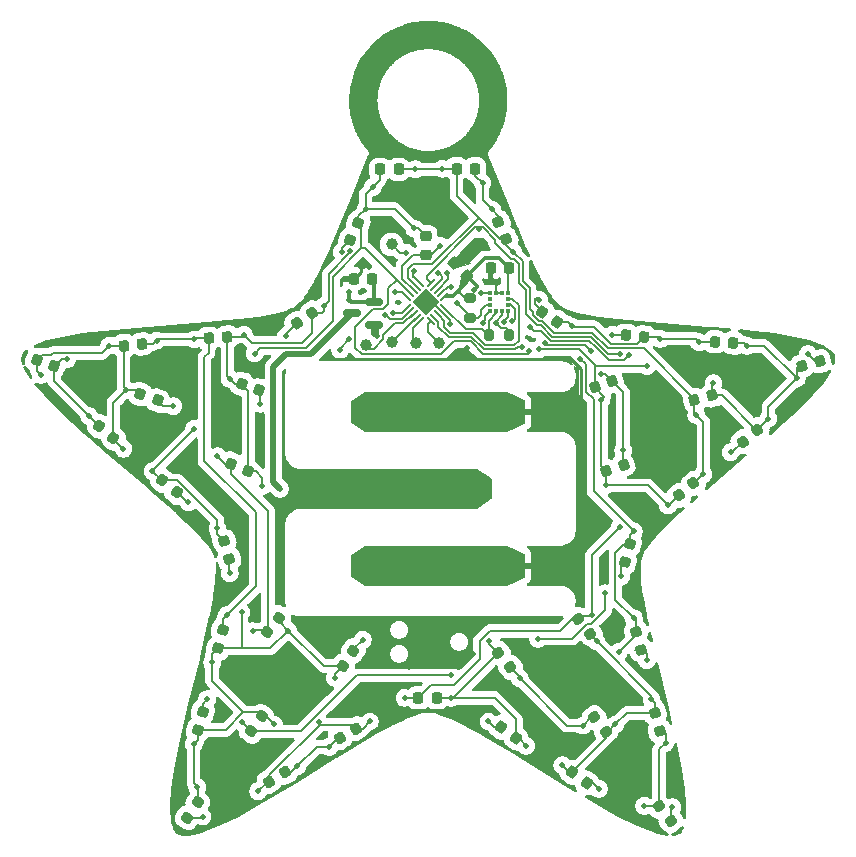
<source format=gbr>
%TF.GenerationSoftware,KiCad,Pcbnew,9.0.6*%
%TF.CreationDate,2025-11-13T15:57:48+01:00*%
%TF.ProjectId,advent_star,61647665-6e74-45f7-9374-61722e6b6963,rev?*%
%TF.SameCoordinates,Original*%
%TF.FileFunction,Copper,L1,Top*%
%TF.FilePolarity,Positive*%
%FSLAX46Y46*%
G04 Gerber Fmt 4.6, Leading zero omitted, Abs format (unit mm)*
G04 Created by KiCad (PCBNEW 9.0.6) date 2025-11-13 15:57:48*
%MOMM*%
%LPD*%
G01*
G04 APERTURE LIST*
G04 Aperture macros list*
%AMRoundRect*
0 Rectangle with rounded corners*
0 $1 Rounding radius*
0 $2 $3 $4 $5 $6 $7 $8 $9 X,Y pos of 4 corners*
0 Add a 4 corners polygon primitive as box body*
4,1,4,$2,$3,$4,$5,$6,$7,$8,$9,$2,$3,0*
0 Add four circle primitives for the rounded corners*
1,1,$1+$1,$2,$3*
1,1,$1+$1,$4,$5*
1,1,$1+$1,$6,$7*
1,1,$1+$1,$8,$9*
0 Add four rect primitives between the rounded corners*
20,1,$1+$1,$2,$3,$4,$5,0*
20,1,$1+$1,$4,$5,$6,$7,0*
20,1,$1+$1,$6,$7,$8,$9,0*
20,1,$1+$1,$8,$9,$2,$3,0*%
%AMRotRect*
0 Rectangle, with rotation*
0 The origin of the aperture is its center*
0 $1 length*
0 $2 width*
0 $3 Rotation angle, in degrees counterclockwise*
0 Add horizontal line*
21,1,$1,$2,0,0,$3*%
%AMFreePoly0*
4,1,9,7.350000,1.000000,7.350000,-1.000000,5.850000,-1.700000,-6.150000,-1.700000,-7.350000,-0.900000,-7.350000,0.900000,-6.150000,1.700000,5.850000,1.700000,7.350000,1.000000,7.350000,1.000000,$1*%
G04 Aperture macros list end*
%TA.AperFunction,Conductor*%
%ADD10C,0.100000*%
%TD*%
%TA.AperFunction,SMDPad,CuDef*%
%ADD11RoundRect,0.218750X0.190902X-0.277619X0.304135X0.144974X-0.190902X0.277619X-0.304135X-0.144974X0*%
%TD*%
%TA.AperFunction,SMDPad,CuDef*%
%ADD12RoundRect,0.218750X0.336909X-0.002858X0.055689X0.332287X-0.336909X0.002858X-0.055689X-0.332287X0*%
%TD*%
%TA.AperFunction,SMDPad,CuDef*%
%ADD13RoundRect,0.218750X-0.236092X-0.240367X0.200342X-0.270885X0.236092X0.240367X-0.200342X0.270885X0*%
%TD*%
%TA.AperFunction,SMDPad,CuDef*%
%ADD14RoundRect,0.218750X-0.218750X-0.256250X0.218750X-0.256250X0.218750X0.256250X-0.218750X0.256250X0*%
%TD*%
%TA.AperFunction,SMDPad,CuDef*%
%ADD15RoundRect,0.218750X0.256250X-0.218750X0.256250X0.218750X-0.256250X0.218750X-0.256250X-0.218750X0*%
%TD*%
%TA.AperFunction,SMDPad,CuDef*%
%ADD16RoundRect,0.218750X-0.332287X-0.055689X0.002858X-0.336909X0.332287X0.055689X-0.002858X0.336909X0*%
%TD*%
%TA.AperFunction,SMDPad,CuDef*%
%ADD17C,1.000000*%
%TD*%
%TA.AperFunction,SMDPad,CuDef*%
%ADD18RoundRect,0.218750X0.304135X-0.144974X0.190902X0.277619X-0.304135X0.144974X-0.190902X-0.277619X0*%
%TD*%
%TA.AperFunction,SMDPad,CuDef*%
%ADD19RoundRect,0.218750X-0.032211X-0.335378X0.326168X-0.084438X0.032211X0.335378X-0.326168X0.084438X0*%
%TD*%
%TA.AperFunction,SMDPad,CuDef*%
%ADD20RoundRect,0.218750X-0.324689X0.089959X-0.139794X-0.306551X0.324689X-0.089959X0.139794X0.306551X0*%
%TD*%
%TA.AperFunction,SMDPad,CuDef*%
%ADD21RoundRect,0.218750X0.084438X-0.326168X0.335378X0.032211X-0.084438X0.326168X-0.335378X-0.032211X0*%
%TD*%
%TA.AperFunction,SMDPad,CuDef*%
%ADD22RoundRect,0.150000X0.587500X0.150000X-0.587500X0.150000X-0.587500X-0.150000X0.587500X-0.150000X0*%
%TD*%
%TA.AperFunction,SMDPad,CuDef*%
%ADD23RoundRect,0.218750X-0.293200X-0.165979X0.117915X-0.315613X0.293200X0.165979X-0.117915X0.315613X0*%
%TD*%
%TA.AperFunction,SMDPad,CuDef*%
%ADD24RoundRect,0.218750X-0.306551X-0.139794X0.089959X-0.324689X0.306551X0.139794X-0.089959X0.324689X0*%
%TD*%
%TA.AperFunction,SMDPad,CuDef*%
%ADD25RoundRect,0.218750X-0.240251X-0.236210X0.195584X-0.274340X0.240251X0.236210X-0.195584X0.274340X0*%
%TD*%
%TA.AperFunction,SMDPad,CuDef*%
%ADD26RoundRect,0.218750X0.326168X0.084438X-0.032211X0.335378X-0.326168X-0.084438X0.032211X-0.335378X0*%
%TD*%
%TA.AperFunction,SMDPad,CuDef*%
%ADD27RoundRect,0.218750X-0.326168X-0.084438X0.032211X-0.335378X0.326168X0.084438X-0.032211X0.335378X0*%
%TD*%
%TA.AperFunction,SMDPad,CuDef*%
%ADD28RoundRect,0.218750X0.055689X-0.332287X0.336909X0.002858X-0.055689X0.332287X-0.336909X-0.002858X0*%
%TD*%
%TA.AperFunction,SMDPad,CuDef*%
%ADD29RoundRect,0.200000X-0.275000X0.200000X-0.275000X-0.200000X0.275000X-0.200000X0.275000X0.200000X0*%
%TD*%
%TA.AperFunction,SMDPad,CuDef*%
%ADD30RoundRect,0.225000X0.335876X0.017678X0.017678X0.335876X-0.335876X-0.017678X-0.017678X-0.335876X0*%
%TD*%
%TA.AperFunction,SMDPad,CuDef*%
%ADD31RoundRect,0.218750X-0.002858X-0.336909X0.332287X-0.055689X0.002858X0.336909X-0.332287X0.055689X0*%
%TD*%
%TA.AperFunction,SMDPad,CuDef*%
%ADD32RoundRect,0.218750X-0.061318X-0.331294X0.317568X-0.112544X0.061318X0.331294X-0.317568X0.112544X0*%
%TD*%
%TA.AperFunction,SMDPad,CuDef*%
%ADD33RoundRect,0.225000X0.225000X0.250000X-0.225000X0.250000X-0.225000X-0.250000X0.225000X-0.250000X0*%
%TD*%
%TA.AperFunction,SMDPad,CuDef*%
%ADD34RoundRect,0.218750X0.139794X-0.306551X0.324689X0.089959X-0.139794X0.306551X-0.324689X-0.089959X0*%
%TD*%
%TA.AperFunction,SMDPad,CuDef*%
%ADD35FreePoly0,0.000000*%
%TD*%
%TA.AperFunction,SMDPad,CuDef*%
%ADD36R,0.350000X0.375000*%
%TD*%
%TA.AperFunction,SMDPad,CuDef*%
%ADD37R,0.375000X0.350000*%
%TD*%
%TA.AperFunction,SMDPad,CuDef*%
%ADD38RoundRect,0.200000X0.200000X0.275000X-0.200000X0.275000X-0.200000X-0.275000X0.200000X-0.275000X0*%
%TD*%
%TA.AperFunction,SMDPad,CuDef*%
%ADD39RoundRect,0.218750X-0.144974X-0.304135X0.277619X-0.190902X0.144974X0.304135X-0.277619X0.190902X0*%
%TD*%
%TA.AperFunction,SMDPad,CuDef*%
%ADD40RoundRect,0.218750X-0.117915X-0.315613X0.293200X-0.165979X0.117915X0.315613X-0.293200X0.165979X0*%
%TD*%
%TA.AperFunction,SMDPad,CuDef*%
%ADD41RoundRect,0.050000X0.300520X-0.229810X-0.229810X0.300520X-0.300520X0.229810X0.229810X-0.300520X0*%
%TD*%
%TA.AperFunction,SMDPad,CuDef*%
%ADD42RoundRect,0.050000X0.300520X0.229810X0.229810X0.300520X-0.300520X-0.229810X-0.229810X-0.300520X0*%
%TD*%
%TA.AperFunction,HeatsinkPad*%
%ADD43RotRect,1.650000X1.650000X135.000000*%
%TD*%
%TA.AperFunction,SMDPad,CuDef*%
%ADD44RoundRect,0.218750X0.117915X0.315613X-0.293200X0.165979X-0.117915X-0.315613X0.293200X-0.165979X0*%
%TD*%
%TA.AperFunction,SMDPad,CuDef*%
%ADD45RoundRect,0.218750X-0.195584X-0.274340X0.240251X-0.236210X0.195584X0.274340X-0.240251X0.236210X0*%
%TD*%
%TA.AperFunction,SMDPad,CuDef*%
%ADD46RoundRect,0.218750X-0.304135X0.144974X-0.190902X-0.277619X0.304135X-0.144974X0.190902X0.277619X0*%
%TD*%
%TA.AperFunction,ViaPad*%
%ADD47C,0.500000*%
%TD*%
%TA.AperFunction,Conductor*%
%ADD48C,0.127000*%
%TD*%
%TA.AperFunction,Conductor*%
%ADD49C,0.254000*%
%TD*%
%TA.AperFunction,Conductor*%
%ADD50C,0.500000*%
%TD*%
%TA.AperFunction,Conductor*%
%ADD51C,0.300000*%
%TD*%
%TA.AperFunction,Conductor*%
%ADD52C,0.200000*%
%TD*%
G04 APERTURE END LIST*
D10*
%TO.N,GND*%
X153400000Y-83750000D02*
X153600000Y-84150000D01*
X152500000Y-84450000D01*
X152500000Y-84400000D01*
X152250000Y-83700000D01*
X153400000Y-83750000D01*
%TA.AperFunction,Conductor*%
G36*
X153400000Y-83750000D02*
G01*
X153600000Y-84150000D01*
X152500000Y-84450000D01*
X152500000Y-84400000D01*
X152250000Y-83700000D01*
X153400000Y-83750000D01*
G37*
%TD.AperFunction*%
%TO.N,VDD*%
X153350000Y-85850000D02*
X152800000Y-86400000D01*
X152800000Y-86650000D01*
X152750000Y-86700000D01*
X152500000Y-86700000D01*
X152200000Y-87000000D01*
X151500000Y-87000000D01*
X151650000Y-86750000D01*
X152150000Y-86750000D01*
X152700000Y-86250000D01*
X152900000Y-85400000D01*
X153350000Y-85850000D01*
%TA.AperFunction,Conductor*%
G36*
X153350000Y-85850000D02*
G01*
X152800000Y-86400000D01*
X152800000Y-86650000D01*
X152750000Y-86700000D01*
X152500000Y-86700000D01*
X152200000Y-87000000D01*
X151500000Y-87000000D01*
X151650000Y-86750000D01*
X152150000Y-86750000D01*
X152700000Y-86250000D01*
X152900000Y-85400000D01*
X153350000Y-85850000D01*
G37*
%TD.AperFunction*%
%TD*%
D11*
%TO.P,D45,1,K*%
%TO.N,LED_C3*%
X132296180Y-116760666D03*
%TO.P,D45,2,A*%
%TO.N,LED_C7*%
X132703820Y-115239334D03*
%TD*%
D12*
%TO.P,D31,1,K*%
%TO.N,LED_C6*%
X157056195Y-118353260D03*
%TO.P,D31,2,A*%
%TO.N,LED_C2*%
X156043805Y-117146740D03*
%TD*%
D13*
%TO.P,D3,1,K*%
%TO.N,LED_C7*%
X174364419Y-90795067D03*
%TO.P,D3,2,A*%
%TO.N,LED_C1*%
X175935581Y-90904933D03*
%TD*%
D14*
%TO.P,D75,1,K*%
%TO.N,LED_C7*%
X146012500Y-76200000D03*
%TO.P,D75,2,A*%
%TO.N,LED_C5*%
X147587500Y-76200000D03*
%TD*%
D15*
%TO.P,D81,1,K*%
%TO.N,LED_C6*%
X149900000Y-83437500D03*
%TO.P,D81,2,A*%
%TO.N,LED_C7*%
X149900000Y-81862500D03*
%TD*%
D16*
%TO.P,D55,1,K*%
%TO.N,LED_C5*%
X127596740Y-102543805D03*
%TO.P,D55,2,A*%
%TO.N,LED_C3*%
X128803260Y-103556195D03*
%TD*%
D17*
%TO.P,TP9,1,1*%
%TO.N,Net-(U1-PC4)*%
X147000000Y-82550000D03*
%TD*%
D18*
%TO.P,D21,1,K*%
%TO.N,LED_C1*%
X169703820Y-123760667D03*
%TO.P,D21,2,A*%
%TO.N,LED_C2*%
X169296180Y-122239333D03*
%TD*%
D19*
%TO.P,D71,1,K*%
%TO.N,LED_C5*%
X138954918Y-89251691D03*
%TO.P,D71,2,A*%
%TO.N,LED_C4*%
X140245082Y-88348309D03*
%TD*%
D20*
%TO.P,D79,1,K*%
%TO.N,LED_C6*%
X156050000Y-80700000D03*
%TO.P,D79,2,A*%
%TO.N,LED_C5*%
X156715624Y-82127434D03*
%TD*%
D21*
%TO.P,D41,1,K*%
%TO.N,LED_C2*%
X129698309Y-131095082D03*
%TO.P,D41,2,A*%
%TO.N,LED_C3*%
X130601691Y-129804918D03*
%TD*%
D22*
%TO.P,Q1,1,G*%
%TO.N,GND*%
X145537500Y-89350000D03*
%TO.P,Q1,2,S*%
%TO.N,VDD*%
X145537500Y-87450000D03*
%TO.P,Q1,3,D*%
%TO.N,+BATT*%
X143662500Y-88400000D03*
%TD*%
D11*
%TO.P,D17,1,K*%
%TO.N,LED_C1*%
X166746180Y-109460666D03*
%TO.P,D17,2,A*%
%TO.N,LED_C3*%
X167153820Y-107939334D03*
%TD*%
D12*
%TO.P,D29,1,K*%
%TO.N,LED_C2*%
X165156195Y-123803260D03*
%TO.P,D29,2,A*%
%TO.N,LED_C6*%
X164143805Y-122596740D03*
%TD*%
D23*
%TO.P,D59,1,K*%
%TO.N,LED_C4*%
X116959992Y-92330659D03*
%TO.P,D59,2,A*%
%TO.N,LED_C3*%
X118440008Y-92869341D03*
%TD*%
D24*
%TO.P,D67,1,K*%
%TO.N,LED_C6*%
X133436283Y-101117188D03*
%TO.P,D67,2,A*%
%TO.N,LED_C4*%
X134863717Y-101782812D03*
%TD*%
D25*
%TO.P,D1,1,K*%
%TO.N,LED_C1*%
X166838849Y-90249110D03*
%TO.P,D1,2,A*%
%TO.N,LED_C7*%
X168407855Y-90386380D03*
%TD*%
D23*
%TO.P,D65,1,K*%
%TO.N,LED_C4*%
X125709992Y-95230659D03*
%TO.P,D65,2,A*%
%TO.N,LED_C6*%
X127190008Y-95769341D03*
%TD*%
D12*
%TO.P,D33,1,K*%
%TO.N,LED_C2*%
X163806195Y-115503260D03*
%TO.P,D33,2,A*%
%TO.N,LED_C5*%
X162793805Y-114296740D03*
%TD*%
D11*
%TO.P,D43,1,K*%
%TO.N,LED_C3*%
X130596180Y-123660666D03*
%TO.P,D43,2,A*%
%TO.N,LED_C2*%
X131003820Y-122139334D03*
%TD*%
D26*
%TO.P,D83,1,K*%
%TO.N,LED_C7*%
X161045083Y-89151692D03*
%TO.P,D83,2,A*%
%TO.N,LED_C6*%
X159754917Y-88248308D03*
%TD*%
D14*
%TO.P,D77,1,K*%
%TO.N,LED_C5*%
X152500000Y-76150000D03*
%TO.P,D77,2,A*%
%TO.N,LED_C6*%
X154075000Y-76150000D03*
%TD*%
%TO.P,D35,1,K*%
%TO.N,LED_C5*%
X149262500Y-120950000D03*
%TO.P,D35,2,A*%
%TO.N,LED_C2*%
X150837500Y-120950000D03*
%TD*%
D27*
%TO.P,D27,1,K*%
%TO.N,LED_C7*%
X156254919Y-123448309D03*
%TO.P,D27,2,A*%
%TO.N,LED_C2*%
X157545081Y-124351691D03*
%TD*%
D23*
%TO.P,D69,1,K*%
%TO.N,LED_C4*%
X134309992Y-94380659D03*
%TO.P,D69,2,A*%
%TO.N,LED_C5*%
X135790008Y-94919341D03*
%TD*%
D28*
%TO.P,D51,1,K*%
%TO.N,LED_C6*%
X136443805Y-115353260D03*
%TO.P,D51,2,A*%
%TO.N,LED_C3*%
X137456195Y-114146740D03*
%TD*%
D17*
%TO.P,TP3,1,1*%
%TO.N,Net-(U1-PD5)*%
X147050000Y-90800000D03*
%TD*%
D16*
%TO.P,D57,1,K*%
%TO.N,LED_C3*%
X122246740Y-97943805D03*
%TO.P,D57,2,A*%
%TO.N,LED_C4*%
X123453260Y-98956195D03*
%TD*%
D29*
%TO.P,R2,1*%
%TO.N,VDD*%
X153600000Y-87125000D03*
%TO.P,R2,2*%
%TO.N,SCL*%
X153600000Y-88775000D03*
%TD*%
D21*
%TO.P,D47,1,K*%
%TO.N,LED_C7*%
X135098309Y-123795081D03*
%TO.P,D47,2,A*%
%TO.N,LED_C3*%
X136001691Y-122504919D03*
%TD*%
D30*
%TO.P,C3,1*%
%TO.N,VDD*%
X153348008Y-85248008D03*
%TO.P,C3,2*%
%TO.N,GND*%
X152251992Y-84151992D03*
%TD*%
D12*
%TO.P,D23,1,K*%
%TO.N,LED_C2*%
X170656195Y-131353260D03*
%TO.P,D23,2,A*%
%TO.N,LED_C1*%
X169643805Y-130146740D03*
%TD*%
D31*
%TO.P,D7,1,K*%
%TO.N,LED_C6*%
X176746740Y-99256195D03*
%TO.P,D7,2,A*%
%TO.N,LED_C1*%
X177953260Y-98243805D03*
%TD*%
D17*
%TO.P,TP4,1,1*%
%TO.N,Net-(U1-PD6)*%
X149050000Y-90900000D03*
%TD*%
D32*
%TO.P,D39,1,K*%
%TO.N,LED_C4*%
X136618005Y-128043750D03*
%TO.P,D39,2,A*%
%TO.N,LED_C2*%
X137981995Y-127256250D03*
%TD*%
D33*
%TO.P,C2,1*%
%TO.N,VDD*%
X156925000Y-84550000D03*
%TO.P,C2,2*%
%TO.N,GND*%
X155375000Y-84550000D03*
%TD*%
D34*
%TO.P,D73,1,K*%
%TO.N,LED_C5*%
X143517189Y-82163717D03*
%TO.P,D73,2,A*%
%TO.N,LED_C7*%
X144182811Y-80736283D03*
%TD*%
D35*
%TO.P,BT1,2,-*%
%TO.N,GND*%
X150950000Y-96750000D03*
X150950000Y-109750000D03*
%TD*%
D31*
%TO.P,D9,1,K*%
%TO.N,LED_C1*%
X171346740Y-103806195D03*
%TO.P,D9,2,A*%
%TO.N,LED_C5*%
X172553260Y-102793805D03*
%TD*%
D33*
%TO.P,C1,1*%
%TO.N,VDD*%
X145375000Y-85450000D03*
%TO.P,C1,2*%
%TO.N,GND*%
X143825000Y-85450000D03*
%TD*%
D21*
%TO.P,D49,1,K*%
%TO.N,LED_C3*%
X142848309Y-118245082D03*
%TO.P,D49,2,A*%
%TO.N,LED_C6*%
X143751691Y-116954918D03*
%TD*%
D36*
%TO.P,U2,1,SDO*%
%TO.N,Net-(U2-SDO)*%
X155329518Y-88181862D03*
%TO.P,U2,2,SDx*%
%TO.N,SDA*%
X155829518Y-88181862D03*
%TO.P,U2,3,VDDIO*%
%TO.N,VDD*%
X156329518Y-88181862D03*
%TO.P,U2,4,NC*%
%TO.N,GND*%
X156829518Y-88181862D03*
D37*
%TO.P,U2,5,INT1*%
%TO.N,INT1*%
X156842018Y-87669362D03*
%TO.P,U2,6,INT2*%
%TO.N,INT2*%
X156842018Y-87169362D03*
D36*
%TO.P,U2,7,VDD*%
%TO.N,VDD*%
X156829518Y-86656862D03*
%TO.P,U2,8,GNDIO*%
%TO.N,GND*%
X156329518Y-86656862D03*
%TO.P,U2,9,GND*%
X155829518Y-86656862D03*
%TO.P,U2,10,~{CS}*%
%TO.N,Net-(U2-~{CS})*%
X155329518Y-86656862D03*
D37*
%TO.P,U2,11,NC*%
%TO.N,unconnected-(U2-NC-Pad11)*%
X155317018Y-87169362D03*
%TO.P,U2,12,SCx*%
%TO.N,SCL*%
X155317018Y-87669362D03*
%TD*%
D38*
%TO.P,R3,1*%
%TO.N,VDD*%
X156904518Y-90269362D03*
%TO.P,R3,2*%
%TO.N,SDA*%
X155254518Y-90269362D03*
%TD*%
D17*
%TO.P,TP5,1,1*%
%TO.N,Net-(U1-PD7)*%
X151050000Y-90900000D03*
%TD*%
D39*
%TO.P,D5,1,K*%
%TO.N,LED_C1*%
X181739333Y-92853820D03*
%TO.P,D5,2,A*%
%TO.N,LED_C6*%
X183260667Y-92446180D03*
%TD*%
D40*
%TO.P,D13,1,K*%
%TO.N,LED_C1*%
X164209993Y-94669341D03*
%TO.P,D13,2,A*%
%TO.N,LED_C4*%
X165690007Y-94130659D03*
%TD*%
D41*
%TO.P,U1,1,PD7*%
%TO.N,Net-(U1-PD7)*%
X150341434Y-89041720D03*
%TO.P,U1,2,PA1*%
%TO.N,INT1*%
X150624277Y-88758878D03*
%TO.P,U1,3,PA2*%
%TO.N,INT2*%
X150907120Y-88476035D03*
%TO.P,U1,4,VSS*%
%TO.N,GND*%
X151189963Y-88193192D03*
%TO.P,U1,5,PD0*%
%TO.N,SDA*%
X151472805Y-87910349D03*
D42*
%TO.P,U1,6,VDD*%
%TO.N,VDD*%
X151472805Y-86991111D03*
%TO.P,U1,7,PC0*%
%TO.N,LED_C1*%
X151189963Y-86708268D03*
%TO.P,U1,8,PC1*%
%TO.N,LED_C2*%
X150907120Y-86425425D03*
%TO.P,U1,9,PC2*%
%TO.N,LED_C3*%
X150624277Y-86142582D03*
%TO.P,U1,10,PC3*%
%TO.N,LED_C4*%
X150341434Y-85859740D03*
D41*
%TO.P,U1,11,PC4*%
%TO.N,Net-(U1-PC4)*%
X149422196Y-85859740D03*
%TO.P,U1,12,PC5*%
%TO.N,LED_C5*%
X149139353Y-86142582D03*
%TO.P,U1,13,PC6*%
%TO.N,LED_C6*%
X148856510Y-86425425D03*
%TO.P,U1,14,PC7*%
%TO.N,LED_C7*%
X148573667Y-86708268D03*
%TO.P,U1,15,PD1*%
%TO.N,SWIO*%
X148290825Y-86991111D03*
D42*
%TO.P,U1,16,PD2*%
%TO.N,USER_BTN*%
X148290825Y-87910349D03*
%TO.P,U1,17,PD3*%
%TO.N,Net-(U1-PD3)*%
X148573667Y-88193192D03*
%TO.P,U1,18,PD4*%
%TO.N,Net-(U1-PD4)*%
X148856510Y-88476035D03*
%TO.P,U1,19,PD5*%
%TO.N,Net-(U1-PD5)*%
X149139353Y-88758878D03*
%TO.P,U1,20,PD6*%
%TO.N,Net-(U1-PD6)*%
X149422196Y-89041720D03*
D43*
%TO.P,U1,21,VSS*%
%TO.N,GND*%
X149881815Y-87450730D03*
%TD*%
D17*
%TO.P,TP2,1,1*%
%TO.N,Net-(U1-PD4)*%
X144800000Y-91100000D03*
%TD*%
D39*
%TO.P,D11,1,K*%
%TO.N,LED_C5*%
X172639333Y-95753820D03*
%TO.P,D11,2,A*%
%TO.N,LED_C1*%
X174160667Y-95346180D03*
%TD*%
D44*
%TO.P,D15,1,K*%
%TO.N,LED_C4*%
X166640007Y-101230659D03*
%TO.P,D15,2,A*%
%TO.N,LED_C1*%
X165159993Y-101769341D03*
%TD*%
D18*
%TO.P,D53,1,K*%
%TO.N,LED_C3*%
X133253820Y-109210667D03*
%TO.P,D53,2,A*%
%TO.N,LED_C5*%
X132846180Y-107689333D03*
%TD*%
D45*
%TO.P,D61,1,K*%
%TO.N,LED_C4*%
X124315497Y-91118635D03*
%TO.P,D61,2,A*%
%TO.N,LED_C7*%
X125884503Y-90981365D03*
%TD*%
D27*
%TO.P,D25,1,K*%
%TO.N,LED_C2*%
X162254919Y-127248309D03*
%TO.P,D25,2,A*%
%TO.N,LED_C7*%
X163545081Y-128151691D03*
%TD*%
D45*
%TO.P,D63,1,K*%
%TO.N,LED_C7*%
X131515497Y-90518635D03*
%TO.P,D63,2,A*%
%TO.N,LED_C4*%
X133084503Y-90381365D03*
%TD*%
D46*
%TO.P,D19,1,K*%
%TO.N,LED_C3*%
X167696180Y-115339334D03*
%TO.P,D19,2,A*%
%TO.N,LED_C1*%
X168103820Y-116860666D03*
%TD*%
D32*
%TO.P,D37,1,K*%
%TO.N,LED_C2*%
X142618005Y-124343750D03*
%TO.P,D37,2,A*%
%TO.N,LED_C4*%
X143981995Y-123556250D03*
%TD*%
D47*
%TO.N,SWIO*%
X159400000Y-115950000D03*
X165100000Y-112100000D03*
%TO.N,GND*%
X153900000Y-117200000D03*
X162750000Y-109750000D03*
X153500000Y-83950000D03*
X163200000Y-99700000D03*
X155550000Y-85650000D03*
X162600000Y-96850000D03*
X148450000Y-118350000D03*
X163250000Y-102950000D03*
X145050000Y-84450000D03*
X151950000Y-89300000D03*
X163350000Y-105800000D03*
X144445738Y-84484656D03*
X156538621Y-89104459D03*
X145800000Y-90300000D03*
X153400000Y-91286500D03*
%TO.N,+BATT*%
X137550000Y-103250000D03*
%TO.N,VDD*%
X153950000Y-86400000D03*
X143400000Y-86600000D03*
X155800000Y-89200000D03*
X143422000Y-90600000D03*
X142650000Y-91500000D03*
X143400000Y-87300000D03*
%TO.N,LED_C7*%
X164550000Y-128650000D03*
X155200000Y-122950000D03*
X158675181Y-91551381D03*
X152000000Y-119050000D03*
X135400000Y-91800000D03*
X162300000Y-89500000D03*
X169750000Y-90550000D03*
X173050000Y-90850000D03*
X134350000Y-123000000D03*
X145400000Y-77700000D03*
X130300000Y-90600000D03*
X127100000Y-90700000D03*
X144800000Y-79550000D03*
X148900000Y-81200000D03*
X133050000Y-113950000D03*
%TO.N,LED_C1*%
X164750000Y-95750000D03*
X166450000Y-110650000D03*
X152017313Y-86123625D03*
X177100000Y-91150000D03*
X181300000Y-93900000D03*
X178900000Y-97300000D03*
X174250000Y-94300000D03*
X165150000Y-102950000D03*
X170200000Y-124750000D03*
X165700000Y-90200000D03*
X170400000Y-104650000D03*
X168600000Y-117750000D03*
X159479874Y-91422372D03*
X168400000Y-130100000D03*
X168600000Y-92850000D03*
%TO.N,LED_C6*%
X154700000Y-77350000D03*
X144550000Y-116050000D03*
X151100000Y-82650000D03*
X155500000Y-79600000D03*
X159500000Y-87250000D03*
X135250000Y-115300000D03*
X157850000Y-119300000D03*
X163200000Y-123300000D03*
X128500000Y-96250000D03*
X182250000Y-91850000D03*
X132250000Y-100500000D03*
X175700000Y-100150000D03*
%TO.N,LED_C5*%
X130300000Y-98150000D03*
X151300000Y-76150000D03*
X166300000Y-106500000D03*
X132250000Y-106600000D03*
X172800000Y-97000000D03*
X138050000Y-90350000D03*
X126750000Y-101750000D03*
X148100000Y-120950000D03*
X157300000Y-83200000D03*
X163963500Y-113896244D03*
X142800000Y-83200000D03*
X149000000Y-76200000D03*
X135900000Y-96050000D03*
X173400000Y-102000000D03*
%TO.N,LED_C4*%
X166300000Y-91863500D03*
X140813100Y-123013100D03*
X166600000Y-100000000D03*
X135700000Y-128850000D03*
X145150000Y-122950000D03*
X124550000Y-94850000D03*
X141300000Y-87750000D03*
X124300000Y-99850000D03*
X154400000Y-81286500D03*
X143496242Y-83127558D03*
X117300000Y-93600000D03*
X134500000Y-90200000D03*
X123100000Y-91118635D03*
X136050000Y-103000000D03*
X133300000Y-93950000D03*
X164750000Y-93500000D03*
%TO.N,LED_C3*%
X167500000Y-114200000D03*
X137050000Y-123200000D03*
X134300000Y-113700000D03*
X142200000Y-119250000D03*
X130550000Y-128500000D03*
X150963100Y-84963100D03*
X130250000Y-124850000D03*
X121401468Y-97098532D03*
X131800000Y-117950000D03*
X159948038Y-90901962D03*
X119550000Y-92250000D03*
X133300000Y-110400000D03*
X166250000Y-117050000D03*
X162986900Y-92263100D03*
X138250000Y-115250000D03*
X167500000Y-106850000D03*
X163897962Y-91601886D03*
X129800000Y-104400000D03*
%TO.N,LED_C2*%
X131000000Y-131000000D03*
X155250000Y-116100000D03*
X170750000Y-130200000D03*
X167136900Y-91913100D03*
X158400000Y-125000000D03*
X139000000Y-126750000D03*
X152000000Y-120950000D03*
X169000000Y-121050000D03*
X158711900Y-89538100D03*
X141700000Y-125100000D03*
X131400000Y-121050000D03*
X165950000Y-123200000D03*
X151681173Y-84955077D03*
X164350000Y-116150000D03*
X161450000Y-126650000D03*
%TO.N,SWIO*%
X147250000Y-86550000D03*
%TO.N,USER_BTN*%
X147150000Y-88350000D03*
%TO.N,SCL*%
X152500000Y-87500000D03*
%TO.N,Net-(U1-PD3)*%
X146436500Y-88549998D03*
%TO.N,Net-(U2-~{CS})*%
X154600000Y-86700000D03*
%TO.N,Net-(U2-SDO)*%
X154700000Y-89186500D03*
%TO.N,INT1*%
X158050000Y-91236500D03*
X157236500Y-89050000D03*
%TO.N,Net-(U1-PC4)*%
X148254999Y-83268802D03*
X148931776Y-84844423D03*
%TD*%
D48*
%TO.N,SWIO*%
X162300000Y-115950000D02*
X159400000Y-115950000D01*
X165100000Y-112100000D02*
X165100000Y-113487357D01*
X163565713Y-114684287D02*
X162650000Y-115600000D01*
X163903070Y-114684287D02*
X163565713Y-114684287D01*
X162650000Y-115600000D02*
X162300000Y-115950000D01*
X165100000Y-113487357D02*
X163903070Y-114684287D01*
D49*
%TO.N,GND*%
X148450000Y-118350000D02*
X152750000Y-118350000D01*
X152750000Y-118350000D02*
X153900000Y-117200000D01*
X153400000Y-92256000D02*
X141906000Y-92256000D01*
X157100000Y-92250000D02*
X157094000Y-92256000D01*
X153400000Y-91286500D02*
X153400000Y-92256000D01*
X141906000Y-92256000D02*
X141700000Y-92050000D01*
D48*
X151189963Y-88193192D02*
X150447501Y-87450730D01*
D49*
X144445738Y-84484656D02*
X144400000Y-84530394D01*
D48*
X150447501Y-87450730D02*
X149881815Y-87450730D01*
X156829518Y-88729369D02*
X156538621Y-89020266D01*
X152251992Y-84151992D02*
X153298008Y-84151992D01*
X156829518Y-88181862D02*
X156829518Y-88729369D01*
D49*
X162250000Y-92350000D02*
X162150000Y-92250000D01*
D48*
X155829518Y-86656862D02*
X156329518Y-86656862D01*
X155550000Y-85650000D02*
X155829518Y-85929518D01*
D49*
X157094000Y-92256000D02*
X153400000Y-92256000D01*
D48*
X156538621Y-89020266D02*
X156538621Y-89104459D01*
D49*
X163000000Y-93093616D02*
X162578192Y-92671808D01*
X144400000Y-84530394D02*
X144400000Y-84875000D01*
X162578192Y-92671808D02*
X162571808Y-92671808D01*
D48*
X155829518Y-85929518D02*
X155829518Y-86656862D01*
X151189963Y-88193192D02*
X151950000Y-88953229D01*
X155375000Y-84550000D02*
X155375000Y-85475000D01*
X155375000Y-85475000D02*
X155550000Y-85650000D01*
X153298008Y-84151992D02*
X153500000Y-83950000D01*
D49*
X163000000Y-93600000D02*
X163000000Y-93093616D01*
D48*
X156829518Y-88181862D02*
X156831862Y-88181862D01*
D49*
X162571808Y-92671808D02*
X162250000Y-92350000D01*
X162600000Y-96850000D02*
X163000000Y-96450000D01*
X145800000Y-90300000D02*
X145800000Y-89612500D01*
X144400000Y-84875000D02*
X143825000Y-85450000D01*
X163000000Y-96450000D02*
X163000000Y-93600000D01*
X145800000Y-89612500D02*
X145537500Y-89350000D01*
D48*
X151950000Y-88953229D02*
X151950000Y-89300000D01*
D49*
X162150000Y-92250000D02*
X157100000Y-92250000D01*
D50*
%TO.N,+BATT*%
X137000000Y-92950000D02*
X138100000Y-91850000D01*
X138100000Y-91850000D02*
X140212500Y-91850000D01*
X140212500Y-91850000D02*
X143662500Y-88400000D01*
X137550000Y-103250000D02*
X137000000Y-102700000D01*
X137000000Y-102700000D02*
X137000000Y-92950000D01*
D48*
%TO.N,VDD*%
X156700000Y-89650000D02*
X156904518Y-89854518D01*
X155800000Y-89102880D02*
X156329518Y-88573362D01*
D51*
X145537500Y-87450000D02*
X145537500Y-85612500D01*
D48*
X156904518Y-89854518D02*
X156904518Y-90269362D01*
D51*
X145537500Y-87450000D02*
X143550000Y-87450000D01*
D48*
X156250000Y-89650000D02*
X155800000Y-89200000D01*
X152166673Y-86991111D02*
X152628892Y-86528892D01*
X156700000Y-89650000D02*
X156250000Y-89650000D01*
X156829518Y-84645482D02*
X156925000Y-84550000D01*
X156925000Y-86561380D02*
X156829518Y-86656862D01*
X156829518Y-86656862D02*
X156829518Y-84645482D01*
X156329518Y-88573362D02*
X156329518Y-88181862D01*
X155800000Y-89200000D02*
X155800000Y-89102880D01*
X156925000Y-84550000D02*
X156950000Y-84550000D01*
D51*
X156099000Y-83724000D02*
X154872016Y-83724000D01*
X143400000Y-87300000D02*
X143400000Y-86600000D01*
X154200000Y-86150000D02*
X154200000Y-86100000D01*
X154200000Y-86100000D02*
X153348008Y-85248008D01*
D48*
X153225000Y-87125000D02*
X153600000Y-87125000D01*
X153348008Y-85809776D02*
X153348008Y-85248008D01*
D52*
X142650000Y-91372000D02*
X143422000Y-90600000D01*
D51*
X153950000Y-86400000D02*
X154200000Y-86150000D01*
D52*
X142650000Y-91500000D02*
X142650000Y-91372000D01*
D48*
X151472805Y-86991111D02*
X152166673Y-86991111D01*
X152628892Y-86528892D02*
X153225000Y-87125000D01*
D51*
X143550000Y-87450000D02*
X143400000Y-87300000D01*
X156925000Y-84550000D02*
X156099000Y-83724000D01*
X145537500Y-85612500D02*
X145375000Y-85450000D01*
D48*
X152628892Y-86528892D02*
X153348008Y-85809776D01*
D51*
X154872016Y-83724000D02*
X153348008Y-85248008D01*
D48*
%TO.N,LED_C7*%
X153691988Y-90772000D02*
X152278000Y-90772000D01*
X135098309Y-123795081D02*
X135098309Y-123748309D01*
X131150000Y-92100000D02*
X131515497Y-91734503D01*
X144182811Y-80736283D02*
X144182811Y-80167189D01*
X147432700Y-85567300D02*
X144765399Y-82900000D01*
X146735500Y-86264500D02*
X147432700Y-85567300D01*
X141850000Y-121250000D02*
X144050000Y-119050000D01*
X135098309Y-123795081D02*
X139304919Y-123795081D01*
X130381365Y-90518635D02*
X130300000Y-90600000D01*
X146012500Y-76200000D02*
X146012500Y-77087500D01*
X135098309Y-123748309D02*
X134350000Y-123000000D01*
X139792113Y-91335500D02*
X142050000Y-89077613D01*
X131150000Y-100900000D02*
X131150000Y-92100000D01*
X155698309Y-123448309D02*
X155200000Y-122950000D01*
X144765399Y-82900000D02*
X144450000Y-82900000D01*
X135400000Y-91800000D02*
X135864500Y-91335500D01*
X173104933Y-90795067D02*
X173050000Y-90850000D01*
X174364419Y-90795067D02*
X173104933Y-90795067D01*
X142050000Y-85300000D02*
X144450000Y-82900000D01*
X135500000Y-111500000D02*
X135500000Y-105250000D01*
X143935500Y-89514500D02*
X145414502Y-88035498D01*
X127200000Y-90600000D02*
X130300000Y-90600000D01*
X132703820Y-115239334D02*
X132703820Y-114296180D01*
X158536500Y-91800000D02*
X154719988Y-91800000D01*
X127100000Y-90700000D02*
X127200000Y-90600000D01*
X161951692Y-89151692D02*
X161045083Y-89151692D01*
X126818635Y-90981365D02*
X127100000Y-90700000D01*
X132703820Y-114296180D02*
X133050000Y-113950000D01*
X158675181Y-91551381D02*
X158618594Y-91607968D01*
X144800000Y-79550000D02*
X144800000Y-78300000D01*
X149237500Y-81200000D02*
X148900000Y-81200000D01*
X158618594Y-91607968D02*
X158618594Y-91717906D01*
X162350000Y-89550000D02*
X164150000Y-89550000D01*
X148573667Y-86708268D02*
X147432700Y-85567300D01*
X172750000Y-90550000D02*
X173050000Y-90850000D01*
X139304919Y-123795081D02*
X141850000Y-121250000D01*
X146012500Y-77087500D02*
X145400000Y-77700000D01*
X169750000Y-90550000D02*
X172750000Y-90550000D01*
X168407855Y-90386380D02*
X169586380Y-90386380D01*
X162300000Y-89500000D02*
X161951692Y-89151692D01*
X144182811Y-80167189D02*
X144800000Y-79550000D01*
X144450000Y-82900000D02*
X144450000Y-81003472D01*
X152278000Y-90772000D02*
X151185500Y-91864500D01*
X133050000Y-113950000D02*
X135500000Y-111500000D01*
X147250000Y-79550000D02*
X148900000Y-81200000D01*
X144483333Y-91864500D02*
X143935500Y-91316667D01*
X164051691Y-128151691D02*
X164550000Y-128650000D01*
X151185500Y-91864500D02*
X144483333Y-91864500D01*
X163545081Y-128151691D02*
X164051691Y-128151691D01*
X135864500Y-91335500D02*
X139792113Y-91335500D01*
X142050000Y-89077613D02*
X142050000Y-85300000D01*
X146735500Y-87579848D02*
X146735500Y-86264500D01*
X131515497Y-90518635D02*
X130381365Y-90518635D01*
X154719988Y-91800000D02*
X153691988Y-90772000D01*
X125884503Y-90981365D02*
X126818635Y-90981365D01*
X143935500Y-91316667D02*
X143935500Y-89514500D01*
X164150000Y-89550000D02*
X165607745Y-91007745D01*
X135500000Y-105250000D02*
X131150000Y-100900000D01*
X169586380Y-90386380D02*
X169750000Y-90550000D01*
X145414502Y-88035498D02*
X146279850Y-88035498D01*
X165607745Y-91007745D02*
X167786490Y-91007745D01*
X156254919Y-123448309D02*
X155698309Y-123448309D01*
X167786490Y-91007745D02*
X168407855Y-90386380D01*
X144450000Y-81003472D02*
X144182811Y-80736283D01*
X158618594Y-91717906D02*
X158536500Y-91800000D01*
X149900000Y-81862500D02*
X149237500Y-81200000D01*
X131515497Y-91734503D02*
X131515497Y-90518635D01*
X146279850Y-88035498D02*
X146735500Y-87579848D01*
X162300000Y-89500000D02*
X162350000Y-89550000D01*
X144050000Y-119050000D02*
X152000000Y-119050000D01*
X144800000Y-78300000D02*
X145400000Y-77700000D01*
X144800000Y-79550000D02*
X147250000Y-79550000D01*
%TO.N,LED_C1*%
X178550000Y-91150000D02*
X181300000Y-93900000D01*
X169450000Y-130100000D02*
X169496740Y-130146740D01*
X178897065Y-97300000D02*
X178900000Y-97300000D01*
X159479874Y-91422372D02*
X162872372Y-91422372D01*
X177953260Y-98243805D02*
X177893805Y-98243805D01*
X165000000Y-95500000D02*
X165000000Y-95459348D01*
X165150000Y-102950000D02*
X165150000Y-102650000D01*
X165000000Y-95459348D02*
X164209993Y-94669341D01*
X164750000Y-95750000D02*
X164750000Y-101359348D01*
X178900000Y-96300000D02*
X178900000Y-97300000D01*
X176854933Y-90904933D02*
X177100000Y-91150000D01*
X168103820Y-116860666D02*
X168260666Y-116860666D01*
X175935581Y-90904933D02*
X176854933Y-90904933D01*
X164750000Y-95750000D02*
X165000000Y-95500000D01*
X170200000Y-124750000D02*
X170200000Y-124000000D01*
X168400000Y-130100000D02*
X169450000Y-130100000D01*
X166746180Y-109546180D02*
X166746180Y-109460666D01*
X169703820Y-130086725D02*
X169643805Y-130146740D01*
X181300000Y-93007640D02*
X181453820Y-92853820D01*
X162950000Y-91500000D02*
X164300000Y-92850000D01*
X165150000Y-102950000D02*
X168700000Y-102950000D01*
X177953260Y-98243805D02*
X178897065Y-97300000D01*
X164300000Y-92850000D02*
X168600000Y-92850000D01*
X181300000Y-93900000D02*
X181300000Y-93007640D01*
X168700000Y-102950000D02*
X170400000Y-104650000D01*
X181300000Y-93900000D02*
X178900000Y-96300000D01*
X169960667Y-123760667D02*
X169703820Y-123760667D01*
X165159993Y-102640007D02*
X165159993Y-101769341D01*
X168600000Y-117200000D02*
X168600000Y-117750000D01*
X152017313Y-86123625D02*
X151774606Y-86123625D01*
X162872372Y-91422372D02*
X162950000Y-91500000D01*
X170200000Y-124000000D02*
X169960667Y-123760667D01*
X166450000Y-110650000D02*
X166450000Y-109842360D01*
X169643805Y-125306195D02*
X169643805Y-130146740D01*
X177893805Y-98243805D02*
X174996180Y-95346180D01*
X164209993Y-92940007D02*
X164300000Y-92850000D01*
X151774606Y-86123625D02*
X151189963Y-86708268D01*
X164750000Y-101359348D02*
X165159993Y-101769341D01*
X169496740Y-130146740D02*
X169643805Y-130146740D01*
X165749110Y-90249110D02*
X165700000Y-90200000D01*
X170502935Y-104650000D02*
X170400000Y-104650000D01*
X170200000Y-124750000D02*
X169643805Y-125306195D01*
X177100000Y-91150000D02*
X178550000Y-91150000D01*
X171346740Y-103806195D02*
X170502935Y-104650000D01*
X181453820Y-92853820D02*
X181739333Y-92853820D01*
X166450000Y-109842360D02*
X166746180Y-109546180D01*
X164209993Y-94669341D02*
X164209993Y-92940007D01*
X174160667Y-94389333D02*
X174250000Y-94300000D01*
X168260666Y-116860666D02*
X168600000Y-117200000D01*
X174160667Y-95346180D02*
X174160667Y-94389333D01*
X174996180Y-95346180D02*
X174160667Y-95346180D01*
X166838849Y-90249110D02*
X165749110Y-90249110D01*
X165150000Y-102650000D02*
X165159993Y-102640007D01*
X167612064Y-116860666D02*
X168103820Y-116860666D01*
%TO.N,LED_C6*%
X159500000Y-87250000D02*
X159336500Y-87086500D01*
X154075000Y-76725000D02*
X154700000Y-77350000D01*
X154075000Y-76150000D02*
X154075000Y-76725000D01*
X133436283Y-101986283D02*
X133436283Y-101117188D01*
X127190008Y-95769341D02*
X127670667Y-96250000D01*
X136537610Y-115206520D02*
X135343480Y-115206520D01*
X149900000Y-83437500D02*
X150312500Y-83437500D01*
X164143805Y-122596740D02*
X163903260Y-122596740D01*
X135343480Y-115206520D02*
X135250000Y-115300000D01*
X148812500Y-83437500D02*
X149900000Y-83437500D01*
X143751691Y-116954918D02*
X143751691Y-116848309D01*
X132867188Y-101117188D02*
X132250000Y-100500000D01*
X156050000Y-80700000D02*
X156050000Y-80150000D01*
X163200000Y-123300000D02*
X161850000Y-123300000D01*
X148856510Y-86425425D02*
X147900000Y-85468915D01*
X143751691Y-116848309D02*
X144550000Y-116050000D01*
X183260667Y-92446180D02*
X182846180Y-92446180D01*
X159336500Y-87086500D02*
X159213500Y-87086500D01*
X127670667Y-96250000D02*
X128500000Y-96250000D01*
X133436283Y-101117188D02*
X132867188Y-101117188D01*
X154700000Y-78800000D02*
X155500000Y-79600000D01*
X159100000Y-87200000D02*
X159100000Y-87593391D01*
X159213500Y-87086500D02*
X159100000Y-87200000D01*
X136537610Y-115206520D02*
X136537610Y-105087610D01*
X176746740Y-99256195D02*
X175852935Y-100150000D01*
X157850000Y-119147065D02*
X157850000Y-119300000D01*
X182846180Y-92446180D02*
X182250000Y-91850000D01*
X159100000Y-87593391D02*
X159754917Y-88248308D01*
X163903260Y-122596740D02*
X163200000Y-123300000D01*
X147900000Y-84350000D02*
X148812500Y-83437500D01*
X156050000Y-80150000D02*
X155500000Y-79600000D01*
X147900000Y-85468915D02*
X147900000Y-84350000D01*
X136537610Y-105087610D02*
X133436283Y-101986283D01*
X175852935Y-100150000D02*
X175700000Y-100150000D01*
X157056195Y-118353260D02*
X157850000Y-119147065D01*
X154700000Y-77350000D02*
X154700000Y-78800000D01*
X161850000Y-123300000D02*
X157850000Y-119300000D01*
X150312500Y-83437500D02*
X151100000Y-82650000D01*
%TO.N,LED_C5*%
X150362500Y-119850000D02*
X152300000Y-119850000D01*
X158700000Y-86250000D02*
X158700000Y-88000000D01*
X158100000Y-85650000D02*
X158700000Y-86250000D01*
X154450000Y-117700000D02*
X154450000Y-116172387D01*
X127596740Y-102543805D02*
X127543805Y-102543805D01*
X154450000Y-116172387D02*
X155322387Y-115300000D01*
X132250000Y-107093153D02*
X132250000Y-106600000D01*
X152500000Y-76150000D02*
X152500000Y-78435915D01*
X127543805Y-102543805D02*
X126750000Y-101750000D01*
X135900000Y-96050000D02*
X135900000Y-95029333D01*
X142800000Y-82880906D02*
X142800000Y-83200000D01*
X132846180Y-107689333D02*
X132250000Y-107093153D01*
X156715624Y-82615624D02*
X157300000Y-83200000D01*
X149262500Y-120950000D02*
X150362500Y-119850000D01*
X138954918Y-89251691D02*
X138050000Y-90156609D01*
X126750000Y-101750000D02*
X130300000Y-98200000D01*
X156715624Y-82127434D02*
X156715624Y-82615624D01*
X154382042Y-80317958D02*
X155982042Y-81917958D01*
X151250000Y-76200000D02*
X151300000Y-76150000D01*
X143517189Y-82163717D02*
X142800000Y-82880906D01*
X132250000Y-106600000D02*
X132250000Y-105930062D01*
X149000000Y-76200000D02*
X151250000Y-76200000D01*
X158944601Y-88532609D02*
X159479825Y-89067833D01*
X156191519Y-82127434D02*
X156715624Y-82127434D01*
X158700000Y-88000000D02*
X158944601Y-88244601D01*
X163963500Y-108836500D02*
X166300000Y-106500000D01*
X152450000Y-76200000D02*
X152500000Y-76150000D01*
X135900000Y-95029333D02*
X135790008Y-94919341D01*
X148400000Y-84650000D02*
X148800000Y-84250000D01*
X150450000Y-84250000D02*
X154382042Y-80317958D01*
X160750000Y-90050000D02*
X164000000Y-90050000D01*
X172639333Y-95753820D02*
X172639333Y-96839333D01*
X148800000Y-84250000D02*
X150450000Y-84250000D01*
X159479825Y-89067833D02*
X159767833Y-89067833D01*
X152500000Y-78435915D02*
X154382042Y-80317958D01*
X173400000Y-102000000D02*
X173400000Y-97600000D01*
X157300000Y-83200000D02*
X158100000Y-84000000D01*
X152300000Y-119850000D02*
X154450000Y-117700000D01*
X172553260Y-102793805D02*
X172606195Y-102793805D01*
X158100000Y-84000000D02*
X158100000Y-85650000D01*
X128863743Y-102543805D02*
X127596740Y-102543805D01*
X165300000Y-91350000D02*
X168350000Y-91350000D01*
X132250000Y-105930062D02*
X128863743Y-102543805D01*
X138050000Y-90156609D02*
X138050000Y-90350000D01*
X148100000Y-120950000D02*
X149262500Y-120950000D01*
X172639333Y-96839333D02*
X172800000Y-97000000D01*
X172606195Y-102793805D02*
X173400000Y-102000000D01*
X149139353Y-86142582D02*
X148400000Y-85403229D01*
X168350000Y-91350000D02*
X172639333Y-95639333D01*
X152500000Y-76150000D02*
X151300000Y-76150000D01*
X158944601Y-88244601D02*
X158944601Y-88532609D01*
X162543805Y-114046740D02*
X163813004Y-114046740D01*
X155322387Y-115300000D02*
X161290545Y-115300000D01*
X148400000Y-85403229D02*
X148400000Y-84650000D01*
X161290545Y-115300000D02*
X162543805Y-114046740D01*
X159767833Y-89067833D02*
X160750000Y-90050000D01*
X147587500Y-76200000D02*
X149000000Y-76200000D01*
X173400000Y-97600000D02*
X172800000Y-97000000D01*
X172639333Y-95639333D02*
X172639333Y-95753820D01*
X163813004Y-114046740D02*
X163963500Y-113896244D01*
X130300000Y-98200000D02*
X130300000Y-98150000D01*
X164000000Y-90050000D02*
X165300000Y-91350000D01*
X163963500Y-113896244D02*
X163963500Y-108836500D01*
X155982042Y-81917958D02*
X156191519Y-82127434D01*
%TO.N,LED_C4*%
X136050000Y-103000000D02*
X136050000Y-102350000D01*
X133084503Y-90381365D02*
X134318635Y-90381365D01*
X166600000Y-95040652D02*
X166600000Y-100000000D01*
X122468635Y-91750000D02*
X123100000Y-91118635D01*
X123453260Y-98956195D02*
X123453260Y-95946740D01*
X136618005Y-128043750D02*
X136506250Y-128043750D01*
X150150000Y-85668306D02*
X150341434Y-85859740D01*
X157110500Y-83810500D02*
X157358992Y-83810500D01*
X136050000Y-102350000D02*
X135482812Y-101782812D01*
X117390651Y-91900000D02*
X118200000Y-91900000D01*
X164643069Y-91156931D02*
X165349638Y-91863500D01*
X159600000Y-89395833D02*
X159631971Y-89395833D01*
X150000000Y-85500000D02*
X150150000Y-85650000D01*
X150150000Y-85650000D02*
X150150000Y-85668306D01*
X141700000Y-85750000D02*
X141700000Y-85027613D01*
X123453260Y-99003260D02*
X124300000Y-99850000D01*
X161500000Y-90378000D02*
X163864138Y-90378000D01*
X160614138Y-90378000D02*
X161500000Y-90378000D01*
X154400000Y-81286500D02*
X154586500Y-81100000D01*
X123100000Y-91118635D02*
X124315497Y-91118635D01*
X134500000Y-90200000D02*
X135200000Y-90900000D01*
X140911740Y-123208526D02*
X140911740Y-123111740D01*
X135200000Y-90900000D02*
X139400000Y-90900000D01*
X125329333Y-94850000D02*
X124550000Y-94850000D01*
X116959992Y-92330659D02*
X116959992Y-93259992D01*
X158372000Y-88472000D02*
X159295833Y-89395833D01*
X143981995Y-123556250D02*
X143634271Y-123208526D01*
X157772000Y-84223508D02*
X157772000Y-85822000D01*
X116959992Y-92330659D02*
X117390651Y-91900000D01*
X163864138Y-90378000D02*
X164643069Y-91156931D01*
X164750000Y-93500000D02*
X165100000Y-93500000D01*
X158372000Y-86422000D02*
X158372000Y-88472000D01*
X118364500Y-91735500D02*
X119885500Y-91735500D01*
X141300000Y-88196618D02*
X141148309Y-88348309D01*
X119900000Y-91750000D02*
X122468635Y-91750000D01*
X157358992Y-83810500D02*
X157772000Y-84223508D01*
X155750000Y-82450000D02*
X157110500Y-83810500D01*
X141300000Y-87750000D02*
X141700000Y-87350000D01*
X136618005Y-127502261D02*
X136618005Y-128043750D01*
X136506250Y-128043750D02*
X135700000Y-128850000D01*
X124315497Y-94615497D02*
X124315497Y-91118635D01*
X159631971Y-89395833D02*
X160614138Y-90378000D01*
X154100000Y-81100000D02*
X154700000Y-81100000D01*
X155750000Y-82150000D02*
X155750000Y-82450000D01*
X125709992Y-95230659D02*
X125329333Y-94850000D01*
X154586500Y-81100000D02*
X154700000Y-81100000D01*
X135482812Y-101782812D02*
X134863717Y-101782812D01*
X159295833Y-89395833D02*
X159600000Y-89395833D01*
X165690007Y-94130659D02*
X166600000Y-95040652D01*
X134680590Y-94010061D02*
X134309992Y-94380659D01*
X140245082Y-90054918D02*
X140245082Y-88348309D01*
X118200000Y-91900000D02*
X118364500Y-91735500D01*
X150000000Y-85200000D02*
X154100000Y-81100000D01*
X144543750Y-123556250D02*
X145150000Y-122950000D01*
X134318635Y-90381365D02*
X134500000Y-90200000D01*
X141700000Y-87350000D02*
X141700000Y-85750000D01*
X166600000Y-100000000D02*
X166600000Y-101190652D01*
X133730659Y-94380659D02*
X133300000Y-93950000D01*
X134863717Y-94934384D02*
X134309992Y-94380659D01*
X143496242Y-83231371D02*
X143496242Y-83127558D01*
X116959992Y-93259992D02*
X117300000Y-93600000D01*
X165349638Y-91863500D02*
X166300000Y-91863500D01*
X140911740Y-123208526D02*
X136618005Y-127502261D01*
X141700000Y-85027613D02*
X143496242Y-83231371D01*
X165690007Y-94090007D02*
X165690007Y-94130659D01*
X139400000Y-90900000D02*
X140245082Y-90054918D01*
X123453260Y-95946740D02*
X124550000Y-94850000D01*
X157772000Y-85822000D02*
X158372000Y-86422000D01*
X154700000Y-81100000D02*
X155750000Y-82150000D01*
X166600000Y-101190652D02*
X166640007Y-101230659D01*
X134309992Y-94380659D02*
X133730659Y-94380659D01*
X133084503Y-90381365D02*
X133303138Y-90600000D01*
X150000000Y-85200000D02*
X150000000Y-85500000D01*
X141300000Y-87750000D02*
X141300000Y-88196618D01*
X133084503Y-93734503D02*
X133084503Y-90381365D01*
X133300000Y-93950000D02*
X133084503Y-93734503D01*
X140911740Y-123111740D02*
X140813100Y-123013100D01*
X124550000Y-94850000D02*
X124315497Y-94615497D01*
X119885500Y-91735500D02*
X119900000Y-91750000D01*
X165100000Y-93500000D02*
X165690007Y-94090007D01*
X141148309Y-88348309D02*
X140245082Y-88348309D01*
X143981995Y-123556250D02*
X144543750Y-123556250D01*
X123453260Y-98956195D02*
X123453260Y-99003260D01*
X134863717Y-101782812D02*
X134863717Y-94934384D01*
X143634271Y-123208526D02*
X140911740Y-123208526D01*
%TO.N,LED_C3*%
X130250000Y-128200000D02*
X130250000Y-124850000D01*
X167153820Y-107939334D02*
X166662065Y-107939334D01*
X159948038Y-90901962D02*
X160096076Y-91050000D01*
X163429469Y-95011525D02*
X164100000Y-95682056D01*
X132961721Y-123660666D02*
X134458525Y-122163862D01*
X137550000Y-114000000D02*
X137550000Y-114550000D01*
X136001691Y-122504919D02*
X136354919Y-122504919D01*
X134250000Y-116760666D02*
X134300000Y-116710666D01*
X167696180Y-114396180D02*
X167500000Y-114200000D01*
X142200000Y-118893391D02*
X142200000Y-119250000D01*
X134300000Y-116710666D02*
X134300000Y-113700000D01*
X136354919Y-122504919D02*
X137050000Y-123200000D01*
X131800000Y-119505337D02*
X134458525Y-122163862D01*
X164100000Y-103450000D02*
X167500000Y-106850000D01*
X166250000Y-117050000D02*
X167696180Y-115603820D01*
X132296180Y-116760666D02*
X131800000Y-117256846D01*
X130601691Y-129804918D02*
X130601691Y-128551691D01*
X163429469Y-92829469D02*
X163429469Y-92705669D01*
X134250000Y-116760666D02*
X136739334Y-116760666D01*
X130596180Y-123660666D02*
X132961721Y-123660666D01*
X141245082Y-118245082D02*
X138250000Y-115250000D01*
X167153820Y-107196180D02*
X167500000Y-106850000D01*
X118440008Y-94137072D02*
X121401468Y-97098532D01*
X129647065Y-104400000D02*
X129800000Y-104400000D01*
X130596180Y-124503820D02*
X130250000Y-124850000D01*
X130601691Y-128551691D02*
X130550000Y-128500000D01*
X131800000Y-117256846D02*
X131800000Y-117950000D01*
X136739334Y-116760666D02*
X138250000Y-115250000D01*
X167153820Y-107939334D02*
X167153820Y-107196180D01*
X164100000Y-95682056D02*
X164100000Y-103450000D01*
X151250000Y-85516859D02*
X150624277Y-86142582D01*
X142848309Y-118245082D02*
X141245082Y-118245082D01*
X163429469Y-92829469D02*
X163429469Y-95011525D01*
X166662065Y-107939334D02*
X165935500Y-108665899D01*
X118440008Y-92869341D02*
X119059349Y-92250000D01*
X132296180Y-116760666D02*
X134250000Y-116760666D01*
X128803260Y-103556195D02*
X129647065Y-104400000D01*
X119059349Y-92250000D02*
X119550000Y-92250000D01*
X122246740Y-97943805D02*
X121401468Y-97098532D01*
X137550000Y-114550000D02*
X138250000Y-115250000D01*
X134458525Y-122163862D02*
X135660634Y-122163862D01*
X131800000Y-117950000D02*
X131800000Y-119505337D01*
X130596180Y-123660666D02*
X130596180Y-124503820D01*
X150963100Y-84963100D02*
X151250000Y-85250000D01*
X133253820Y-110353820D02*
X133300000Y-110400000D01*
X165935500Y-108665899D02*
X165935500Y-112635500D01*
X165935500Y-112635500D02*
X167500000Y-114200000D01*
X167696180Y-115603820D02*
X167696180Y-115339334D01*
X160096076Y-91050000D02*
X161450000Y-91050000D01*
X163851886Y-91601886D02*
X163897962Y-91601886D01*
X163350000Y-91100000D02*
X163851886Y-91601886D01*
X163300000Y-91050000D02*
X163350000Y-91100000D01*
X135660634Y-122163862D02*
X136001691Y-122504919D01*
X161450000Y-91050000D02*
X163300000Y-91050000D01*
X151250000Y-85250000D02*
X151250000Y-85516859D01*
X142848309Y-118245082D02*
X142200000Y-118893391D01*
X130550000Y-128500000D02*
X130250000Y-128200000D01*
X167696180Y-115339334D02*
X167696180Y-114396180D01*
X133253820Y-109210667D02*
X133253820Y-110353820D01*
X163429469Y-92705669D02*
X162986900Y-92263100D01*
X118440008Y-92869341D02*
X118440008Y-94137072D01*
%TO.N,LED_C2*%
X159450000Y-89900000D02*
X159672276Y-89900000D01*
X158711900Y-89538100D02*
X159073800Y-89900000D01*
X161750000Y-90706000D02*
X163728276Y-90706000D01*
X165346740Y-123803260D02*
X165950000Y-123200000D01*
X130904918Y-131095082D02*
X131000000Y-131000000D01*
X163728276Y-90706000D02*
X164286138Y-91263862D01*
X170656195Y-131353260D02*
X170656195Y-130293805D01*
X160236138Y-90463862D02*
X160478276Y-90706000D01*
X129698309Y-131095082D02*
X130904918Y-131095082D01*
X152240545Y-120950000D02*
X152000000Y-120950000D01*
X151681173Y-84955077D02*
X151816117Y-85090021D01*
X142456250Y-124343750D02*
X141700000Y-125100000D01*
X138493750Y-127256250D02*
X137981995Y-127256250D01*
X131003820Y-121446180D02*
X131400000Y-121050000D01*
X151816117Y-85516428D02*
X150907120Y-86425425D01*
X152000000Y-120950000D02*
X150837500Y-120950000D01*
X169296180Y-121346180D02*
X169000000Y-121050000D01*
X165156195Y-123803260D02*
X165346740Y-123803260D01*
X160478276Y-90706000D02*
X161750000Y-90706000D01*
X161450000Y-126650000D02*
X162048309Y-127248309D01*
X169296180Y-122239333D02*
X166910667Y-122239333D01*
X166672000Y-92378000D02*
X167136900Y-91913100D01*
X162254919Y-127248309D02*
X165156195Y-124347033D01*
X169000000Y-121050000D02*
X169000000Y-120800000D01*
X165156195Y-124347033D02*
X165156195Y-123803260D01*
X163556195Y-115356195D02*
X164350000Y-116150000D01*
X170656195Y-130293805D02*
X170750000Y-130200000D01*
X159073800Y-89900000D02*
X159450000Y-89900000D01*
X158400000Y-125000000D02*
X157870081Y-124470081D01*
X156043805Y-117146740D02*
X155250000Y-116352935D01*
X169296180Y-122239333D02*
X169296180Y-121346180D01*
X163556195Y-115253260D02*
X163556195Y-115356195D01*
X151816117Y-85090021D02*
X151816117Y-85516428D01*
X159672276Y-89900000D02*
X160236138Y-90463862D01*
X152000000Y-120950000D02*
X155750000Y-120950000D01*
X141700000Y-125100000D02*
X140650000Y-125100000D01*
X166910667Y-122239333D02*
X165950000Y-123200000D01*
X165400276Y-92378000D02*
X166672000Y-92378000D01*
X157870081Y-124470081D02*
X157545081Y-124795081D01*
X162048309Y-127248309D02*
X162254919Y-127248309D01*
X155750000Y-120950000D02*
X157545081Y-122745081D01*
X169000000Y-120800000D02*
X164350000Y-116150000D01*
X164286138Y-91263862D02*
X165400276Y-92378000D01*
X142618005Y-124343750D02*
X142456250Y-124343750D01*
X140650000Y-125100000D02*
X139000000Y-126750000D01*
X157545081Y-124795081D02*
X157545081Y-124351691D01*
X131003820Y-122139334D02*
X131003820Y-121446180D01*
X155250000Y-116352935D02*
X155250000Y-116100000D01*
X157545081Y-122745081D02*
X157545081Y-124351691D01*
X139000000Y-126750000D02*
X138493750Y-127256250D01*
X156043805Y-117146740D02*
X152240545Y-120950000D01*
%TO.N,SWIO*%
X147850000Y-86550000D02*
X147250000Y-86550000D01*
X148290825Y-86991111D02*
X148290825Y-86990825D01*
X148290825Y-86990825D02*
X147850000Y-86550000D01*
%TO.N,USER_BTN*%
X147851174Y-88350000D02*
X148290825Y-87910349D01*
X147150000Y-88350000D02*
X147851174Y-88350000D01*
%TO.N,SCL*%
X154350000Y-88750000D02*
X154300000Y-88750000D01*
X154275000Y-88775000D02*
X153600000Y-88775000D01*
X154300000Y-88750000D02*
X154275000Y-88775000D01*
X152500000Y-87500000D02*
X153600000Y-88600000D01*
X153600000Y-88600000D02*
X153600000Y-88775000D01*
X154600000Y-88500000D02*
X154350000Y-88750000D01*
X154600000Y-88100000D02*
X154600000Y-88500000D01*
X155030638Y-87669362D02*
X154600000Y-88100000D01*
X155317018Y-87669362D02*
X155030638Y-87669362D01*
%TO.N,SDA*%
X155250000Y-89000000D02*
X155850000Y-88400000D01*
X153262456Y-89700000D02*
X154685156Y-89700000D01*
X155850000Y-88400000D02*
X155850000Y-88202344D01*
X155254518Y-89595482D02*
X155250000Y-89590964D01*
X151472805Y-87910349D02*
X153262456Y-89700000D01*
X155254518Y-90269362D02*
X155254518Y-89595482D01*
X155850000Y-88202344D02*
X155829518Y-88181862D01*
X154685156Y-89700000D02*
X155254518Y-90269362D01*
X155250000Y-89590964D02*
X155250000Y-89000000D01*
%TO.N,Net-(U1-PD3)*%
X147866859Y-88900000D02*
X148573667Y-88193192D01*
X146850000Y-88900000D02*
X147866859Y-88900000D01*
X146499998Y-88549998D02*
X146850000Y-88900000D01*
X146436500Y-88549998D02*
X146499998Y-88549998D01*
%TO.N,Net-(U1-PD4)*%
X145500000Y-91400000D02*
X146314500Y-90585500D01*
X148806306Y-88476035D02*
X148856510Y-88476035D01*
X144700000Y-91400000D02*
X145500000Y-91400000D01*
X146314500Y-90235500D02*
X147322000Y-89228000D01*
X148002721Y-89228000D02*
X148421529Y-88809192D01*
X148473149Y-88809192D02*
X148806306Y-88476035D01*
X146314500Y-90585500D02*
X146314500Y-90235500D01*
X147322000Y-89228000D02*
X148002721Y-89228000D01*
X148421529Y-88809192D02*
X148473149Y-88809192D01*
%TO.N,Net-(U1-PD5)*%
X149091122Y-88758878D02*
X147050000Y-90800000D01*
X149139353Y-88758878D02*
X149091122Y-88758878D01*
%TO.N,Net-(U1-PD6)*%
X149422196Y-89041720D02*
X149422196Y-89072196D01*
X149408280Y-89041720D02*
X148850000Y-89600000D01*
X148850000Y-90700000D02*
X149050000Y-90900000D01*
X148850000Y-89600000D02*
X148850000Y-90700000D01*
X149422196Y-89041720D02*
X149408280Y-89041720D01*
%TO.N,Net-(U1-PD7)*%
X150341434Y-89041720D02*
X150100000Y-89283154D01*
X150100000Y-89950000D02*
X151050000Y-90900000D01*
X150100000Y-89283154D02*
X150100000Y-89950000D01*
%TO.N,Net-(U2-~{CS})*%
X154643138Y-86656862D02*
X154600000Y-86700000D01*
X155329518Y-86656862D02*
X154643138Y-86656862D01*
%TO.N,Net-(U2-SDO)*%
X155329518Y-88181862D02*
X154922000Y-88589380D01*
X154922000Y-88589380D02*
X154922000Y-88964500D01*
X154922000Y-88964500D02*
X154700000Y-89186500D01*
%TO.N,INT1*%
X157422000Y-88000000D02*
X157030862Y-87608862D01*
X156781518Y-87608862D02*
X156842018Y-87669362D01*
X157485862Y-91428000D02*
X154814138Y-91428000D01*
X154723000Y-91336862D02*
X154720712Y-91336862D01*
X151828000Y-90378000D02*
X150957434Y-89507434D01*
X157030862Y-87608862D02*
X156902518Y-87608862D01*
X157236500Y-89050000D02*
X157422000Y-88864500D01*
X150957434Y-89092035D02*
X150624277Y-88758878D01*
X153761850Y-90378000D02*
X151828000Y-90378000D01*
X150957434Y-89507434D02*
X150957434Y-89092035D01*
X156902518Y-87608862D02*
X156842018Y-87669362D01*
X154814138Y-91428000D02*
X154723000Y-91336862D01*
X154720712Y-91336862D02*
X153761850Y-90378000D01*
X157422000Y-88864500D02*
X157422000Y-88000000D01*
X158050000Y-91236500D02*
X157677362Y-91236500D01*
X157677362Y-91236500D02*
X157485862Y-91428000D01*
%TO.N,INT2*%
X157350000Y-91100000D02*
X157750000Y-90700000D01*
X157233518Y-87169362D02*
X156842018Y-87169362D01*
X151972387Y-90050000D02*
X153900000Y-90050000D01*
X151435500Y-89513113D02*
X151972387Y-90050000D01*
X154590018Y-90742306D02*
X154856574Y-91008862D01*
X151435500Y-89004415D02*
X151435500Y-89513113D01*
X154590018Y-90740018D02*
X154590018Y-90742306D01*
X154856574Y-91008862D02*
X154858862Y-91008862D01*
X150907120Y-88476035D02*
X151435500Y-89004415D01*
X157750000Y-90700000D02*
X157750000Y-87685844D01*
X153900000Y-90050000D02*
X154590018Y-90740018D01*
X154858862Y-91008862D02*
X154950000Y-91100000D01*
X154950000Y-91100000D02*
X157350000Y-91100000D01*
X157750000Y-87685844D02*
X157233518Y-87169362D01*
%TO.N,Net-(U1-PC4)*%
X148850000Y-84926199D02*
X148931776Y-84844423D01*
X147718802Y-83268802D02*
X147000000Y-82550000D01*
X148850000Y-85300000D02*
X148850000Y-84926199D01*
X148862456Y-85300000D02*
X148850000Y-85300000D01*
X148254999Y-83268802D02*
X147718802Y-83268802D01*
X149422196Y-85859740D02*
X148862456Y-85300000D01*
%TD*%
%TA.AperFunction,Conductor*%
%TO.N,GND*%
G36*
X138683815Y-113895623D02*
G01*
X138800776Y-113955218D01*
X138800778Y-113955218D01*
X138800781Y-113955220D01*
X138880407Y-113981092D01*
X138995465Y-114018477D01*
X139096557Y-114034488D01*
X139197648Y-114050500D01*
X139197649Y-114050500D01*
X161402346Y-114050500D01*
X161402352Y-114050500D01*
X161429495Y-114046200D01*
X161498784Y-114055153D01*
X161552237Y-114100148D01*
X161572879Y-114166899D01*
X161554156Y-114234213D01*
X161536573Y-114256354D01*
X161093248Y-114699681D01*
X161031925Y-114733166D01*
X161005567Y-114736000D01*
X155404252Y-114736000D01*
X155404236Y-114735999D01*
X155396640Y-114735999D01*
X155248135Y-114735999D01*
X155116450Y-114771284D01*
X155104687Y-114774436D01*
X154976086Y-114848684D01*
X154976080Y-114848689D01*
X153998688Y-115826081D01*
X153998684Y-115826086D01*
X153931793Y-115941946D01*
X153931792Y-115941945D01*
X153924436Y-115954686D01*
X153924436Y-115954687D01*
X153924435Y-115954691D01*
X153891910Y-116076082D01*
X153890211Y-116082422D01*
X153890210Y-116082425D01*
X153886000Y-116098134D01*
X153886000Y-117415021D01*
X153866315Y-117482060D01*
X153849681Y-117502702D01*
X152768873Y-118583509D01*
X152707550Y-118616994D01*
X152637858Y-118612010D01*
X152587274Y-118575875D01*
X152587259Y-118575891D01*
X152587166Y-118575798D01*
X152585339Y-118574493D01*
X152582949Y-118571581D01*
X152478419Y-118467051D01*
X152478415Y-118467048D01*
X152355501Y-118384919D01*
X152355488Y-118384912D01*
X152218917Y-118328343D01*
X152218907Y-118328340D01*
X152073920Y-118299500D01*
X152073918Y-118299500D01*
X151926082Y-118299500D01*
X151926080Y-118299500D01*
X151781092Y-118328340D01*
X151781082Y-118328343D01*
X151644511Y-118384912D01*
X151644498Y-118384919D01*
X151524497Y-118465102D01*
X151457819Y-118485980D01*
X151455606Y-118486000D01*
X144131864Y-118486000D01*
X144124256Y-118485999D01*
X144124253Y-118485999D01*
X144018620Y-118485999D01*
X143951581Y-118466314D01*
X143905826Y-118413509D01*
X143895883Y-118344351D01*
X143895883Y-118344350D01*
X143896505Y-118340467D01*
X143896828Y-118338626D01*
X143896831Y-118338618D01*
X143906607Y-118170766D01*
X143898766Y-118126297D01*
X143906510Y-118056859D01*
X143950566Y-118002630D01*
X143999348Y-117982650D01*
X144043816Y-117974810D01*
X144198202Y-117908215D01*
X144333068Y-117807811D01*
X144397816Y-117732888D01*
X144703732Y-117295995D01*
X144751991Y-117209527D01*
X144769013Y-117152668D01*
X146897203Y-117152668D01*
X146897203Y-117300375D01*
X146926015Y-117445223D01*
X146926017Y-117445231D01*
X146982537Y-117581682D01*
X146982542Y-117581692D01*
X147064594Y-117704491D01*
X147064597Y-117704495D01*
X147169029Y-117808927D01*
X147169033Y-117808930D01*
X147291832Y-117890982D01*
X147291836Y-117890984D01*
X147291839Y-117890986D01*
X147428294Y-117947508D01*
X147565553Y-117974810D01*
X147573149Y-117976321D01*
X147573153Y-117976322D01*
X147573154Y-117976322D01*
X147720853Y-117976322D01*
X147720854Y-117976321D01*
X147865712Y-117947508D01*
X148002167Y-117890986D01*
X148124973Y-117808930D01*
X148229411Y-117704492D01*
X148311467Y-117581686D01*
X148367989Y-117445231D01*
X148396803Y-117300371D01*
X148396803Y-117152673D01*
X148367989Y-117007813D01*
X148311467Y-116871358D01*
X148311465Y-116871355D01*
X148311463Y-116871351D01*
X148229411Y-116748552D01*
X148229408Y-116748548D01*
X148124976Y-116644116D01*
X148124972Y-116644113D01*
X148002173Y-116562061D01*
X148002163Y-116562056D01*
X147865712Y-116505536D01*
X147865704Y-116505534D01*
X147720856Y-116476722D01*
X147720852Y-116476722D01*
X147573154Y-116476722D01*
X147573149Y-116476722D01*
X147428301Y-116505534D01*
X147428293Y-116505536D01*
X147291842Y-116562056D01*
X147291832Y-116562061D01*
X147169033Y-116644113D01*
X147169029Y-116644116D01*
X147064597Y-116748548D01*
X147064594Y-116748552D01*
X146982542Y-116871351D01*
X146982537Y-116871361D01*
X146926017Y-117007812D01*
X146926015Y-117007820D01*
X146897203Y-117152668D01*
X144769013Y-117152668D01*
X144800213Y-117048454D01*
X144809989Y-116880602D01*
X144806572Y-116861224D01*
X144814316Y-116791787D01*
X144858372Y-116737558D01*
X144881239Y-116725131D01*
X144883987Y-116723993D01*
X144905495Y-116715084D01*
X145028416Y-116632951D01*
X145132951Y-116528416D01*
X145215084Y-116405495D01*
X145216818Y-116401310D01*
X145247042Y-116328342D01*
X145271658Y-116268913D01*
X145297964Y-116136668D01*
X151977203Y-116136668D01*
X151977203Y-116284375D01*
X152006015Y-116429223D01*
X152006017Y-116429231D01*
X152062537Y-116565682D01*
X152062542Y-116565692D01*
X152144594Y-116688491D01*
X152144597Y-116688495D01*
X152249029Y-116792927D01*
X152249033Y-116792930D01*
X152371832Y-116874982D01*
X152371836Y-116874984D01*
X152371839Y-116874986D01*
X152508294Y-116931508D01*
X152653149Y-116960321D01*
X152653153Y-116960322D01*
X152653154Y-116960322D01*
X152800853Y-116960322D01*
X152800854Y-116960321D01*
X152945712Y-116931508D01*
X153082167Y-116874986D01*
X153204973Y-116792930D01*
X153309411Y-116688492D01*
X153391467Y-116565686D01*
X153447989Y-116429231D01*
X153476803Y-116284371D01*
X153476803Y-116136673D01*
X153447989Y-115991813D01*
X153391467Y-115855358D01*
X153391465Y-115855355D01*
X153391463Y-115855351D01*
X153309411Y-115732552D01*
X153309408Y-115732548D01*
X153204976Y-115628116D01*
X153204972Y-115628113D01*
X153082173Y-115546061D01*
X153082163Y-115546056D01*
X152945712Y-115489536D01*
X152945704Y-115489534D01*
X152800856Y-115460722D01*
X152800852Y-115460722D01*
X152653154Y-115460722D01*
X152653149Y-115460722D01*
X152508301Y-115489534D01*
X152508293Y-115489536D01*
X152371842Y-115546056D01*
X152371832Y-115546061D01*
X152249033Y-115628113D01*
X152249029Y-115628116D01*
X152144597Y-115732548D01*
X152144594Y-115732552D01*
X152062542Y-115855351D01*
X152062537Y-115855361D01*
X152006017Y-115991812D01*
X152006015Y-115991820D01*
X151977203Y-116136668D01*
X145297964Y-116136668D01*
X145300500Y-116123918D01*
X145300500Y-115976082D01*
X145300500Y-115976079D01*
X145271659Y-115831092D01*
X145271658Y-115831091D01*
X145271658Y-115831087D01*
X145269585Y-115826083D01*
X145215087Y-115694511D01*
X145215080Y-115694498D01*
X145132951Y-115571584D01*
X145132948Y-115571580D01*
X145028419Y-115467051D01*
X145028415Y-115467048D01*
X144905501Y-115384919D01*
X144905488Y-115384912D01*
X144768917Y-115328343D01*
X144768907Y-115328340D01*
X144623920Y-115299500D01*
X144623918Y-115299500D01*
X144476082Y-115299500D01*
X144476080Y-115299500D01*
X144331092Y-115328340D01*
X144331082Y-115328343D01*
X144194511Y-115384912D01*
X144194498Y-115384919D01*
X144071584Y-115467048D01*
X144071580Y-115467051D01*
X143967051Y-115571580D01*
X143967048Y-115571584D01*
X143884919Y-115694498D01*
X143884914Y-115694507D01*
X143827069Y-115834160D01*
X143783228Y-115888563D01*
X143716934Y-115910628D01*
X143705298Y-115910497D01*
X143625149Y-115905828D01*
X143625147Y-115905829D01*
X143459572Y-115935024D01*
X143459567Y-115935025D01*
X143459566Y-115935026D01*
X143443517Y-115941949D01*
X143305181Y-116001620D01*
X143170313Y-116102024D01*
X143112506Y-116168917D01*
X143105566Y-116176948D01*
X143041169Y-116268917D01*
X142799655Y-116613833D01*
X142799652Y-116613837D01*
X142799650Y-116613841D01*
X142782753Y-116644116D01*
X142751391Y-116700309D01*
X142703169Y-116861380D01*
X142703168Y-116861386D01*
X142693392Y-117029232D01*
X142693393Y-117029234D01*
X142701233Y-117073702D01*
X142693488Y-117143141D01*
X142649431Y-117197370D01*
X142600650Y-117217349D01*
X142556189Y-117225188D01*
X142556184Y-117225189D01*
X142556184Y-117225190D01*
X142526157Y-117238142D01*
X142401799Y-117291784D01*
X142266931Y-117392188D01*
X142202182Y-117467114D01*
X142089384Y-117628206D01*
X142034806Y-117671831D01*
X141987809Y-117681082D01*
X141530061Y-117681082D01*
X141463022Y-117661397D01*
X141442380Y-117644763D01*
X139033753Y-115236136D01*
X139024690Y-115219538D01*
X139011559Y-115205930D01*
X139001153Y-115176435D01*
X139000268Y-115174813D01*
X138999817Y-115172646D01*
X138993079Y-115138772D01*
X138989478Y-115120668D01*
X146897203Y-115120668D01*
X146897203Y-115268375D01*
X146926015Y-115413223D01*
X146926017Y-115413231D01*
X146982537Y-115549682D01*
X146982542Y-115549692D01*
X147064594Y-115672491D01*
X147064597Y-115672495D01*
X147169029Y-115776927D01*
X147169033Y-115776930D01*
X147291832Y-115858982D01*
X147291836Y-115858984D01*
X147291839Y-115858986D01*
X147428294Y-115915508D01*
X147561204Y-115941945D01*
X147573149Y-115944321D01*
X147573153Y-115944322D01*
X147573154Y-115944322D01*
X147720853Y-115944322D01*
X147720854Y-115944321D01*
X147865712Y-115915508D01*
X148002167Y-115858986D01*
X148124973Y-115776930D01*
X148229411Y-115672492D01*
X148311467Y-115549686D01*
X148367989Y-115413231D01*
X148396803Y-115268371D01*
X148396803Y-115120673D01*
X148367989Y-114975813D01*
X148311467Y-114839358D01*
X148311465Y-114839355D01*
X148311463Y-114839351D01*
X148229411Y-114716552D01*
X148229408Y-114716548D01*
X148124976Y-114612116D01*
X148124972Y-114612113D01*
X148002173Y-114530061D01*
X148002163Y-114530056D01*
X147865712Y-114473536D01*
X147865704Y-114473534D01*
X147720856Y-114444722D01*
X147720852Y-114444722D01*
X147573154Y-114444722D01*
X147573149Y-114444722D01*
X147428301Y-114473534D01*
X147428293Y-114473536D01*
X147291842Y-114530056D01*
X147291832Y-114530061D01*
X147169033Y-114612113D01*
X147169029Y-114612116D01*
X147064597Y-114716548D01*
X147064594Y-114716552D01*
X146982542Y-114839351D01*
X146982537Y-114839361D01*
X146926017Y-114975812D01*
X146926015Y-114975820D01*
X146897203Y-115120668D01*
X138989478Y-115120668D01*
X138971659Y-115031092D01*
X138971658Y-115031091D01*
X138971658Y-115031087D01*
X138948763Y-114975813D01*
X138915087Y-114894511D01*
X138915080Y-114894498D01*
X138832951Y-114771584D01*
X138832948Y-114771580D01*
X138728419Y-114667051D01*
X138728415Y-114667048D01*
X138605501Y-114584919D01*
X138605491Y-114584914D01*
X138534921Y-114555683D01*
X138480518Y-114511842D01*
X138458453Y-114445548D01*
X138467134Y-114395342D01*
X138492575Y-114331305D01*
X138516943Y-114164943D01*
X138503992Y-114016914D01*
X138517758Y-113948416D01*
X138566373Y-113898233D01*
X138634402Y-113882299D01*
X138683815Y-113895623D01*
G37*
%TD.AperFunction*%
%TA.AperFunction,Conductor*%
G36*
X162545953Y-92881674D02*
G01*
X162552944Y-92881799D01*
X162584781Y-92897031D01*
X162631405Y-92928184D01*
X162631407Y-92928185D01*
X162631411Y-92928187D01*
X162736363Y-92971659D01*
X162767987Y-92984758D01*
X162767991Y-92984758D01*
X162773819Y-92986527D01*
X162773284Y-92988288D01*
X162827556Y-93016665D01*
X162862141Y-93077375D01*
X162865469Y-93105912D01*
X162865469Y-95085777D01*
X162884394Y-95156407D01*
X162903902Y-95229218D01*
X162903903Y-95229219D01*
X162903904Y-95229221D01*
X162978156Y-95357829D01*
X162978158Y-95357831D01*
X163090230Y-95469903D01*
X163090236Y-95469908D01*
X163499681Y-95879353D01*
X163533166Y-95940676D01*
X163536000Y-95967034D01*
X163536000Y-103375747D01*
X163536000Y-103524253D01*
X163560338Y-103615084D01*
X163574435Y-103667696D01*
X163648687Y-103796304D01*
X163648689Y-103796306D01*
X163760761Y-103908378D01*
X163760767Y-103908383D01*
X165708311Y-105855927D01*
X165741796Y-105917250D01*
X165736812Y-105986942D01*
X165719971Y-106016210D01*
X165720433Y-106016519D01*
X165634919Y-106144498D01*
X165634912Y-106144511D01*
X165578343Y-106281082D01*
X165578340Y-106281092D01*
X165550182Y-106422648D01*
X165517796Y-106484559D01*
X165516246Y-106486137D01*
X163512188Y-108490194D01*
X163512184Y-108490199D01*
X163451063Y-108596064D01*
X163451061Y-108596068D01*
X163444143Y-108608052D01*
X163437935Y-108618804D01*
X163400662Y-108757913D01*
X163400035Y-108760249D01*
X163400029Y-108760271D01*
X163399500Y-108762246D01*
X163399500Y-113236461D01*
X163379815Y-113303500D01*
X163327011Y-113349255D01*
X163257853Y-113359199D01*
X163210403Y-113342000D01*
X163155534Y-113308156D01*
X163155529Y-113308154D01*
X162995927Y-113255267D01*
X162828438Y-113240613D01*
X162828430Y-113240614D01*
X162689627Y-113260945D01*
X162620442Y-113251184D01*
X162567518Y-113205569D01*
X162547656Y-113138581D01*
X162553725Y-113099935D01*
X162568477Y-113054534D01*
X162600500Y-112852351D01*
X162600500Y-112647648D01*
X162568477Y-112445465D01*
X162505218Y-112250776D01*
X162440299Y-112123367D01*
X162412287Y-112068390D01*
X162390029Y-112037754D01*
X162291971Y-111902786D01*
X162147213Y-111758028D01*
X161981613Y-111637715D01*
X161981612Y-111637714D01*
X161981610Y-111637713D01*
X161924653Y-111608691D01*
X161799223Y-111544781D01*
X161604534Y-111481522D01*
X161427095Y-111453419D01*
X161402352Y-111449500D01*
X161402351Y-111449500D01*
X158554185Y-111449500D01*
X158487146Y-111429815D01*
X158441391Y-111377011D01*
X158431447Y-111307853D01*
X158460472Y-111244297D01*
X158501747Y-111213133D01*
X158513554Y-111207622D01*
X158513566Y-111207616D01*
X158630702Y-111131655D01*
X158630703Y-111131654D01*
X158724832Y-111023023D01*
X158724833Y-111023022D01*
X158784543Y-110892278D01*
X158784544Y-110892274D01*
X158804999Y-110749998D01*
X158805000Y-110749997D01*
X158805000Y-110000000D01*
X151074000Y-110000000D01*
X151006961Y-109980315D01*
X150961206Y-109927511D01*
X150950000Y-109876000D01*
X150950000Y-109624000D01*
X150969685Y-109556961D01*
X151022489Y-109511206D01*
X151074000Y-109500000D01*
X158805000Y-109500000D01*
X158805000Y-108750000D01*
X158804999Y-108749994D01*
X158785698Y-108611720D01*
X158785697Y-108611717D01*
X158727064Y-108480479D01*
X158633835Y-108371081D01*
X158633834Y-108371080D01*
X158513556Y-108292377D01*
X158501748Y-108286867D01*
X158449322Y-108240679D01*
X158430189Y-108173480D01*
X158450424Y-108106605D01*
X158503603Y-108061286D01*
X158554185Y-108050500D01*
X161402351Y-108050500D01*
X161402352Y-108050500D01*
X161604534Y-108018477D01*
X161799219Y-107955220D01*
X161981610Y-107862287D01*
X162115137Y-107765275D01*
X162147213Y-107741971D01*
X162147215Y-107741968D01*
X162147219Y-107741966D01*
X162291966Y-107597219D01*
X162291968Y-107597215D01*
X162291971Y-107597213D01*
X162366523Y-107494599D01*
X162412287Y-107431610D01*
X162505220Y-107249219D01*
X162568477Y-107054534D01*
X162600500Y-106852352D01*
X162600500Y-106750000D01*
X162600500Y-106702405D01*
X162600500Y-99710438D01*
X162600500Y-99647648D01*
X162595097Y-99613534D01*
X162568477Y-99445465D01*
X162527034Y-99317919D01*
X162505220Y-99250781D01*
X162505218Y-99250778D01*
X162505218Y-99250776D01*
X162442834Y-99128342D01*
X162412287Y-99068390D01*
X162384411Y-99030021D01*
X162291971Y-98902786D01*
X162147213Y-98758028D01*
X161981613Y-98637715D01*
X161981612Y-98637714D01*
X161981610Y-98637713D01*
X161896737Y-98594468D01*
X161799223Y-98544781D01*
X161604534Y-98481522D01*
X161429995Y-98453878D01*
X161402352Y-98449500D01*
X161402351Y-98449500D01*
X158554185Y-98449500D01*
X158487146Y-98429815D01*
X158441391Y-98377011D01*
X158431447Y-98307853D01*
X158460472Y-98244297D01*
X158501747Y-98213133D01*
X158513554Y-98207622D01*
X158513566Y-98207616D01*
X158630702Y-98131655D01*
X158630703Y-98131654D01*
X158724832Y-98023023D01*
X158724833Y-98023022D01*
X158784543Y-97892278D01*
X158784544Y-97892274D01*
X158804999Y-97749998D01*
X158805000Y-97749997D01*
X158805000Y-97000000D01*
X151074000Y-97000000D01*
X151006961Y-96980315D01*
X150961206Y-96927511D01*
X150950000Y-96876000D01*
X150950000Y-96624000D01*
X150969685Y-96556961D01*
X151022489Y-96511206D01*
X151074000Y-96500000D01*
X158805000Y-96500000D01*
X158805000Y-95750000D01*
X158804999Y-95749994D01*
X158785698Y-95611720D01*
X158785697Y-95611717D01*
X158727064Y-95480479D01*
X158633835Y-95371081D01*
X158633834Y-95371080D01*
X158513556Y-95292377D01*
X158501748Y-95286867D01*
X158449322Y-95240679D01*
X158430189Y-95173480D01*
X158450424Y-95106605D01*
X158503603Y-95061286D01*
X158554185Y-95050500D01*
X161402351Y-95050500D01*
X161402352Y-95050500D01*
X161604534Y-95018477D01*
X161799219Y-94955220D01*
X161981610Y-94862287D01*
X162108442Y-94770139D01*
X162147213Y-94741971D01*
X162147215Y-94741968D01*
X162147219Y-94741966D01*
X162291966Y-94597219D01*
X162291968Y-94597215D01*
X162291971Y-94597213D01*
X162348861Y-94518909D01*
X162412287Y-94431610D01*
X162505220Y-94249219D01*
X162568477Y-94054534D01*
X162600500Y-93852352D01*
X162600500Y-93750000D01*
X162600500Y-93702405D01*
X162600500Y-93647648D01*
X162573496Y-93477152D01*
X162568477Y-93445465D01*
X162532339Y-93334244D01*
X162505220Y-93250781D01*
X162505218Y-93250778D01*
X162505218Y-93250776D01*
X162439601Y-93121996D01*
X162412287Y-93068390D01*
X162412285Y-93068388D01*
X162412282Y-93068381D01*
X162410162Y-93064921D01*
X162407856Y-93056397D01*
X162402194Y-93049622D01*
X162398874Y-93023192D01*
X162391918Y-92997475D01*
X162394587Y-92989056D01*
X162393487Y-92980297D01*
X162404982Y-92956270D01*
X162413035Y-92930873D01*
X162419831Y-92925234D01*
X162423642Y-92917270D01*
X162446303Y-92903271D01*
X162466808Y-92886260D01*
X162475573Y-92885191D01*
X162483085Y-92880551D01*
X162509720Y-92881026D01*
X162536164Y-92877802D01*
X162545953Y-92881674D01*
G37*
%TD.AperFunction*%
%TA.AperFunction,Conductor*%
G36*
X162192686Y-92006057D02*
G01*
X162238441Y-92058861D01*
X162248385Y-92128019D01*
X162247264Y-92134564D01*
X162236400Y-92189179D01*
X162236400Y-92189182D01*
X162236400Y-92337018D01*
X162236400Y-92337020D01*
X162236399Y-92337020D01*
X162265240Y-92482007D01*
X162265243Y-92482017D01*
X162311346Y-92593321D01*
X162318815Y-92662791D01*
X162287539Y-92725270D01*
X162227450Y-92760921D01*
X162157625Y-92758427D01*
X162123900Y-92741091D01*
X161981613Y-92637715D01*
X161981612Y-92637714D01*
X161981610Y-92637713D01*
X161924653Y-92608691D01*
X161799223Y-92544781D01*
X161604534Y-92481522D01*
X161429995Y-92453878D01*
X161402352Y-92449500D01*
X161402351Y-92449500D01*
X159089735Y-92449500D01*
X159057027Y-92439895D01*
X159024145Y-92430733D01*
X159023550Y-92430065D01*
X159022696Y-92429815D01*
X159000390Y-92404073D01*
X158977664Y-92378567D01*
X158977524Y-92377684D01*
X158976941Y-92377011D01*
X158972086Y-92343252D01*
X158966765Y-92309553D01*
X158967124Y-92308736D01*
X158966997Y-92307853D01*
X158981179Y-92276798D01*
X158994908Y-92245601D01*
X158995730Y-92244934D01*
X158996022Y-92244297D01*
X159021259Y-92222122D01*
X159028336Y-92217434D01*
X159030676Y-92216465D01*
X159130929Y-92149478D01*
X159131029Y-92149412D01*
X159164125Y-92139194D01*
X159197291Y-92128810D01*
X159197584Y-92128865D01*
X159197790Y-92128802D01*
X159198943Y-92129123D01*
X159246956Y-92138229D01*
X159260961Y-92144030D01*
X159260965Y-92144030D01*
X159260966Y-92144031D01*
X159405953Y-92172872D01*
X159405956Y-92172872D01*
X159553794Y-92172872D01*
X159651336Y-92153468D01*
X159698787Y-92144030D01*
X159835369Y-92087456D01*
X159900126Y-92044187D01*
X159955377Y-92007270D01*
X160022055Y-91986392D01*
X160024268Y-91986372D01*
X162125647Y-91986372D01*
X162192686Y-92006057D01*
G37*
%TD.AperFunction*%
%TA.AperFunction,Conductor*%
G36*
X141818833Y-91407547D02*
G01*
X141874767Y-91449418D01*
X141899184Y-91514883D01*
X141899500Y-91523729D01*
X141899500Y-91573918D01*
X141899500Y-91573920D01*
X141899499Y-91573920D01*
X141928340Y-91718907D01*
X141928343Y-91718917D01*
X141984912Y-91855488D01*
X141984919Y-91855501D01*
X142067048Y-91978415D01*
X142067051Y-91978419D01*
X142171580Y-92082948D01*
X142171584Y-92082951D01*
X142294498Y-92165080D01*
X142294507Y-92165085D01*
X142405209Y-92210939D01*
X142459612Y-92254780D01*
X142481677Y-92321074D01*
X142464398Y-92388773D01*
X142413261Y-92436384D01*
X142357756Y-92449500D01*
X140973731Y-92449500D01*
X140906692Y-92429815D01*
X140860937Y-92377011D01*
X140850993Y-92307853D01*
X140880018Y-92244297D01*
X140886050Y-92237819D01*
X141687819Y-91436048D01*
X141749142Y-91402563D01*
X141818833Y-91407547D01*
G37*
%TD.AperFunction*%
%TA.AperFunction,Conductor*%
G36*
X143527818Y-91712049D02*
G01*
X143552226Y-91731010D01*
X143596261Y-91775045D01*
X143596267Y-91775050D01*
X144027679Y-92206462D01*
X144027700Y-92206485D01*
X144059034Y-92237819D01*
X144092519Y-92299142D01*
X144087535Y-92368834D01*
X144045663Y-92424767D01*
X143980199Y-92449184D01*
X143971353Y-92449500D01*
X142942244Y-92449500D01*
X142875205Y-92429815D01*
X142829450Y-92377011D01*
X142819506Y-92307853D01*
X142848531Y-92244297D01*
X142894791Y-92210939D01*
X142930794Y-92196026D01*
X143005495Y-92165084D01*
X143128416Y-92082951D01*
X143232951Y-91978416D01*
X143315084Y-91855495D01*
X143316589Y-91851863D01*
X143349984Y-91771239D01*
X143393824Y-91716835D01*
X143460118Y-91694770D01*
X143527818Y-91712049D01*
G37*
%TD.AperFunction*%
%TA.AperFunction,Conductor*%
G36*
X153474049Y-91355685D02*
G01*
X153494690Y-91372318D01*
X153929325Y-91806954D01*
X154360190Y-92237819D01*
X154393675Y-92299142D01*
X154388691Y-92368834D01*
X154346819Y-92424767D01*
X154281355Y-92449184D01*
X154272509Y-92449500D01*
X151697479Y-92449500D01*
X151676236Y-92443262D01*
X151654150Y-92441684D01*
X151643363Y-92433609D01*
X151630440Y-92429815D01*
X151615942Y-92413083D01*
X151598215Y-92399814D01*
X151593506Y-92387191D01*
X151584685Y-92377011D01*
X151581534Y-92355097D01*
X151573795Y-92334351D01*
X151576658Y-92321186D01*
X151574741Y-92307853D01*
X151583938Y-92287713D01*
X151588644Y-92266078D01*
X151601915Y-92248348D01*
X151603766Y-92244297D01*
X151609780Y-92237836D01*
X151636813Y-92210804D01*
X151636814Y-92210801D01*
X152475297Y-91372319D01*
X152536620Y-91338834D01*
X152562978Y-91336000D01*
X153407010Y-91336000D01*
X153474049Y-91355685D01*
G37*
%TD.AperFunction*%
%TA.AperFunction,Conductor*%
G36*
X145730539Y-89369685D02*
G01*
X145776294Y-89422489D01*
X145787500Y-89474000D01*
X145787500Y-90006834D01*
X145783275Y-90038927D01*
X145752832Y-90152545D01*
X145752831Y-90152550D01*
X145750500Y-90161248D01*
X145750500Y-90300520D01*
X145741855Y-90329960D01*
X145735332Y-90359947D01*
X145731577Y-90364962D01*
X145730815Y-90367559D01*
X145714181Y-90388201D01*
X145696333Y-90406049D01*
X145635010Y-90439534D01*
X145565318Y-90434550D01*
X145520971Y-90406049D01*
X145437785Y-90322863D01*
X145437781Y-90322860D01*
X145342609Y-90259267D01*
X145297804Y-90205654D01*
X145287500Y-90156165D01*
X145287500Y-89474000D01*
X145307185Y-89406961D01*
X145359989Y-89361206D01*
X145411500Y-89350000D01*
X145663500Y-89350000D01*
X145730539Y-89369685D01*
G37*
%TD.AperFunction*%
%TA.AperFunction,Conductor*%
G36*
X149895247Y-86766016D02*
G01*
X149925149Y-86768155D01*
X149930335Y-86771487D01*
X149934664Y-86772163D01*
X149964126Y-86791596D01*
X149966891Y-86794050D01*
X150035683Y-86862842D01*
X150105746Y-86917883D01*
X150107054Y-86918451D01*
X150114345Y-86924922D01*
X150129543Y-86941060D01*
X150186856Y-87014015D01*
X150186868Y-87014028D01*
X150318516Y-87145676D01*
X150318536Y-87145694D01*
X150391479Y-87202997D01*
X150407605Y-87218181D01*
X150414092Y-87225488D01*
X150414662Y-87226799D01*
X150469703Y-87296862D01*
X150538835Y-87365994D01*
X150541289Y-87368758D01*
X150554676Y-87397162D01*
X150569727Y-87424725D01*
X150569455Y-87428519D01*
X150571077Y-87431959D01*
X150566983Y-87463085D01*
X150564743Y-87494417D01*
X150562379Y-87498094D01*
X150561967Y-87501233D01*
X150555282Y-87509137D01*
X150536243Y-87538764D01*
X150470087Y-87604920D01*
X150470083Y-87604925D01*
X150414054Y-87676246D01*
X150393148Y-87697152D01*
X150318529Y-87755772D01*
X150318516Y-87755783D01*
X150186868Y-87887431D01*
X150186856Y-87887444D01*
X150129545Y-87960397D01*
X150114348Y-87976534D01*
X150107051Y-87983009D01*
X150105746Y-87983577D01*
X150035683Y-88038618D01*
X149966892Y-88107408D01*
X149964127Y-88109863D01*
X149935725Y-88123244D01*
X149908173Y-88138289D01*
X149904370Y-88138017D01*
X149900921Y-88139642D01*
X149869800Y-88135544D01*
X149838481Y-88133305D01*
X149834795Y-88130936D01*
X149831649Y-88130522D01*
X149823736Y-88123828D01*
X149794134Y-88104804D01*
X149727956Y-88038626D01*
X149727943Y-88038614D01*
X149654988Y-87981301D01*
X149634082Y-87960394D01*
X149576779Y-87887451D01*
X149576761Y-87887431D01*
X149445113Y-87755783D01*
X149445100Y-87755771D01*
X149372145Y-87698458D01*
X149356007Y-87683260D01*
X149349536Y-87675969D01*
X149348968Y-87674661D01*
X149293927Y-87604598D01*
X149225135Y-87535806D01*
X149222681Y-87533041D01*
X149209300Y-87504639D01*
X149194256Y-87477088D01*
X149194528Y-87473284D01*
X149192903Y-87469835D01*
X149197000Y-87438713D01*
X149199240Y-87407396D01*
X149201608Y-87403710D01*
X149202023Y-87400564D01*
X149208715Y-87392651D01*
X149227741Y-87363049D01*
X149293918Y-87296871D01*
X149293927Y-87296862D01*
X149348968Y-87226799D01*
X149348968Y-87226796D01*
X149351240Y-87223906D01*
X149372148Y-87202998D01*
X149375038Y-87200726D01*
X149375041Y-87200726D01*
X149445104Y-87145685D01*
X149576770Y-87014019D01*
X149631811Y-86943956D01*
X149631811Y-86943953D01*
X149634083Y-86941063D01*
X149654991Y-86920155D01*
X149657881Y-86917883D01*
X149657884Y-86917883D01*
X149727947Y-86862842D01*
X149727956Y-86862833D01*
X149794134Y-86796656D01*
X149798802Y-86794106D01*
X149801732Y-86789665D01*
X149829150Y-86777535D01*
X149855457Y-86763171D01*
X149860763Y-86763550D01*
X149865629Y-86761398D01*
X149895247Y-86766016D01*
G37*
%TD.AperFunction*%
%TA.AperFunction,Conductor*%
G36*
X143768039Y-85219685D02*
G01*
X143813794Y-85272489D01*
X143825000Y-85324000D01*
X143825000Y-85576000D01*
X143805315Y-85643039D01*
X143752511Y-85688794D01*
X143701000Y-85700000D01*
X142875001Y-85700000D01*
X142875001Y-85748322D01*
X142885144Y-85847606D01*
X142885145Y-85847611D01*
X142912328Y-85929645D01*
X142914730Y-85999473D01*
X142882303Y-86056329D01*
X142825681Y-86112951D01*
X142764358Y-86146436D01*
X142694666Y-86141452D01*
X142638733Y-86099580D01*
X142614316Y-86034116D01*
X142614000Y-86025270D01*
X142614000Y-85584978D01*
X142633685Y-85517939D01*
X142650319Y-85497297D01*
X142911297Y-85236319D01*
X142972620Y-85202834D01*
X142998978Y-85200000D01*
X143701000Y-85200000D01*
X143768039Y-85219685D01*
G37*
%TD.AperFunction*%
%TA.AperFunction,Conductor*%
G36*
X155568039Y-84569685D02*
G01*
X155613794Y-84622489D01*
X155625000Y-84674000D01*
X155625000Y-85524999D01*
X155648308Y-85524999D01*
X155648322Y-85524998D01*
X155747607Y-85514855D01*
X155908481Y-85461547D01*
X155908492Y-85461542D01*
X156052731Y-85372574D01*
X156053830Y-85371475D01*
X156054771Y-85370960D01*
X156058400Y-85368092D01*
X156058889Y-85368711D01*
X156115150Y-85337985D01*
X156184842Y-85342964D01*
X156240779Y-85384831D01*
X156265201Y-85450293D01*
X156265518Y-85459149D01*
X156265518Y-85845362D01*
X156263594Y-85851913D01*
X156264806Y-85858634D01*
X156253875Y-85885012D01*
X156245833Y-85912401D01*
X156240673Y-85916871D01*
X156238059Y-85923181D01*
X156214601Y-85939463D01*
X156193029Y-85958156D01*
X156184906Y-85960074D01*
X156180661Y-85963022D01*
X156154490Y-85967260D01*
X156145927Y-85969284D01*
X156083927Y-85971490D01*
X156081452Y-85970858D01*
X156066265Y-85970858D01*
X156052350Y-85969362D01*
X156004518Y-85969362D01*
X156004518Y-85970734D01*
X156002530Y-85977503D01*
X156003757Y-85984452D01*
X155992814Y-86010592D01*
X155984833Y-86037773D01*
X155979502Y-86042392D01*
X155976777Y-86048902D01*
X155953437Y-86064977D01*
X155932029Y-86083528D01*
X155925046Y-86084531D01*
X155919235Y-86088535D01*
X155890914Y-86089439D01*
X155862871Y-86093472D01*
X155854763Y-86090594D01*
X155849401Y-86090766D01*
X155832915Y-86082840D01*
X155816844Y-86077137D01*
X155811335Y-86073840D01*
X155746849Y-86025566D01*
X155703890Y-86009543D01*
X155694164Y-86003723D01*
X155686671Y-85995614D01*
X155670157Y-85985001D01*
X155654518Y-85969362D01*
X155606687Y-85969362D01*
X155595112Y-85970606D01*
X155568618Y-85970605D01*
X155552407Y-85968863D01*
X155552393Y-85968862D01*
X155552391Y-85968862D01*
X155552388Y-85968862D01*
X155106647Y-85968862D01*
X155106641Y-85968863D01*
X155047036Y-85975270D01*
X154989362Y-85996781D01*
X154919671Y-86001764D01*
X154858348Y-85968278D01*
X154829484Y-85915416D01*
X154827270Y-85916088D01*
X154825499Y-85910251D01*
X154790421Y-85825565D01*
X154776467Y-85791877D01*
X154776466Y-85791874D01*
X154747381Y-85748345D01*
X154705278Y-85685332D01*
X154705272Y-85685325D01*
X154652138Y-85632192D01*
X154618652Y-85570869D01*
X154623636Y-85501177D01*
X154665507Y-85445244D01*
X154730971Y-85420826D01*
X154799244Y-85435677D01*
X154804914Y-85438971D01*
X154841509Y-85461543D01*
X154841518Y-85461547D01*
X155002393Y-85514855D01*
X155101683Y-85524999D01*
X155125000Y-85524998D01*
X155125000Y-84674000D01*
X155144685Y-84606961D01*
X155197489Y-84561206D01*
X155249000Y-84550000D01*
X155501000Y-84550000D01*
X155568039Y-84569685D01*
G37*
%TD.AperFunction*%
%TA.AperFunction,Conductor*%
G36*
X144651031Y-83599095D02*
G01*
X144695379Y-83627596D01*
X145330602Y-84262819D01*
X145364087Y-84324142D01*
X145359103Y-84393834D01*
X145317231Y-84449767D01*
X145251767Y-84474184D01*
X145242922Y-84474500D01*
X145101663Y-84474500D01*
X145101644Y-84474501D01*
X145002292Y-84484650D01*
X145002289Y-84484651D01*
X144841305Y-84537996D01*
X144841294Y-84538001D01*
X144696959Y-84627029D01*
X144696953Y-84627033D01*
X144687324Y-84636663D01*
X144626000Y-84670146D01*
X144556308Y-84665159D01*
X144511965Y-84636660D01*
X144502732Y-84627427D01*
X144502728Y-84627424D01*
X144358492Y-84538457D01*
X144358481Y-84538452D01*
X144197606Y-84485144D01*
X144098322Y-84475000D01*
X143971976Y-84475000D01*
X143904937Y-84455315D01*
X143859182Y-84402511D01*
X143849238Y-84333353D01*
X143878263Y-84269797D01*
X143884276Y-84263338D01*
X144520021Y-83627593D01*
X144581340Y-83594111D01*
X144651031Y-83599095D01*
G37*
%TD.AperFunction*%
%TA.AperFunction,Conductor*%
G36*
X154809814Y-82007542D02*
G01*
X154813001Y-82010617D01*
X155149681Y-82347297D01*
X155183166Y-82408620D01*
X155186000Y-82434978D01*
X155186000Y-82524253D01*
X155188774Y-82534605D01*
X155219464Y-82649143D01*
X155219464Y-82649144D01*
X155224434Y-82667695D01*
X155245727Y-82704575D01*
X155298687Y-82796304D01*
X155298689Y-82796306D01*
X155364202Y-82861819D01*
X155397687Y-82923142D01*
X155392703Y-82992834D01*
X155350831Y-83048767D01*
X155285367Y-83073184D01*
X155276521Y-83073500D01*
X154807945Y-83073500D01*
X154682277Y-83098497D01*
X154682271Y-83098499D01*
X154585431Y-83138612D01*
X154585430Y-83138612D01*
X154563892Y-83147533D01*
X154457342Y-83218726D01*
X154457341Y-83218727D01*
X153525756Y-84150313D01*
X153498828Y-84165016D01*
X153473010Y-84181609D01*
X153466809Y-84182500D01*
X153464433Y-84183798D01*
X153438075Y-84186632D01*
X153436868Y-84186632D01*
X153369829Y-84166947D01*
X153324074Y-84114143D01*
X153312868Y-84062632D01*
X153312868Y-84049575D01*
X153273781Y-83884657D01*
X153197723Y-83733213D01*
X153197718Y-83733206D01*
X153134685Y-83655828D01*
X153134673Y-83655815D01*
X153118197Y-83639339D01*
X152516449Y-84241087D01*
X152455126Y-84274572D01*
X152385434Y-84269588D01*
X152341087Y-84241087D01*
X152162895Y-84062895D01*
X152129410Y-84001572D01*
X152134394Y-83931880D01*
X152162895Y-83887533D01*
X152764643Y-83285785D01*
X152764643Y-83284334D01*
X152784328Y-83217295D01*
X152800957Y-83196658D01*
X153987000Y-82010615D01*
X154048321Y-81977132D01*
X154118013Y-81982116D01*
X154122067Y-81983711D01*
X154181087Y-82008158D01*
X154181091Y-82008158D01*
X154181092Y-82008159D01*
X154326079Y-82037000D01*
X154326082Y-82037000D01*
X154473920Y-82037000D01*
X154571462Y-82017596D01*
X154618913Y-82008158D01*
X154677868Y-81983737D01*
X154747335Y-81976268D01*
X154809814Y-82007542D01*
G37*
%TD.AperFunction*%
%TD*%
%TA.AperFunction,NonConductor*%
G36*
X153303323Y-76911884D02*
G01*
X153330834Y-76913852D01*
X153338607Y-76918847D01*
X153344810Y-76920072D01*
X153353459Y-76928392D01*
X153375181Y-76942353D01*
X153407108Y-76974280D01*
X153407112Y-76974283D01*
X153550204Y-77062544D01*
X153550207Y-77062545D01*
X153550213Y-77062549D01*
X153619110Y-77085379D01*
X153630206Y-77092223D01*
X153639532Y-77094252D01*
X153667779Y-77115398D01*
X153667784Y-77115401D01*
X153728696Y-77176313D01*
X153728698Y-77176314D01*
X153735768Y-77183384D01*
X153916246Y-77363862D01*
X153949731Y-77425185D01*
X153950182Y-77427351D01*
X153978340Y-77568907D01*
X153978343Y-77568917D01*
X154034912Y-77705488D01*
X154034919Y-77705501D01*
X154115102Y-77825502D01*
X154135980Y-77892179D01*
X154136000Y-77894393D01*
X154136000Y-78725747D01*
X154136000Y-78874253D01*
X154152255Y-78934916D01*
X154156162Y-78949499D01*
X154162652Y-78973720D01*
X154160989Y-79043570D01*
X154121827Y-79101433D01*
X154057598Y-79128937D01*
X153988696Y-79117351D01*
X153955196Y-79093495D01*
X153100319Y-78238618D01*
X153066834Y-78177295D01*
X153064000Y-78150937D01*
X153064000Y-77107568D01*
X153064940Y-77104364D01*
X153064168Y-77101117D01*
X153074717Y-77071067D01*
X153083685Y-77040529D01*
X153086535Y-77037407D01*
X153087313Y-77035192D01*
X153095659Y-77027414D01*
X153111783Y-77009757D01*
X153117127Y-77005592D01*
X153167891Y-76974281D01*
X153205240Y-76936931D01*
X153211283Y-76932223D01*
X153236938Y-76922084D01*
X153261142Y-76908868D01*
X153268965Y-76909427D01*
X153276262Y-76906544D01*
X153303323Y-76911884D01*
G37*
%TD.AperFunction*%
%TA.AperFunction,NonConductor*%
G36*
X150848583Y-76769328D02*
G01*
X150867491Y-76769666D01*
X150895707Y-76783165D01*
X150897477Y-76783685D01*
X150899289Y-76784872D01*
X150944505Y-76815084D01*
X150944506Y-76815084D01*
X150944507Y-76815085D01*
X151008735Y-76841689D01*
X151081087Y-76871658D01*
X151081091Y-76871658D01*
X151081092Y-76871659D01*
X151226079Y-76900500D01*
X151226082Y-76900500D01*
X151373920Y-76900500D01*
X151471462Y-76881096D01*
X151518913Y-76871658D01*
X151591265Y-76841688D01*
X151607060Y-76839990D01*
X151621539Y-76833445D01*
X151641086Y-76836332D01*
X151660732Y-76834220D01*
X151675784Y-76841456D01*
X151690659Y-76843654D01*
X151713559Y-76859619D01*
X151720277Y-76862849D01*
X151723432Y-76865604D01*
X151832109Y-76974281D01*
X151885832Y-77007418D01*
X151893561Y-77014167D01*
X151907044Y-77035324D01*
X151923821Y-77053977D01*
X151926531Y-77065904D01*
X151931110Y-77073089D01*
X151931061Y-77085835D01*
X151936000Y-77107568D01*
X151936000Y-78510167D01*
X151974435Y-78653611D01*
X152048687Y-78782219D01*
X152048689Y-78782221D01*
X152160761Y-78894293D01*
X152160767Y-78894298D01*
X153496745Y-80230276D01*
X153530230Y-80291599D01*
X153525246Y-80361291D01*
X153496745Y-80405638D01*
X151794556Y-82107826D01*
X151733233Y-82141311D01*
X151663541Y-82136327D01*
X151619194Y-82107826D01*
X151578419Y-82067051D01*
X151578415Y-82067048D01*
X151455501Y-81984919D01*
X151455488Y-81984912D01*
X151318917Y-81928343D01*
X151318907Y-81928340D01*
X151173920Y-81899500D01*
X151173918Y-81899500D01*
X151026082Y-81899500D01*
X151026077Y-81899500D01*
X151023679Y-81899977D01*
X151022399Y-81899862D01*
X151020017Y-81900097D01*
X151019972Y-81899644D01*
X150954088Y-81893742D01*
X150898915Y-81850873D01*
X150875677Y-81784981D01*
X150875500Y-81778357D01*
X150875500Y-81595831D01*
X150875499Y-81595818D01*
X150865436Y-81497316D01*
X150865436Y-81497315D01*
X150812549Y-81337713D01*
X150812545Y-81337707D01*
X150812544Y-81337704D01*
X150724283Y-81194612D01*
X150724280Y-81194608D01*
X150605391Y-81075719D01*
X150605387Y-81075716D01*
X150462295Y-80987455D01*
X150462289Y-80987452D01*
X150462287Y-80987451D01*
X150302685Y-80934564D01*
X150302683Y-80934563D01*
X150204181Y-80924500D01*
X150204174Y-80924500D01*
X149810978Y-80924500D01*
X149781537Y-80915855D01*
X149751551Y-80909332D01*
X149746535Y-80905577D01*
X149743939Y-80904815D01*
X149723297Y-80888181D01*
X149695883Y-80860767D01*
X149695881Y-80860764D01*
X149583806Y-80748689D01*
X149583800Y-80748684D01*
X149455199Y-80674436D01*
X149447690Y-80671326D01*
X149448675Y-80668947D01*
X149405209Y-80643841D01*
X149378419Y-80617051D01*
X149378415Y-80617048D01*
X149255501Y-80534919D01*
X149255488Y-80534912D01*
X149118917Y-80478343D01*
X149118907Y-80478340D01*
X148977351Y-80450182D01*
X148915440Y-80417797D01*
X148913862Y-80416246D01*
X147708383Y-79210767D01*
X147708381Y-79210764D01*
X147596306Y-79098689D01*
X147596304Y-79098687D01*
X147467698Y-79024436D01*
X147467697Y-79024435D01*
X147427079Y-79013552D01*
X147386463Y-79002669D01*
X147386462Y-79002668D01*
X147340921Y-78990466D01*
X147324253Y-78986000D01*
X147324252Y-78986000D01*
X145488000Y-78986000D01*
X145420961Y-78966315D01*
X145375206Y-78913511D01*
X145364000Y-78862000D01*
X145364000Y-78584978D01*
X145372644Y-78555539D01*
X145379166Y-78525555D01*
X145382922Y-78520537D01*
X145383685Y-78517939D01*
X145400316Y-78497300D01*
X145413861Y-78483754D01*
X145475180Y-78450269D01*
X145477352Y-78449817D01*
X145494531Y-78446399D01*
X145618913Y-78421658D01*
X145755495Y-78365084D01*
X145878416Y-78282951D01*
X145982951Y-78178416D01*
X146065084Y-78055495D01*
X146121658Y-77918913D01*
X146149817Y-77777352D01*
X146158581Y-77760595D01*
X146162602Y-77742116D01*
X146181348Y-77717073D01*
X146182202Y-77715441D01*
X146183653Y-77713962D01*
X146348597Y-77549017D01*
X146348602Y-77549014D01*
X146358802Y-77538813D01*
X146358804Y-77538813D01*
X146463813Y-77433804D01*
X146538065Y-77305196D01*
X146540538Y-77295963D01*
X146545867Y-77276081D01*
X146560470Y-77221580D01*
X146576501Y-77161752D01*
X146576501Y-77157567D01*
X146577441Y-77154363D01*
X146576669Y-77151116D01*
X146587216Y-77121074D01*
X146596186Y-77090528D01*
X146599037Y-77087404D01*
X146599815Y-77085191D01*
X146608156Y-77077418D01*
X146624284Y-77059756D01*
X146629627Y-77055592D01*
X146680391Y-77024281D01*
X146717740Y-76986931D01*
X146723783Y-76982223D01*
X146749438Y-76972084D01*
X146773642Y-76958868D01*
X146781465Y-76959427D01*
X146788762Y-76956544D01*
X146815823Y-76961884D01*
X146843334Y-76963852D01*
X146851107Y-76968847D01*
X146857310Y-76970072D01*
X146865959Y-76978392D01*
X146887681Y-76992353D01*
X146919608Y-77024280D01*
X146919612Y-77024283D01*
X147062704Y-77112544D01*
X147062707Y-77112545D01*
X147062713Y-77112549D01*
X147222315Y-77165436D01*
X147320826Y-77175500D01*
X147320831Y-77175500D01*
X147854169Y-77175500D01*
X147854174Y-77175500D01*
X147952685Y-77165436D01*
X148112287Y-77112549D01*
X148255391Y-77024281D01*
X148374281Y-76905391D01*
X148403244Y-76858433D01*
X148455190Y-76811710D01*
X148524152Y-76800487D01*
X148577673Y-76820429D01*
X148644498Y-76865080D01*
X148644511Y-76865087D01*
X148777258Y-76920072D01*
X148781087Y-76921658D01*
X148781091Y-76921658D01*
X148781092Y-76921659D01*
X148926079Y-76950500D01*
X148926082Y-76950500D01*
X149073920Y-76950500D01*
X149171462Y-76931096D01*
X149218913Y-76921658D01*
X149355495Y-76865084D01*
X149371747Y-76854225D01*
X149475503Y-76784898D01*
X149542181Y-76764020D01*
X149544394Y-76764000D01*
X150830438Y-76764000D01*
X150848583Y-76769328D01*
G37*
%TD.AperFunction*%
%TA.AperFunction,NonConductor*%
G36*
X147032061Y-80133685D02*
G01*
X147052703Y-80150319D01*
X148116246Y-81213862D01*
X148149731Y-81275185D01*
X148150182Y-81277351D01*
X148178340Y-81418907D01*
X148178343Y-81418917D01*
X148234912Y-81555488D01*
X148234919Y-81555501D01*
X148317048Y-81678415D01*
X148317051Y-81678419D01*
X148421580Y-81782948D01*
X148421584Y-81782951D01*
X148544498Y-81865080D01*
X148544511Y-81865087D01*
X148681082Y-81921656D01*
X148681087Y-81921658D01*
X148824691Y-81950223D01*
X148886602Y-81982608D01*
X148921176Y-82043323D01*
X148924500Y-82071840D01*
X148924500Y-82129181D01*
X148934563Y-82227683D01*
X148987450Y-82387284D01*
X148987455Y-82387295D01*
X149075716Y-82530387D01*
X149075719Y-82530391D01*
X149107647Y-82562319D01*
X149108725Y-82564294D01*
X149110663Y-82565442D01*
X149125392Y-82594818D01*
X149141132Y-82623642D01*
X149140971Y-82625886D01*
X149141981Y-82627900D01*
X149138490Y-82660575D01*
X149136148Y-82693334D01*
X149134724Y-82695836D01*
X149134560Y-82697374D01*
X149129751Y-82704575D01*
X149116571Y-82727740D01*
X149112380Y-82732947D01*
X149075719Y-82769609D01*
X149052219Y-82807706D01*
X149047356Y-82813751D01*
X149024779Y-82829449D01*
X149004340Y-82847833D01*
X148996508Y-82849107D01*
X148989991Y-82853639D01*
X148962510Y-82854639D01*
X148935377Y-82859054D01*
X148928098Y-82855891D01*
X148920167Y-82856180D01*
X148896511Y-82842166D01*
X148871296Y-82831210D01*
X148863641Y-82822694D01*
X148860054Y-82820569D01*
X148857937Y-82816348D01*
X148847650Y-82804904D01*
X148837950Y-82790386D01*
X148837948Y-82790384D01*
X148837946Y-82790381D01*
X148733418Y-82685853D01*
X148733414Y-82685850D01*
X148610500Y-82603721D01*
X148610487Y-82603714D01*
X148473916Y-82547145D01*
X148473906Y-82547142D01*
X148328919Y-82518302D01*
X148328917Y-82518302D01*
X148181081Y-82518302D01*
X148181080Y-82518302D01*
X148141778Y-82526119D01*
X148072187Y-82519890D01*
X148017010Y-82477026D01*
X147995972Y-82428693D01*
X147962052Y-82258170D01*
X147962051Y-82258169D01*
X147962051Y-82258165D01*
X147945163Y-82217393D01*
X147886635Y-82076092D01*
X147886628Y-82076079D01*
X147777139Y-81912218D01*
X147777136Y-81912214D01*
X147637785Y-81772863D01*
X147637781Y-81772860D01*
X147473920Y-81663371D01*
X147473907Y-81663364D01*
X147291839Y-81587950D01*
X147291829Y-81587947D01*
X147098543Y-81549500D01*
X147098541Y-81549500D01*
X146901459Y-81549500D01*
X146901457Y-81549500D01*
X146708170Y-81587947D01*
X146708160Y-81587950D01*
X146526092Y-81663364D01*
X146526079Y-81663371D01*
X146362218Y-81772860D01*
X146362214Y-81772863D01*
X146222863Y-81912214D01*
X146222860Y-81912218D01*
X146113371Y-82076079D01*
X146113364Y-82076092D01*
X146037950Y-82258160D01*
X146037947Y-82258170D01*
X145999500Y-82451456D01*
X145999500Y-82648541D01*
X146037947Y-82841829D01*
X146037950Y-82841839D01*
X146113364Y-83023907D01*
X146113371Y-83023920D01*
X146222860Y-83187781D01*
X146222863Y-83187785D01*
X146362214Y-83327136D01*
X146362218Y-83327139D01*
X146526079Y-83436628D01*
X146526092Y-83436635D01*
X146640221Y-83483908D01*
X146708165Y-83512051D01*
X146708169Y-83512051D01*
X146708170Y-83512052D01*
X146901456Y-83550500D01*
X146901459Y-83550500D01*
X147098541Y-83550500D01*
X147120564Y-83546119D01*
X147190155Y-83552345D01*
X147232438Y-83580055D01*
X147372498Y-83720115D01*
X147446448Y-83762810D01*
X147460633Y-83771000D01*
X147508849Y-83821567D01*
X147522071Y-83890174D01*
X147496103Y-83955039D01*
X147486315Y-83966067D01*
X147448690Y-84003692D01*
X147448685Y-84003699D01*
X147381233Y-84120527D01*
X147381234Y-84120528D01*
X147374434Y-84132306D01*
X147374433Y-84132309D01*
X147353383Y-84210873D01*
X147342456Y-84251655D01*
X147339228Y-84263701D01*
X147336000Y-84275747D01*
X147336000Y-84373621D01*
X147316315Y-84440660D01*
X147263511Y-84486415D01*
X147194353Y-84496359D01*
X147130797Y-84467334D01*
X147124319Y-84461302D01*
X145226614Y-82563599D01*
X145216713Y-82553698D01*
X145216712Y-82553696D01*
X145111703Y-82448687D01*
X145065377Y-82421940D01*
X145056157Y-82413840D01*
X145043766Y-82394267D01*
X145027784Y-82377504D01*
X145024446Y-82363746D01*
X145018786Y-82354805D01*
X145018881Y-82340809D01*
X145014000Y-82320686D01*
X145014000Y-81289512D01*
X145025618Y-81237107D01*
X145045436Y-81194608D01*
X145179616Y-80906858D01*
X145207637Y-80826242D01*
X145212126Y-80813328D01*
X145212126Y-80813326D01*
X145212127Y-80813324D01*
X145231646Y-80646324D01*
X145212126Y-80479324D01*
X145156969Y-80327784D01*
X145155121Y-80298694D01*
X145150459Y-80269919D01*
X145152931Y-80264238D01*
X145152539Y-80258056D01*
X145166711Y-80232582D01*
X145178346Y-80205856D01*
X145184814Y-80200045D01*
X145186509Y-80197000D01*
X145204596Y-80182275D01*
X145275504Y-80134897D01*
X145342182Y-80114020D01*
X145344394Y-80114000D01*
X146965022Y-80114000D01*
X147032061Y-80133685D01*
G37*
%TD.AperFunction*%
%TA.AperFunction,NonConductor*%
G36*
X144642971Y-86234835D02*
G01*
X144687327Y-86263339D01*
X144696956Y-86272968D01*
X144828099Y-86353859D01*
X144834921Y-86361443D01*
X144844203Y-86365682D01*
X144857891Y-86386981D01*
X144874821Y-86405804D01*
X144877465Y-86417439D01*
X144881977Y-86424460D01*
X144887000Y-86459395D01*
X144887000Y-86547804D01*
X144867315Y-86614843D01*
X144814511Y-86660598D01*
X144797595Y-86666880D01*
X144689606Y-86698253D01*
X144689603Y-86698255D01*
X144547605Y-86782232D01*
X144531703Y-86786582D01*
X144519419Y-86794477D01*
X144484484Y-86799500D01*
X144274500Y-86799500D01*
X144207461Y-86779815D01*
X144161706Y-86727011D01*
X144150500Y-86675500D01*
X144150500Y-86520006D01*
X144170185Y-86452967D01*
X144222989Y-86407212D01*
X144235497Y-86402300D01*
X144358479Y-86361548D01*
X144358492Y-86361542D01*
X144502731Y-86272573D01*
X144511959Y-86263345D01*
X144573279Y-86229856D01*
X144642971Y-86234835D01*
G37*
%TD.AperFunction*%
%TA.AperFunction,NonConductor*%
G36*
X147703371Y-87253003D02*
G01*
X147706556Y-87256077D01*
X147813527Y-87363048D01*
X147847012Y-87424371D01*
X147842028Y-87494063D01*
X147813527Y-87538410D01*
X147674281Y-87677656D01*
X147612958Y-87711141D01*
X147543266Y-87706157D01*
X147517710Y-87693078D01*
X147505498Y-87684918D01*
X147505497Y-87684917D01*
X147505495Y-87684916D01*
X147376046Y-87631296D01*
X147360481Y-87618753D01*
X147342297Y-87610449D01*
X147333832Y-87597278D01*
X147321644Y-87587456D01*
X147315331Y-87568488D01*
X147304523Y-87551671D01*
X147300560Y-87524110D01*
X147299579Y-87521162D01*
X147299500Y-87516736D01*
X147299500Y-87407121D01*
X147319185Y-87340082D01*
X147371989Y-87294327D01*
X147399308Y-87285504D01*
X147444922Y-87276430D01*
X147468913Y-87271658D01*
X147571423Y-87229196D01*
X147640891Y-87221728D01*
X147703371Y-87253003D01*
G37*
%TD.AperFunction*%
%TA.AperFunction,NonConductor*%
G36*
X158869203Y-83856717D02*
G01*
X158900350Y-83897957D01*
X159177729Y-84491854D01*
X159182691Y-84504154D01*
X159183129Y-84505434D01*
X159198498Y-84536403D01*
X159198497Y-84536403D01*
X159199159Y-84537736D01*
X159214366Y-84570295D01*
X159216692Y-84573063D01*
X159221612Y-84582976D01*
X159221617Y-84582984D01*
X159353315Y-84848344D01*
X159543197Y-85230939D01*
X159543199Y-85230942D01*
X159548090Y-85242155D01*
X159549931Y-85247018D01*
X159565410Y-85275841D01*
X159567237Y-85279378D01*
X159581802Y-85308723D01*
X159584707Y-85313047D01*
X159591021Y-85323529D01*
X159899915Y-85898711D01*
X159906317Y-85910633D01*
X159908154Y-85917130D01*
X159924971Y-85945368D01*
X159926272Y-85947790D01*
X159939001Y-85971490D01*
X159940556Y-85974385D01*
X159940558Y-85974387D01*
X159945304Y-85980983D01*
X159944853Y-85981307D01*
X159952111Y-85990938D01*
X160248779Y-86489062D01*
X160253784Y-86497465D01*
X160255111Y-86499693D01*
X160258290Y-86508730D01*
X160275289Y-86533573D01*
X160277288Y-86536929D01*
X160277288Y-86536931D01*
X160277289Y-86536932D01*
X160290695Y-86559442D01*
X160295733Y-86565827D01*
X160295716Y-86565840D01*
X160304548Y-86576336D01*
X160560224Y-86950000D01*
X160596381Y-87002842D01*
X160602305Y-87015711D01*
X160618640Y-87035374D01*
X160621904Y-87040144D01*
X160621904Y-87040145D01*
X160633065Y-87056456D01*
X160635853Y-87058847D01*
X160650508Y-87073733D01*
X160929521Y-87409582D01*
X160937404Y-87422931D01*
X160954700Y-87439890D01*
X160958745Y-87444759D01*
X160958747Y-87444761D01*
X160970179Y-87458522D01*
X160970180Y-87458523D01*
X160974720Y-87461735D01*
X160989917Y-87474422D01*
X161100990Y-87583334D01*
X161109176Y-87594670D01*
X161129127Y-87610924D01*
X161133200Y-87614917D01*
X161133201Y-87614918D01*
X161147506Y-87628944D01*
X161150488Y-87630627D01*
X161167865Y-87642482D01*
X161271668Y-87727044D01*
X161277008Y-87731394D01*
X161293036Y-87747719D01*
X161307556Y-87756280D01*
X161320620Y-87766923D01*
X161335208Y-87773469D01*
X161347408Y-87779778D01*
X161621933Y-87941646D01*
X161621932Y-87941646D01*
X161628554Y-87945550D01*
X161645147Y-87958336D01*
X161662491Y-87965560D01*
X161678668Y-87975099D01*
X161691450Y-87978649D01*
X161705934Y-87983657D01*
X161705944Y-87983661D01*
X162062503Y-88132185D01*
X162062508Y-88132187D01*
X162070349Y-88135453D01*
X162086705Y-88145070D01*
X162106712Y-88150600D01*
X162125875Y-88158583D01*
X162136267Y-88159971D01*
X162152861Y-88163357D01*
X163160847Y-88442003D01*
X163173604Y-88447991D01*
X163198834Y-88452504D01*
X163223532Y-88459332D01*
X163227105Y-88459360D01*
X163247965Y-88461293D01*
X164526383Y-88690001D01*
X164533634Y-88692960D01*
X164565213Y-88696948D01*
X164596560Y-88702556D01*
X164596564Y-88702555D01*
X164596567Y-88702556D01*
X164604681Y-88702931D01*
X164604665Y-88703274D01*
X164617358Y-88703532D01*
X166118098Y-88893061D01*
X166123580Y-88895057D01*
X166157259Y-88898006D01*
X166190810Y-88902244D01*
X166190811Y-88902243D01*
X166190813Y-88902244D01*
X166198944Y-88902201D01*
X166198948Y-88903020D01*
X166210462Y-88902666D01*
X169780368Y-89215346D01*
X169782456Y-89216073D01*
X169819737Y-89218795D01*
X169856989Y-89222058D01*
X169856991Y-89222057D01*
X169859040Y-89222237D01*
X169868846Y-89222380D01*
X173796616Y-89509177D01*
X173798673Y-89509346D01*
X175616925Y-89673283D01*
X175681925Y-89698908D01*
X175722753Y-89755607D01*
X175726446Y-89825379D01*
X175691832Y-89886072D01*
X175636488Y-89916922D01*
X175475726Y-89958000D01*
X175475723Y-89958002D01*
X175326817Y-90036068D01*
X175326816Y-90036069D01*
X175292737Y-90065693D01*
X175229227Y-90094818D01*
X175160053Y-90084983D01*
X175117803Y-90053459D01*
X175088183Y-90019385D01*
X175088182Y-90019384D01*
X174951584Y-89921348D01*
X174796060Y-89857457D01*
X174796053Y-89857455D01*
X174698495Y-89840546D01*
X174698482Y-89840545D01*
X174312195Y-89813533D01*
X174166442Y-89803341D01*
X174166440Y-89803341D01*
X174067467Y-89806509D01*
X174067466Y-89806509D01*
X173904566Y-89848134D01*
X173904561Y-89848136D01*
X173755655Y-89926202D01*
X173755654Y-89926203D01*
X173628761Y-90036509D01*
X173552834Y-90142302D01*
X173497753Y-90185289D01*
X173428175Y-90191672D01*
X173404642Y-90184562D01*
X173268917Y-90128343D01*
X173268907Y-90128340D01*
X173123920Y-90099500D01*
X173118975Y-90099013D01*
X173069129Y-90082997D01*
X172985843Y-90034912D01*
X172967698Y-90024436D01*
X172967697Y-90024435D01*
X172967696Y-90024435D01*
X172940131Y-90017049D01*
X172940129Y-90017048D01*
X172856017Y-89994511D01*
X172824253Y-89986000D01*
X172824252Y-89986000D01*
X170294394Y-89986000D01*
X170227355Y-89966315D01*
X170225503Y-89965102D01*
X170105501Y-89884919D01*
X170105488Y-89884912D01*
X169968917Y-89828343D01*
X169968907Y-89828340D01*
X169823920Y-89799500D01*
X169823918Y-89799500D01*
X169676082Y-89799500D01*
X169676080Y-89799500D01*
X169573039Y-89819997D01*
X169548847Y-89822380D01*
X169364828Y-89822380D01*
X169297789Y-89802695D01*
X169257559Y-89757969D01*
X169257089Y-89758279D01*
X169255051Y-89755180D01*
X169254019Y-89754033D01*
X169253122Y-89752248D01*
X169253120Y-89752245D01*
X169252059Y-89750981D01*
X169145045Y-89623446D01*
X169133668Y-89614976D01*
X169010180Y-89523042D01*
X168890231Y-89471301D01*
X168855794Y-89456446D01*
X168855793Y-89456445D01*
X168855789Y-89456444D01*
X168758531Y-89437833D01*
X168758535Y-89437833D01*
X168227220Y-89391350D01*
X168227207Y-89391350D01*
X168128202Y-89392790D01*
X167964594Y-89431566D01*
X167814347Y-89507024D01*
X167814346Y-89507024D01*
X167779755Y-89536049D01*
X167715746Y-89564061D01*
X167646754Y-89553020D01*
X167605062Y-89520764D01*
X167576039Y-89486176D01*
X167441174Y-89385772D01*
X167286783Y-89319174D01*
X167189525Y-89300563D01*
X167189529Y-89300563D01*
X166658214Y-89254080D01*
X166658201Y-89254080D01*
X166559196Y-89255520D01*
X166395588Y-89294296D01*
X166245341Y-89369754D01*
X166245339Y-89369755D01*
X166111009Y-89482473D01*
X166109471Y-89480641D01*
X166058981Y-89510135D01*
X165989175Y-89507166D01*
X165981689Y-89504344D01*
X165918913Y-89478342D01*
X165918907Y-89478340D01*
X165773920Y-89449500D01*
X165773918Y-89449500D01*
X165626082Y-89449500D01*
X165626080Y-89449500D01*
X165481092Y-89478340D01*
X165481082Y-89478343D01*
X165344511Y-89534912D01*
X165344498Y-89534919D01*
X165221587Y-89617046D01*
X165221581Y-89617051D01*
X165205803Y-89632829D01*
X165144479Y-89666313D01*
X165074788Y-89661327D01*
X165030443Y-89632827D01*
X164608383Y-89210767D01*
X164608381Y-89210764D01*
X164496306Y-89098689D01*
X164496304Y-89098687D01*
X164367698Y-89024436D01*
X164367697Y-89024435D01*
X164349235Y-89019488D01*
X164330774Y-89014542D01*
X164330773Y-89014541D01*
X164252794Y-88993647D01*
X164224253Y-88986000D01*
X164224252Y-88986000D01*
X162898729Y-88986000D01*
X162831690Y-88966315D01*
X162811047Y-88949680D01*
X162778419Y-88917051D01*
X162778415Y-88917048D01*
X162655501Y-88834919D01*
X162655488Y-88834912D01*
X162518917Y-88778343D01*
X162518907Y-88778340D01*
X162377352Y-88750182D01*
X162315441Y-88717796D01*
X162313863Y-88716246D01*
X162297998Y-88700381D01*
X162297996Y-88700379D01*
X162169390Y-88626128D01*
X162169389Y-88626127D01*
X162145435Y-88619709D01*
X162135508Y-88617049D01*
X162135507Y-88617048D01*
X162055301Y-88595557D01*
X162025945Y-88587692D01*
X162025944Y-88587692D01*
X161964240Y-88587692D01*
X161897201Y-88568007D01*
X161883162Y-88557513D01*
X161823053Y-88505567D01*
X161386160Y-88199651D01*
X161299692Y-88151392D01*
X161205297Y-88123132D01*
X161138620Y-88103170D01*
X161138614Y-88103169D01*
X160970769Y-88093394D01*
X160970768Y-88093394D01*
X160970767Y-88093394D01*
X160946094Y-88097744D01*
X160926296Y-88101235D01*
X160856857Y-88093489D01*
X160802629Y-88049431D01*
X160782650Y-88000650D01*
X160775552Y-87960397D01*
X160774809Y-87956183D01*
X160708214Y-87801797D01*
X160653991Y-87728963D01*
X160607810Y-87666930D01*
X160547179Y-87614534D01*
X160532887Y-87602183D01*
X160302463Y-87440838D01*
X160258839Y-87386262D01*
X160250611Y-87330010D01*
X160250500Y-87330010D01*
X160250500Y-87329248D01*
X160250186Y-87327102D01*
X160250500Y-87323915D01*
X160250500Y-87176079D01*
X160221659Y-87031092D01*
X160221658Y-87031091D01*
X160221658Y-87031087D01*
X160215996Y-87017418D01*
X160165087Y-86894511D01*
X160165080Y-86894498D01*
X160082951Y-86771584D01*
X160082948Y-86771580D01*
X159978419Y-86667051D01*
X159978415Y-86667048D01*
X159855501Y-86584919D01*
X159855488Y-86584912D01*
X159718917Y-86528343D01*
X159718907Y-86528340D01*
X159573920Y-86499500D01*
X159573918Y-86499500D01*
X159426082Y-86499500D01*
X159426081Y-86499500D01*
X159412189Y-86502263D01*
X159392672Y-86500516D01*
X159373354Y-86503777D01*
X159358590Y-86497465D01*
X159342597Y-86496034D01*
X159327123Y-86484013D01*
X159309109Y-86476312D01*
X159300101Y-86463020D01*
X159287421Y-86453170D01*
X159280903Y-86434693D01*
X159269911Y-86418474D01*
X159265719Y-86391650D01*
X159264178Y-86387280D01*
X159264037Y-86383672D01*
X159264000Y-86382156D01*
X159264000Y-86175748D01*
X159262284Y-86169345D01*
X159237225Y-86075823D01*
X159225566Y-86032306D01*
X159225565Y-86032304D01*
X159217335Y-86018049D01*
X159201686Y-85990944D01*
X159151313Y-85903696D01*
X159046304Y-85798687D01*
X159046303Y-85798686D01*
X159041973Y-85794356D01*
X159041962Y-85794346D01*
X158700319Y-85452703D01*
X158666834Y-85391380D01*
X158664000Y-85365022D01*
X158664000Y-83950430D01*
X158683685Y-83883391D01*
X158736489Y-83837636D01*
X158805647Y-83827692D01*
X158869203Y-83856717D01*
G37*
%TD.AperFunction*%
%TA.AperFunction,NonConductor*%
G36*
X158451151Y-90249106D02*
G01*
X158455647Y-90248460D01*
X158460639Y-90249829D01*
X158464923Y-90250156D01*
X158475468Y-90252501D01*
X158492987Y-90259758D01*
X158635915Y-90288188D01*
X158637278Y-90288492D01*
X158670119Y-90306524D01*
X158696458Y-90320302D01*
X158697025Y-90321297D01*
X158698036Y-90321853D01*
X158727496Y-90351313D01*
X158856104Y-90425565D01*
X158999548Y-90464000D01*
X159131534Y-90464000D01*
X159163008Y-90473241D01*
X159194809Y-90481359D01*
X159196373Y-90483039D01*
X159198573Y-90483685D01*
X159220045Y-90508465D01*
X159242419Y-90532497D01*
X159242826Y-90534756D01*
X159244328Y-90536489D01*
X159248997Y-90568963D01*
X159254823Y-90601257D01*
X159254066Y-90604219D01*
X159254272Y-90605647D01*
X159246094Y-90635455D01*
X159230040Y-90674211D01*
X159186198Y-90728613D01*
X159162935Y-90741316D01*
X159124384Y-90757285D01*
X159124367Y-90757294D01*
X159024439Y-90824064D01*
X158957762Y-90844942D01*
X158908099Y-90835524D01*
X158894094Y-90829723D01*
X158894090Y-90829722D01*
X158894087Y-90829721D01*
X158749101Y-90800881D01*
X158749099Y-90800881D01*
X158726722Y-90800881D01*
X158659683Y-90781196D01*
X158637869Y-90761780D01*
X158637259Y-90762391D01*
X158528419Y-90653551D01*
X158528415Y-90653548D01*
X158405501Y-90571419D01*
X158405491Y-90571414D01*
X158390547Y-90565224D01*
X158336143Y-90521382D01*
X158314079Y-90455088D01*
X158314000Y-90450663D01*
X158314000Y-90371198D01*
X158320317Y-90349682D01*
X158322022Y-90327323D01*
X158329971Y-90316806D01*
X158333685Y-90304159D01*
X158350630Y-90289475D01*
X158364153Y-90271586D01*
X158376526Y-90267036D01*
X158386489Y-90258404D01*
X158408683Y-90255212D01*
X158429731Y-90247474D01*
X158451151Y-90249106D01*
G37*
%TD.AperFunction*%
%TA.AperFunction,NonConductor*%
G36*
X150435373Y-63645018D02*
G01*
X150441480Y-63645321D01*
X150765349Y-63669409D01*
X150771382Y-63670007D01*
X151092530Y-63709892D01*
X151098501Y-63710783D01*
X151416323Y-63766232D01*
X151422261Y-63767418D01*
X151647788Y-63818265D01*
X151736258Y-63838212D01*
X151742141Y-63839691D01*
X151786616Y-63852032D01*
X152051764Y-63925605D01*
X152057482Y-63927343D01*
X152362230Y-64028167D01*
X152367900Y-64030197D01*
X152667182Y-64145692D01*
X152672762Y-64148003D01*
X152966029Y-64277938D01*
X152971498Y-64280522D01*
X153258262Y-64424694D01*
X153263603Y-64427546D01*
X153543248Y-64585693D01*
X153548454Y-64588807D01*
X153820538Y-64760760D01*
X153825595Y-64764132D01*
X154089521Y-64949633D01*
X154094421Y-64953260D01*
X154349646Y-65152079D01*
X154354375Y-65155954D01*
X154382488Y-65180173D01*
X154600423Y-65367918D01*
X154604941Y-65372009D01*
X154696948Y-65459564D01*
X154841276Y-65596908D01*
X154845621Y-65601253D01*
X155070496Y-65837551D01*
X155074614Y-65842099D01*
X155286559Y-66088110D01*
X155290435Y-66092840D01*
X155466775Y-66319199D01*
X155489278Y-66348084D01*
X155492900Y-66352977D01*
X155496251Y-66357744D01*
X155678403Y-66616893D01*
X155681776Y-66621951D01*
X155853740Y-66894037D01*
X155856854Y-66899242D01*
X156015020Y-67178905D01*
X156017871Y-67184247D01*
X156162032Y-67470971D01*
X156164617Y-67476440D01*
X156294571Y-67769738D01*
X156296882Y-67775318D01*
X156411698Y-68072825D01*
X156412367Y-68074557D01*
X156414407Y-68080252D01*
X156515234Y-68384988D01*
X156516995Y-68390782D01*
X156602905Y-68700371D01*
X156604383Y-68706253D01*
X156675178Y-69020224D01*
X156676369Y-69026184D01*
X156731820Y-69343976D01*
X156732720Y-69350006D01*
X156772607Y-69671121D01*
X156773211Y-69677206D01*
X156797304Y-70001035D01*
X156797608Y-70007163D01*
X156805704Y-70333862D01*
X156805712Y-70339675D01*
X156799290Y-70630130D01*
X156799048Y-70635604D01*
X156779832Y-70925035D01*
X156779350Y-70930476D01*
X156747502Y-71217906D01*
X156746783Y-71223307D01*
X156702437Y-71508423D01*
X156701483Y-71513778D01*
X156644790Y-71796114D01*
X156643606Y-71801410D01*
X156574700Y-72080647D01*
X156573286Y-72085881D01*
X156492326Y-72361547D01*
X156490687Y-72366708D01*
X156397800Y-72638481D01*
X156395937Y-72643566D01*
X156291284Y-72910995D01*
X156289201Y-72915994D01*
X156172903Y-73178751D01*
X156170601Y-73183659D01*
X156042820Y-73441305D01*
X156040302Y-73446114D01*
X155901185Y-73698252D01*
X155898455Y-73702954D01*
X155748120Y-73949239D01*
X155745179Y-73953827D01*
X155583806Y-74193806D01*
X155580659Y-74198271D01*
X155408329Y-74431647D01*
X155404977Y-74435981D01*
X155245559Y-74633023D01*
X155245559Y-74633024D01*
X155241800Y-74637671D01*
X155238705Y-74641496D01*
X155235954Y-74643594D01*
X155213874Y-74672184D01*
X155212997Y-74673270D01*
X155212981Y-74673291D01*
X155191112Y-74700321D01*
X155190642Y-74701090D01*
X155190205Y-74701724D01*
X155190018Y-74702046D01*
X155188594Y-74704433D01*
X155188391Y-74704763D01*
X155188049Y-74705433D01*
X155187596Y-74706211D01*
X155174200Y-74738275D01*
X155173089Y-74740852D01*
X155158963Y-74772619D01*
X155158709Y-74773479D01*
X155158708Y-74773478D01*
X155157594Y-74777245D01*
X155157591Y-74777258D01*
X155157481Y-74777629D01*
X155157324Y-74778363D01*
X155157092Y-74779218D01*
X155152451Y-74813649D01*
X155152044Y-74816426D01*
X155146621Y-74850763D01*
X155146598Y-74851673D01*
X155146497Y-74855574D01*
X155146486Y-74855992D01*
X155146525Y-74856755D01*
X155146522Y-74857635D01*
X155150951Y-74892101D01*
X155151277Y-74894885D01*
X155154927Y-74929462D01*
X155155134Y-74930319D01*
X155156062Y-74934178D01*
X155156061Y-74934179D01*
X155156146Y-74934530D01*
X155156382Y-74935259D01*
X155156608Y-74936115D01*
X155156609Y-74936117D01*
X155170347Y-74969574D01*
X155183314Y-75003310D01*
X155185348Y-75006108D01*
X156437490Y-78055488D01*
X156840075Y-79035915D01*
X156840093Y-79036006D01*
X156840110Y-79036000D01*
X157633418Y-80972005D01*
X157633417Y-80972005D01*
X157637011Y-80980778D01*
X157637281Y-80982689D01*
X157651949Y-81017232D01*
X157652270Y-81018015D01*
X157652294Y-81018071D01*
X157667309Y-81054714D01*
X157671154Y-81062461D01*
X158420290Y-82826656D01*
X158424278Y-82836047D01*
X158424703Y-82838722D01*
X158439717Y-82872405D01*
X158440157Y-82873441D01*
X158440157Y-82873443D01*
X158454508Y-82907241D01*
X158459951Y-82917800D01*
X158705578Y-83468857D01*
X158707298Y-83481648D01*
X158713486Y-83492980D01*
X158711867Y-83515615D01*
X158714892Y-83538103D01*
X158709422Y-83549796D01*
X158708502Y-83562672D01*
X158694905Y-83580835D01*
X158685291Y-83601392D01*
X158674367Y-83608272D01*
X158666632Y-83618606D01*
X158645371Y-83626536D01*
X158626171Y-83638630D01*
X158613263Y-83638512D01*
X158601168Y-83643024D01*
X158578993Y-83638200D01*
X158556305Y-83637994D01*
X158543923Y-83630572D01*
X158532895Y-83628173D01*
X158504648Y-83607028D01*
X158504640Y-83607023D01*
X158491728Y-83594111D01*
X158446304Y-83548687D01*
X158446301Y-83548685D01*
X158083753Y-83186137D01*
X158050268Y-83124814D01*
X158049817Y-83122648D01*
X158021659Y-82981092D01*
X158021658Y-82981091D01*
X158021658Y-82981087D01*
X158021656Y-82981082D01*
X157965087Y-82844511D01*
X157965080Y-82844498D01*
X157882951Y-82721584D01*
X157882948Y-82721580D01*
X157778417Y-82617049D01*
X157764286Y-82607607D01*
X157719482Y-82553993D01*
X157710776Y-82484668D01*
X157716655Y-82462101D01*
X157744939Y-82384393D01*
X157764459Y-82217393D01*
X157744940Y-82050393D01*
X157744939Y-82050390D01*
X157744939Y-82050388D01*
X157712432Y-81956867D01*
X157712429Y-81956860D01*
X157710177Y-81952031D01*
X157487026Y-81473481D01*
X157436272Y-81388453D01*
X157436267Y-81388448D01*
X157436266Y-81388446D01*
X157342925Y-81289512D01*
X157320890Y-81266156D01*
X157180413Y-81173763D01*
X157180410Y-81173762D01*
X157180409Y-81173761D01*
X157180408Y-81173760D01*
X157137982Y-81158318D01*
X157081718Y-81116891D01*
X157056784Y-81051622D01*
X157063873Y-80999385D01*
X157069950Y-80982689D01*
X157079315Y-80956959D01*
X157098835Y-80789959D01*
X157079316Y-80622959D01*
X157079315Y-80622956D01*
X157079315Y-80622954D01*
X157046808Y-80529433D01*
X157046805Y-80529426D01*
X157023442Y-80479324D01*
X156821402Y-80046047D01*
X156770648Y-79961019D01*
X156770643Y-79961014D01*
X156770642Y-79961012D01*
X156681611Y-79866646D01*
X156655266Y-79838722D01*
X156514789Y-79746329D01*
X156514787Y-79746328D01*
X156429234Y-79715189D01*
X156419727Y-79709132D01*
X156412218Y-79707499D01*
X156383964Y-79686348D01*
X156283753Y-79586137D01*
X156250268Y-79524814D01*
X156249817Y-79522648D01*
X156221659Y-79381092D01*
X156221658Y-79381091D01*
X156221658Y-79381087D01*
X156221656Y-79381082D01*
X156165087Y-79244511D01*
X156165080Y-79244498D01*
X156082951Y-79121584D01*
X156082948Y-79121580D01*
X155978419Y-79017051D01*
X155978415Y-79017048D01*
X155855501Y-78934919D01*
X155855488Y-78934912D01*
X155718917Y-78878343D01*
X155718907Y-78878340D01*
X155577351Y-78850182D01*
X155515440Y-78817797D01*
X155513862Y-78816246D01*
X155300319Y-78602703D01*
X155266834Y-78541380D01*
X155264000Y-78515022D01*
X155264000Y-77894393D01*
X155283685Y-77827354D01*
X155284898Y-77825502D01*
X155365080Y-77705501D01*
X155365080Y-77705500D01*
X155365084Y-77705495D01*
X155421658Y-77568913D01*
X155448534Y-77433804D01*
X155450500Y-77423920D01*
X155450500Y-77276079D01*
X155421659Y-77131092D01*
X155421658Y-77131091D01*
X155421658Y-77131087D01*
X155421656Y-77131082D01*
X155365087Y-76994511D01*
X155365080Y-76994498D01*
X155282951Y-76871584D01*
X155282948Y-76871580D01*
X155178419Y-76767051D01*
X155178415Y-76767048D01*
X155054728Y-76684403D01*
X155009923Y-76630791D01*
X155001216Y-76561466D01*
X155002368Y-76555334D01*
X155002931Y-76552699D01*
X155002936Y-76552685D01*
X155013000Y-76454174D01*
X155013000Y-75845826D01*
X155002936Y-75747315D01*
X154950049Y-75587713D01*
X154950045Y-75587707D01*
X154950044Y-75587704D01*
X154861783Y-75444612D01*
X154861780Y-75444608D01*
X154742891Y-75325719D01*
X154742887Y-75325716D01*
X154599795Y-75237455D01*
X154599789Y-75237452D01*
X154599787Y-75237451D01*
X154440185Y-75184564D01*
X154440183Y-75184563D01*
X154341681Y-75174500D01*
X154341674Y-75174500D01*
X153808326Y-75174500D01*
X153808318Y-75174500D01*
X153709816Y-75184563D01*
X153709815Y-75184564D01*
X153630719Y-75210773D01*
X153550215Y-75237450D01*
X153550204Y-75237455D01*
X153407112Y-75325716D01*
X153407108Y-75325719D01*
X153375181Y-75357647D01*
X153313858Y-75391132D01*
X153244166Y-75386148D01*
X153199819Y-75357647D01*
X153167891Y-75325719D01*
X153167887Y-75325716D01*
X153024795Y-75237455D01*
X153024789Y-75237452D01*
X153024787Y-75237451D01*
X152865185Y-75184564D01*
X152865183Y-75184563D01*
X152766681Y-75174500D01*
X152766674Y-75174500D01*
X152233326Y-75174500D01*
X152233318Y-75174500D01*
X152134816Y-75184563D01*
X152134815Y-75184564D01*
X152055719Y-75210773D01*
X151975215Y-75237450D01*
X151975204Y-75237455D01*
X151832112Y-75325716D01*
X151832108Y-75325719D01*
X151726395Y-75431431D01*
X151665072Y-75464915D01*
X151595380Y-75459930D01*
X151591262Y-75458310D01*
X151560997Y-75445774D01*
X151518913Y-75428342D01*
X151518907Y-75428340D01*
X151373920Y-75399500D01*
X151373918Y-75399500D01*
X151226082Y-75399500D01*
X151226080Y-75399500D01*
X151081092Y-75428340D01*
X151081082Y-75428343D01*
X150944511Y-75484912D01*
X150944498Y-75484919D01*
X150821584Y-75567048D01*
X150821580Y-75567051D01*
X150788953Y-75599680D01*
X150727631Y-75633166D01*
X150701271Y-75636000D01*
X149544394Y-75636000D01*
X149477355Y-75616315D01*
X149475503Y-75615102D01*
X149355501Y-75534919D01*
X149355488Y-75534912D01*
X149218917Y-75478343D01*
X149218907Y-75478340D01*
X149073920Y-75449500D01*
X149073918Y-75449500D01*
X148926082Y-75449500D01*
X148926080Y-75449500D01*
X148781092Y-75478340D01*
X148781082Y-75478343D01*
X148644511Y-75534912D01*
X148644500Y-75534918D01*
X148577672Y-75579571D01*
X148510994Y-75600448D01*
X148443614Y-75581963D01*
X148403243Y-75541564D01*
X148374281Y-75494609D01*
X148255391Y-75375719D01*
X148255387Y-75375716D01*
X148112295Y-75287455D01*
X148112289Y-75287452D01*
X148112287Y-75287451D01*
X147952685Y-75234564D01*
X147952683Y-75234563D01*
X147854181Y-75224500D01*
X147854174Y-75224500D01*
X147320826Y-75224500D01*
X147320818Y-75224500D01*
X147222316Y-75234563D01*
X147222315Y-75234564D01*
X147213591Y-75237455D01*
X147062715Y-75287450D01*
X147062704Y-75287455D01*
X146919612Y-75375716D01*
X146919608Y-75375719D01*
X146887681Y-75407647D01*
X146826358Y-75441132D01*
X146756666Y-75436148D01*
X146712319Y-75407647D01*
X146680391Y-75375719D01*
X146680387Y-75375716D01*
X146537295Y-75287455D01*
X146537289Y-75287452D01*
X146537287Y-75287451D01*
X146377685Y-75234564D01*
X146377683Y-75234563D01*
X146279181Y-75224500D01*
X146279174Y-75224500D01*
X145745826Y-75224500D01*
X145745818Y-75224500D01*
X145647316Y-75234563D01*
X145647315Y-75234564D01*
X145638591Y-75237455D01*
X145487715Y-75287450D01*
X145487704Y-75287455D01*
X145344612Y-75375716D01*
X145344608Y-75375719D01*
X145225719Y-75494608D01*
X145225716Y-75494612D01*
X145137455Y-75637704D01*
X145137451Y-75637713D01*
X145084564Y-75797315D01*
X145084564Y-75797316D01*
X145084563Y-75797316D01*
X145074500Y-75895818D01*
X145074500Y-76504181D01*
X145084563Y-76602683D01*
X145137450Y-76762284D01*
X145137455Y-76762295D01*
X145176032Y-76824837D01*
X145194473Y-76892229D01*
X145173551Y-76958893D01*
X145119909Y-77003662D01*
X145117947Y-77004495D01*
X145044508Y-77034914D01*
X145044498Y-77034919D01*
X144921584Y-77117048D01*
X144921580Y-77117051D01*
X144817051Y-77221580D01*
X144817048Y-77221584D01*
X144734919Y-77344498D01*
X144734912Y-77344511D01*
X144678343Y-77481082D01*
X144678340Y-77481092D01*
X144650182Y-77622648D01*
X144617796Y-77684559D01*
X144616246Y-77686137D01*
X144348689Y-77953693D01*
X144348685Y-77953699D01*
X144274436Y-78082301D01*
X144274435Y-78082304D01*
X144236000Y-78225748D01*
X144236000Y-79005606D01*
X144216315Y-79072645D01*
X144215102Y-79074497D01*
X144134919Y-79194498D01*
X144134912Y-79194511D01*
X144078343Y-79331082D01*
X144078340Y-79331092D01*
X144050182Y-79472648D01*
X144017796Y-79534559D01*
X144016246Y-79536137D01*
X143836503Y-79715880D01*
X143818818Y-79733563D01*
X143773556Y-79762398D01*
X143718022Y-79782612D01*
X143577545Y-79875005D01*
X143577544Y-79875005D01*
X143577544Y-79875006D01*
X143462168Y-79997295D01*
X143462163Y-79997302D01*
X143411407Y-80082332D01*
X143186005Y-80565709D01*
X143186002Y-80565716D01*
X143153495Y-80659237D01*
X143153495Y-80659240D01*
X143143040Y-80748689D01*
X143133976Y-80826242D01*
X143141216Y-80888181D01*
X143153496Y-80993243D01*
X143153498Y-80993249D01*
X143168938Y-81035672D01*
X143173369Y-81105401D01*
X143139398Y-81166456D01*
X143094828Y-81194602D01*
X143052404Y-81210043D01*
X143052403Y-81210044D01*
X143052400Y-81210046D01*
X142911923Y-81302439D01*
X142911922Y-81302439D01*
X142911922Y-81302440D01*
X142796546Y-81424729D01*
X142796541Y-81424736D01*
X142745785Y-81509766D01*
X142520383Y-81993143D01*
X142520380Y-81993150D01*
X142487873Y-82086671D01*
X142487873Y-82086674D01*
X142468354Y-82253676D01*
X142478260Y-82338434D01*
X142466490Y-82407305D01*
X142442780Y-82440509D01*
X142348686Y-82534603D01*
X142348685Y-82534605D01*
X142282904Y-82648541D01*
X142282892Y-82648562D01*
X142281236Y-82651429D01*
X142261544Y-82677087D01*
X142217052Y-82721580D01*
X142217048Y-82721585D01*
X142134919Y-82844498D01*
X142134912Y-82844511D01*
X142078343Y-82981082D01*
X142078340Y-82981092D01*
X142049500Y-83126079D01*
X142049500Y-83126082D01*
X142049500Y-83273918D01*
X142049500Y-83273920D01*
X142049499Y-83273920D01*
X142078340Y-83418907D01*
X142078343Y-83418917D01*
X142134912Y-83555488D01*
X142134919Y-83555501D01*
X142174343Y-83614502D01*
X142195221Y-83681179D01*
X142176737Y-83748559D01*
X142158922Y-83771074D01*
X141248689Y-84681306D01*
X141248685Y-84681312D01*
X141197383Y-84770170D01*
X141174434Y-84809918D01*
X141136164Y-84952750D01*
X141136134Y-84952862D01*
X141136000Y-84953360D01*
X141136000Y-86922742D01*
X141116315Y-86989781D01*
X141063511Y-87035536D01*
X141059453Y-87037303D01*
X140944507Y-87084914D01*
X140944498Y-87084919D01*
X140821584Y-87167048D01*
X140821580Y-87167051D01*
X140717051Y-87271580D01*
X140717048Y-87271584D01*
X140697805Y-87300384D01*
X140644193Y-87345189D01*
X140574868Y-87353896D01*
X140545593Y-87345353D01*
X140484980Y-87319207D01*
X140484976Y-87319206D01*
X140484974Y-87319205D01*
X140319398Y-87290011D01*
X140319396Y-87290010D01*
X140151550Y-87299786D01*
X140151544Y-87299787D01*
X140016951Y-87340082D01*
X139990473Y-87348009D01*
X139904005Y-87396268D01*
X139904001Y-87396270D01*
X139903997Y-87396273D01*
X139647401Y-87575944D01*
X139467112Y-87702184D01*
X139467107Y-87702187D01*
X139467106Y-87702189D01*
X139392188Y-87766931D01*
X139291784Y-87901799D01*
X139225191Y-88056182D01*
X139225188Y-88056189D01*
X139217349Y-88100650D01*
X139186322Y-88163253D01*
X139126374Y-88199143D01*
X139073702Y-88201233D01*
X139029236Y-88193393D01*
X139029232Y-88193392D01*
X138861386Y-88203168D01*
X138861380Y-88203169D01*
X138700309Y-88251391D01*
X138613841Y-88299650D01*
X138613837Y-88299652D01*
X138613833Y-88299655D01*
X138401991Y-88447989D01*
X138176948Y-88605566D01*
X138176943Y-88605569D01*
X138176942Y-88605571D01*
X138102024Y-88670313D01*
X138001620Y-88805181D01*
X137935027Y-88959564D01*
X137935024Y-88959572D01*
X137905829Y-89125147D01*
X137905829Y-89125148D01*
X137915605Y-89293000D01*
X137940546Y-89376312D01*
X137940618Y-89390104D01*
X137945439Y-89403028D01*
X137940799Y-89424354D01*
X137940915Y-89446180D01*
X137933209Y-89459245D01*
X137930587Y-89471301D01*
X137909436Y-89499555D01*
X137762428Y-89646563D01*
X137722205Y-89673441D01*
X137694506Y-89684915D01*
X137571581Y-89767050D01*
X137467051Y-89871580D01*
X137467048Y-89871584D01*
X137384919Y-89994498D01*
X137384912Y-89994511D01*
X137328343Y-90131082D01*
X137328340Y-90131092D01*
X137307434Y-90236192D01*
X137275049Y-90298103D01*
X137214333Y-90332677D01*
X137185817Y-90336000D01*
X135484978Y-90336000D01*
X135455537Y-90327355D01*
X135425551Y-90320832D01*
X135420535Y-90317077D01*
X135417939Y-90316315D01*
X135397297Y-90299681D01*
X135283753Y-90186137D01*
X135250268Y-90124814D01*
X135249817Y-90122648D01*
X135221659Y-89981092D01*
X135221658Y-89981091D01*
X135221658Y-89981087D01*
X135202535Y-89934919D01*
X135165087Y-89844511D01*
X135165080Y-89844498D01*
X135082951Y-89721584D01*
X135082948Y-89721580D01*
X134978419Y-89617051D01*
X134978415Y-89617048D01*
X134855501Y-89534919D01*
X134855488Y-89534912D01*
X134718917Y-89478343D01*
X134718907Y-89478340D01*
X134573920Y-89449500D01*
X134573918Y-89449500D01*
X134426082Y-89449500D01*
X134426080Y-89449500D01*
X134281092Y-89478340D01*
X134281082Y-89478343D01*
X134144511Y-89534912D01*
X134144498Y-89534919D01*
X134021584Y-89617048D01*
X134021580Y-89617051D01*
X134002899Y-89635733D01*
X133941576Y-89669218D01*
X133871884Y-89664234D01*
X133815951Y-89622362D01*
X133815755Y-89622100D01*
X133806811Y-89610086D01*
X133727090Y-89543192D01*
X133678012Y-89502010D01*
X133678010Y-89502009D01*
X133527763Y-89426551D01*
X133364155Y-89387775D01*
X133265150Y-89386335D01*
X133265137Y-89386335D01*
X132733824Y-89432818D01*
X132636568Y-89451429D01*
X132482177Y-89518027D01*
X132347312Y-89618431D01*
X132318289Y-89653020D01*
X132260117Y-89691722D01*
X132190256Y-89692830D01*
X132143594Y-89668303D01*
X132109005Y-89639279D01*
X131958757Y-89563821D01*
X131836810Y-89534919D01*
X131795149Y-89525045D01*
X131696144Y-89523605D01*
X131696131Y-89523605D01*
X131164818Y-89570088D01*
X131067562Y-89588699D01*
X130913171Y-89655297D01*
X130778306Y-89755701D01*
X130693480Y-89856793D01*
X130635309Y-89895495D01*
X130565448Y-89896603D01*
X130551040Y-89891649D01*
X130518913Y-89878342D01*
X130518907Y-89878340D01*
X130373920Y-89849500D01*
X130373918Y-89849500D01*
X130226082Y-89849500D01*
X130226080Y-89849500D01*
X130081092Y-89878340D01*
X130081082Y-89878343D01*
X129944511Y-89934912D01*
X129944498Y-89934919D01*
X129824497Y-90015102D01*
X129757819Y-90035980D01*
X129755606Y-90036000D01*
X127482777Y-90036000D01*
X127435324Y-90026561D01*
X127435297Y-90026550D01*
X127318913Y-89978342D01*
X127318907Y-89978340D01*
X127173920Y-89949500D01*
X127173918Y-89949500D01*
X127026082Y-89949500D01*
X127026080Y-89949500D01*
X126881092Y-89978340D01*
X126881082Y-89978343D01*
X126744511Y-90034912D01*
X126744498Y-90034919D01*
X126628976Y-90112109D01*
X126562298Y-90132987D01*
X126494918Y-90114502D01*
X126480379Y-90103996D01*
X126478011Y-90102009D01*
X126327763Y-90026551D01*
X126297527Y-90019385D01*
X126164155Y-89987775D01*
X126065150Y-89986335D01*
X126065137Y-89986335D01*
X125533824Y-90032818D01*
X125436568Y-90051429D01*
X125282177Y-90118027D01*
X125147312Y-90218431D01*
X125118289Y-90253020D01*
X125060117Y-90291722D01*
X124990256Y-90292830D01*
X124943594Y-90268303D01*
X124909005Y-90239279D01*
X124758757Y-90163821D01*
X124712610Y-90152884D01*
X124595149Y-90125045D01*
X124496144Y-90123605D01*
X124496131Y-90123605D01*
X123964818Y-90170088D01*
X123867562Y-90188699D01*
X123713169Y-90255298D01*
X123713168Y-90255299D01*
X123578310Y-90355697D01*
X123544143Y-90396415D01*
X123485971Y-90435116D01*
X123416110Y-90436224D01*
X123401701Y-90431269D01*
X123387930Y-90425565D01*
X123318913Y-90396977D01*
X123318907Y-90396975D01*
X123173920Y-90368135D01*
X123173918Y-90368135D01*
X123026082Y-90368135D01*
X123026080Y-90368135D01*
X122881092Y-90396975D01*
X122881082Y-90396978D01*
X122744511Y-90453547D01*
X122744498Y-90453554D01*
X122621584Y-90535683D01*
X122621580Y-90535686D01*
X122517051Y-90640215D01*
X122517048Y-90640219D01*
X122434919Y-90763133D01*
X122434912Y-90763146D01*
X122378343Y-90899717D01*
X122378340Y-90899727D01*
X122350182Y-91041283D01*
X122341417Y-91058037D01*
X122337398Y-91076517D01*
X122318650Y-91101560D01*
X122317796Y-91103194D01*
X122316247Y-91104771D01*
X122271339Y-91149680D01*
X122210016Y-91183166D01*
X122183657Y-91186000D01*
X120030193Y-91186000D01*
X119998101Y-91181775D01*
X119959754Y-91171500D01*
X119959753Y-91171500D01*
X119959752Y-91171500D01*
X118438752Y-91171500D01*
X118290247Y-91171500D01*
X118167493Y-91204391D01*
X118167491Y-91204391D01*
X118150525Y-91208938D01*
X118146804Y-91209935D01*
X118018196Y-91284187D01*
X117992034Y-91310348D01*
X117979121Y-91318147D01*
X117959334Y-91323361D01*
X117941379Y-91333166D01*
X117915021Y-91336000D01*
X117472516Y-91336000D01*
X117472500Y-91335999D01*
X117464904Y-91335999D01*
X117316399Y-91335999D01*
X117217633Y-91362463D01*
X117147783Y-91360800D01*
X117143129Y-91359210D01*
X117133444Y-91355685D01*
X117106503Y-91345879D01*
X117043049Y-91322783D01*
X116979739Y-91306802D01*
X116947029Y-91298545D01*
X116939551Y-91298327D01*
X116821125Y-91294882D01*
X116754686Y-91273256D01*
X116710486Y-91219143D01*
X116702558Y-91149725D01*
X116733419Y-91087040D01*
X116782178Y-91054464D01*
X117781435Y-90689412D01*
X117794842Y-90685358D01*
X119148227Y-90358501D01*
X119156457Y-90356807D01*
X120748521Y-90085188D01*
X120753737Y-90084414D01*
X122525955Y-89859968D01*
X122530287Y-89859499D01*
X126413886Y-89509345D01*
X126415924Y-89509178D01*
X130353378Y-89221675D01*
X130355557Y-89222059D01*
X130392818Y-89218795D01*
X130430088Y-89216074D01*
X130430088Y-89216073D01*
X130432142Y-89215924D01*
X130441837Y-89214501D01*
X134015956Y-88901451D01*
X134021737Y-88902244D01*
X134055287Y-88898006D01*
X134088967Y-88895057D01*
X134088972Y-88895055D01*
X134088974Y-88895055D01*
X134096908Y-88893296D01*
X134097091Y-88894125D01*
X134108256Y-88891317D01*
X135608181Y-88701892D01*
X135615987Y-88702556D01*
X135647333Y-88696948D01*
X135678913Y-88692960D01*
X135678919Y-88692957D01*
X135686775Y-88690897D01*
X135686862Y-88691231D01*
X135699046Y-88687696D01*
X136974928Y-88459443D01*
X136989016Y-88459332D01*
X137013713Y-88452504D01*
X137038944Y-88447991D01*
X137042180Y-88446472D01*
X137061832Y-88439201D01*
X138067866Y-88161096D01*
X138086674Y-88158583D01*
X138105838Y-88150599D01*
X138125843Y-88145070D01*
X138134874Y-88139759D01*
X138150027Y-88132192D01*
X138513699Y-87980705D01*
X138533881Y-87975100D01*
X138550061Y-87965559D01*
X138567403Y-87958336D01*
X138577904Y-87950244D01*
X138590614Y-87941647D01*
X138658196Y-87901799D01*
X138877340Y-87772586D01*
X138904227Y-87758922D01*
X138911310Y-87752556D01*
X138919514Y-87747720D01*
X138937950Y-87728941D01*
X138943514Y-87723618D01*
X139224350Y-87471271D01*
X139242370Y-87458522D01*
X139253651Y-87444942D01*
X139253853Y-87444761D01*
X139256480Y-87442399D01*
X139266783Y-87433143D01*
X139272261Y-87424725D01*
X139274886Y-87420692D01*
X139283437Y-87409087D01*
X139284842Y-87407396D01*
X139568731Y-87065678D01*
X139579481Y-87056459D01*
X139593911Y-87035369D01*
X139610242Y-87015712D01*
X139611780Y-87012368D01*
X139622078Y-86994201D01*
X139914986Y-86566125D01*
X139921851Y-86559444D01*
X139937255Y-86533578D01*
X139954258Y-86508730D01*
X139954259Y-86508726D01*
X139957933Y-86501480D01*
X139957952Y-86501489D01*
X139963768Y-86489062D01*
X140267361Y-85979310D01*
X140271991Y-85974387D01*
X140287565Y-85945387D01*
X140304393Y-85917132D01*
X140304394Y-85917128D01*
X140307608Y-85909657D01*
X140308121Y-85909877D01*
X140312639Y-85898695D01*
X140627500Y-85312408D01*
X140630744Y-85308728D01*
X140646186Y-85277612D01*
X140662615Y-85247022D01*
X140662616Y-85247018D01*
X140664450Y-85242174D01*
X140669348Y-85230942D01*
X140990806Y-84583237D01*
X140996734Y-84572635D01*
X140999645Y-84567978D01*
X140999652Y-84567970D01*
X141013203Y-84538252D01*
X141014898Y-84534693D01*
X141029415Y-84505445D01*
X141029417Y-84505434D01*
X141031202Y-84500220D01*
X141035703Y-84488912D01*
X141036842Y-84486415D01*
X141755931Y-82909555D01*
X141758403Y-82906393D01*
X141772326Y-82873602D01*
X141787098Y-82841212D01*
X141787099Y-82841201D01*
X141787816Y-82838862D01*
X141792252Y-82826675D01*
X142545103Y-81053754D01*
X142546275Y-81052216D01*
X142560553Y-81017371D01*
X142568191Y-80999385D01*
X142576336Y-80980205D01*
X142579143Y-80972003D01*
X142585308Y-80956959D01*
X143371636Y-79038017D01*
X143371694Y-79037944D01*
X143371670Y-79037935D01*
X143529485Y-78653613D01*
X145027239Y-75006171D01*
X145029277Y-75003370D01*
X145042253Y-74969608D01*
X145055980Y-74936181D01*
X145055982Y-74936163D01*
X145056196Y-74935359D01*
X145056432Y-74934628D01*
X145056534Y-74934208D01*
X145056535Y-74934204D01*
X145057459Y-74930363D01*
X145057459Y-74930361D01*
X145057461Y-74930355D01*
X145057660Y-74929525D01*
X145057664Y-74929515D01*
X145061323Y-74894834D01*
X145061627Y-74892232D01*
X145066067Y-74857703D01*
X145066065Y-74857695D01*
X145066064Y-74856843D01*
X145066064Y-74856829D01*
X145066052Y-74852873D01*
X145066051Y-74852795D01*
X145066049Y-74852431D01*
X145065991Y-74851698D01*
X145065968Y-74850835D01*
X145065969Y-74850828D01*
X145060325Y-74815095D01*
X145055500Y-74779290D01*
X145054165Y-74776095D01*
X145053625Y-74772675D01*
X145038933Y-74739639D01*
X145024997Y-74706282D01*
X145022882Y-74703543D01*
X145021478Y-74700386D01*
X145021476Y-74700383D01*
X145021474Y-74700378D01*
X144998728Y-74672264D01*
X144976638Y-74643658D01*
X144973885Y-74641559D01*
X144970739Y-74637671D01*
X144967030Y-74633086D01*
X144807597Y-74436029D01*
X144804246Y-74431695D01*
X144762986Y-74375820D01*
X144631914Y-74198321D01*
X144628803Y-74193907D01*
X144467396Y-73953878D01*
X144464457Y-73949293D01*
X144449720Y-73925151D01*
X144314124Y-73703017D01*
X144311417Y-73698355D01*
X144201074Y-73498371D01*
X144172274Y-73446173D01*
X144169771Y-73441394D01*
X144041966Y-73183707D01*
X144039678Y-73178826D01*
X143961017Y-73001110D01*
X143923386Y-72916090D01*
X143921304Y-72911096D01*
X143921264Y-72910995D01*
X143816632Y-72643625D01*
X143814770Y-72638541D01*
X143721879Y-72366767D01*
X143720250Y-72361641D01*
X143639257Y-72085860D01*
X143637875Y-72080744D01*
X143568946Y-71801425D01*
X143567774Y-71796182D01*
X143511067Y-71513778D01*
X143510130Y-71508520D01*
X143465769Y-71223345D01*
X143465055Y-71217976D01*
X143459898Y-71171437D01*
X143433193Y-70930460D01*
X143432718Y-70925095D01*
X143413497Y-70635598D01*
X143413256Y-70630141D01*
X143413177Y-70626583D01*
X143406829Y-70339663D01*
X143406837Y-70333856D01*
X143407569Y-70304319D01*
X145804833Y-70304319D01*
X145805561Y-70333136D01*
X145805561Y-70339397D01*
X145804833Y-70368217D01*
X145805690Y-70376301D01*
X145805324Y-70376339D01*
X145806971Y-70388854D01*
X145809900Y-70504725D01*
X145810232Y-70517865D01*
X145808808Y-70525444D01*
X145811230Y-70557302D01*
X145811310Y-70560451D01*
X145812038Y-70589254D01*
X145813302Y-70597280D01*
X145812941Y-70597336D01*
X145815218Y-70609750D01*
X145823841Y-70723148D01*
X145824837Y-70736255D01*
X145823800Y-70743877D01*
X145827827Y-70775577D01*
X145828064Y-70778691D01*
X145828066Y-70778706D01*
X145830254Y-70807475D01*
X145831923Y-70815428D01*
X145831560Y-70815504D01*
X145834460Y-70827777D01*
X145848544Y-70938618D01*
X145850202Y-70951671D01*
X145849552Y-70959310D01*
X145855173Y-70990790D01*
X145855568Y-70993895D01*
X145859210Y-71022549D01*
X145861279Y-71030412D01*
X145860916Y-71030507D01*
X145864425Y-71042599D01*
X145883755Y-71150838D01*
X145883755Y-71150839D01*
X145886070Y-71163807D01*
X145885804Y-71171436D01*
X145893004Y-71202634D01*
X145893552Y-71205701D01*
X145898637Y-71234176D01*
X145901099Y-71241923D01*
X145900734Y-71242038D01*
X145904841Y-71253924D01*
X145929210Y-71359516D01*
X145932176Y-71372367D01*
X145932290Y-71379959D01*
X145941044Y-71410790D01*
X145941743Y-71413817D01*
X145941746Y-71413826D01*
X145948260Y-71442049D01*
X145951108Y-71449665D01*
X145950743Y-71449801D01*
X145955430Y-71461449D01*
X145984649Y-71564344D01*
X145988256Y-71577045D01*
X145988743Y-71584584D01*
X145999029Y-71614984D01*
X145999869Y-71617941D01*
X146007807Y-71645892D01*
X146011029Y-71653355D01*
X146010664Y-71653512D01*
X146015916Y-71664892D01*
X146054038Y-71777558D01*
X146054891Y-71785021D01*
X146066678Y-71814916D01*
X146067660Y-71817817D01*
X146067661Y-71817820D01*
X146076989Y-71845387D01*
X146080576Y-71852679D01*
X146080212Y-71852857D01*
X146086006Y-71863938D01*
X146124394Y-71961297D01*
X146129251Y-71973615D01*
X146130462Y-71980988D01*
X146143727Y-72010330D01*
X146144841Y-72013155D01*
X146144841Y-72013156D01*
X146155534Y-72040275D01*
X146159479Y-72047386D01*
X146159116Y-72047587D01*
X146165435Y-72058347D01*
X146208166Y-72152868D01*
X146208166Y-72152869D01*
X146213626Y-72164948D01*
X146215186Y-72172206D01*
X146229861Y-72200861D01*
X146231104Y-72203609D01*
X146231116Y-72203633D01*
X146243160Y-72230272D01*
X146243162Y-72230275D01*
X146247448Y-72237179D01*
X146247088Y-72237402D01*
X146253915Y-72247823D01*
X146300832Y-72339430D01*
X146306888Y-72351253D01*
X146308789Y-72358396D01*
X146324872Y-72386368D01*
X146326238Y-72389034D01*
X146326247Y-72389050D01*
X146339591Y-72415104D01*
X146344208Y-72421792D01*
X146343854Y-72422036D01*
X146351162Y-72432091D01*
X146402147Y-72520763D01*
X146402148Y-72520764D01*
X146408567Y-72531929D01*
X146408770Y-72532281D01*
X146411002Y-72539289D01*
X146428428Y-72566471D01*
X146429920Y-72569066D01*
X146444545Y-72594501D01*
X146449481Y-72600957D01*
X146449134Y-72601222D01*
X146456912Y-72610901D01*
X146511819Y-72696549D01*
X146511820Y-72696549D01*
X146518998Y-72707746D01*
X146521554Y-72714611D01*
X146540297Y-72740969D01*
X146557750Y-72768192D01*
X146557752Y-72768194D01*
X146557755Y-72768198D01*
X146562995Y-72774407D01*
X146562655Y-72774693D01*
X146570874Y-72783966D01*
X146637304Y-72877385D01*
X146640177Y-72884099D01*
X146660179Y-72909552D01*
X146661896Y-72911966D01*
X146661897Y-72911968D01*
X146678930Y-72935921D01*
X146684463Y-72941872D01*
X146684136Y-72942175D01*
X146692778Y-72951036D01*
X146763425Y-73040935D01*
X146766606Y-73047485D01*
X146787800Y-73071953D01*
X146789631Y-73074283D01*
X146789631Y-73074285D01*
X146804575Y-73093299D01*
X146807813Y-73097419D01*
X146807817Y-73097422D01*
X146813632Y-73103105D01*
X146813316Y-73103427D01*
X146822361Y-73111850D01*
X146897089Y-73198120D01*
X146900574Y-73204502D01*
X146922916Y-73227936D01*
X146924841Y-73230158D01*
X146924857Y-73230176D01*
X146944134Y-73252430D01*
X146950214Y-73257828D01*
X146949912Y-73258167D01*
X146959347Y-73266147D01*
X146992462Y-73300880D01*
X147028841Y-73339037D01*
X147028840Y-73339037D01*
X147038035Y-73348681D01*
X147041818Y-73354886D01*
X147065258Y-73377233D01*
X147067281Y-73379355D01*
X147087356Y-73400411D01*
X147087620Y-73400688D01*
X147093948Y-73405788D01*
X147093663Y-73406141D01*
X147103469Y-73413665D01*
X147127479Y-73436556D01*
X147185997Y-73492348D01*
X147190076Y-73498372D01*
X147214564Y-73519584D01*
X147238003Y-73541931D01*
X147238005Y-73541932D01*
X147244567Y-73546723D01*
X147244299Y-73547089D01*
X147254456Y-73554140D01*
X147330645Y-73620136D01*
X147340718Y-73628861D01*
X147345085Y-73634691D01*
X147370538Y-73654692D01*
X147372785Y-73656638D01*
X147372792Y-73656644D01*
X147395020Y-73675899D01*
X147401807Y-73680374D01*
X147401558Y-73680750D01*
X147412045Y-73687311D01*
X147456998Y-73722637D01*
X147501932Y-73757948D01*
X147506585Y-73763576D01*
X147532965Y-73782335D01*
X147558405Y-73802327D01*
X147558409Y-73802329D01*
X147565401Y-73806474D01*
X147565171Y-73806860D01*
X147575962Y-73812910D01*
X147658534Y-73871628D01*
X147658533Y-73871628D01*
X147669381Y-73879342D01*
X147674313Y-73884756D01*
X147701526Y-73902201D01*
X147703973Y-73903941D01*
X147720493Y-73915688D01*
X147727893Y-73920951D01*
X147727895Y-73920952D01*
X147735081Y-73924760D01*
X147734873Y-73925151D01*
X147745957Y-73930686D01*
X147831602Y-73985592D01*
X147831603Y-73985592D01*
X147842795Y-73992767D01*
X147848007Y-73997961D01*
X147876029Y-74014073D01*
X147903217Y-74031503D01*
X147903220Y-74031503D01*
X147910578Y-74034961D01*
X147910392Y-74035356D01*
X147921744Y-74040358D01*
X148021920Y-74097958D01*
X148027402Y-74102915D01*
X148056130Y-74117628D01*
X148058734Y-74119125D01*
X148058735Y-74119126D01*
X148084105Y-74133714D01*
X148084106Y-74133714D01*
X148084109Y-74133716D01*
X148084111Y-74133716D01*
X148091623Y-74136812D01*
X148091458Y-74137210D01*
X148103059Y-74141663D01*
X148206484Y-74194635D01*
X148212233Y-74199345D01*
X148241614Y-74212627D01*
X148244306Y-74214006D01*
X148244305Y-74214006D01*
X148270299Y-74227319D01*
X148277959Y-74230050D01*
X148277816Y-74230448D01*
X148289640Y-74234339D01*
X148396224Y-74282524D01*
X148402227Y-74286970D01*
X148432175Y-74298777D01*
X148434950Y-74300032D01*
X148461517Y-74312043D01*
X148461519Y-74312043D01*
X148469303Y-74314398D01*
X148469182Y-74314794D01*
X148481210Y-74318112D01*
X148578554Y-74356493D01*
X148590862Y-74361346D01*
X148597114Y-74365515D01*
X148627571Y-74375820D01*
X148657482Y-74387614D01*
X148657485Y-74387615D01*
X148665373Y-74389584D01*
X148665274Y-74389979D01*
X148677477Y-74392706D01*
X148790130Y-74430824D01*
X148796615Y-74434698D01*
X148827496Y-74443467D01*
X148857921Y-74453762D01*
X148857926Y-74453762D01*
X148865897Y-74455340D01*
X148865819Y-74455730D01*
X148878165Y-74457855D01*
X148993739Y-74490676D01*
X149000449Y-74494243D01*
X149031695Y-74501454D01*
X149062545Y-74510215D01*
X149062548Y-74510215D01*
X149070582Y-74511395D01*
X149070525Y-74511780D01*
X149082985Y-74513292D01*
X149201412Y-74540624D01*
X149208324Y-74543866D01*
X149239854Y-74549496D01*
X149271069Y-74556701D01*
X149271074Y-74556700D01*
X149279165Y-74557479D01*
X149279128Y-74557861D01*
X149291671Y-74558749D01*
X149412851Y-74580391D01*
X149419950Y-74583294D01*
X149451696Y-74587328D01*
X149483194Y-74592953D01*
X149483195Y-74592952D01*
X149483196Y-74592953D01*
X149491312Y-74593325D01*
X149491294Y-74593700D01*
X149503889Y-74593959D01*
X149614717Y-74608043D01*
X149614716Y-74608043D01*
X149621865Y-74608951D01*
X149627765Y-74609701D01*
X149635029Y-74612252D01*
X149666919Y-74614676D01*
X149698627Y-74618706D01*
X149698634Y-74618704D01*
X149706761Y-74618669D01*
X149706762Y-74619040D01*
X149719363Y-74618664D01*
X149845857Y-74628282D01*
X149853252Y-74630466D01*
X149885190Y-74631273D01*
X149917062Y-74633697D01*
X149917068Y-74633695D01*
X149925180Y-74633250D01*
X149925200Y-74633616D01*
X149937780Y-74632603D01*
X150066794Y-74635865D01*
X150074285Y-74637671D01*
X150106238Y-74636863D01*
X150138191Y-74637671D01*
X150146274Y-74636814D01*
X150146313Y-74637181D01*
X150158823Y-74635532D01*
X150287832Y-74632271D01*
X150295413Y-74633697D01*
X150327283Y-74631273D01*
X150359224Y-74630466D01*
X150359227Y-74630465D01*
X150359229Y-74630465D01*
X150367254Y-74629201D01*
X150367311Y-74629564D01*
X150379730Y-74627285D01*
X150506225Y-74617667D01*
X150513849Y-74618706D01*
X150545558Y-74614676D01*
X150577446Y-74612252D01*
X150585407Y-74610582D01*
X150585483Y-74610944D01*
X150597757Y-74608042D01*
X150721641Y-74592301D01*
X150729281Y-74592953D01*
X150760776Y-74587328D01*
X150792526Y-74583294D01*
X150792531Y-74583291D01*
X150800390Y-74581224D01*
X150800485Y-74581588D01*
X150812582Y-74578076D01*
X150933776Y-74556433D01*
X150941407Y-74556701D01*
X150972622Y-74549496D01*
X151004152Y-74543866D01*
X151004153Y-74543865D01*
X151004155Y-74543865D01*
X151011901Y-74541404D01*
X151012017Y-74541770D01*
X151023897Y-74537661D01*
X151142333Y-74510328D01*
X151149931Y-74510215D01*
X151180780Y-74501454D01*
X151212027Y-74494243D01*
X151212038Y-74494237D01*
X151219644Y-74491395D01*
X151219780Y-74491760D01*
X151231427Y-74487072D01*
X151231431Y-74487071D01*
X151347013Y-74454248D01*
X151354555Y-74453762D01*
X151384979Y-74443467D01*
X151415861Y-74434698D01*
X151415863Y-74434696D01*
X151423324Y-74431476D01*
X151423482Y-74431841D01*
X151434857Y-74426590D01*
X151547529Y-74388466D01*
X151554994Y-74387614D01*
X151584904Y-74375820D01*
X151615362Y-74365515D01*
X151615364Y-74365513D01*
X151615368Y-74365512D01*
X151622665Y-74361923D01*
X151622844Y-74362288D01*
X151633916Y-74356494D01*
X151743588Y-74313253D01*
X151750959Y-74312043D01*
X151780296Y-74298779D01*
X151810249Y-74286970D01*
X151810256Y-74286964D01*
X151817362Y-74283023D01*
X151817563Y-74283387D01*
X151828326Y-74277065D01*
X151934916Y-74228878D01*
X151942177Y-74227319D01*
X151970856Y-74212630D01*
X152000243Y-74199345D01*
X152000244Y-74199343D01*
X152000246Y-74199343D01*
X152007154Y-74195055D01*
X152007377Y-74195415D01*
X152017800Y-74188585D01*
X152067148Y-74163311D01*
X152109408Y-74141668D01*
X152121224Y-74135615D01*
X152128367Y-74133716D01*
X152156352Y-74117624D01*
X152185073Y-74102915D01*
X152185076Y-74102911D01*
X152191764Y-74098295D01*
X152192009Y-74098650D01*
X152202065Y-74091340D01*
X152302254Y-74033733D01*
X152309259Y-74031503D01*
X152336446Y-74014073D01*
X152364469Y-73997961D01*
X152364472Y-73997957D01*
X152370932Y-73993020D01*
X152371198Y-73993368D01*
X152380871Y-73985592D01*
X152477718Y-73923506D01*
X152484583Y-73920951D01*
X152510938Y-73902208D01*
X152538163Y-73884756D01*
X152538169Y-73884749D01*
X152544381Y-73879507D01*
X152544668Y-73879847D01*
X152553941Y-73871628D01*
X152647360Y-73805197D01*
X152654071Y-73802327D01*
X152679509Y-73782336D01*
X152705891Y-73763576D01*
X152705894Y-73763571D01*
X152711841Y-73758043D01*
X152712147Y-73758372D01*
X152721007Y-73749723D01*
X152810903Y-73679080D01*
X152817456Y-73675899D01*
X152841932Y-73654696D01*
X152844265Y-73652863D01*
X152844266Y-73652862D01*
X152850286Y-73648130D01*
X152867391Y-73634690D01*
X152867391Y-73634688D01*
X152867393Y-73634688D01*
X152873077Y-73628872D01*
X152873400Y-73629188D01*
X152881826Y-73620138D01*
X152968091Y-73545415D01*
X152974473Y-73541931D01*
X152997912Y-73519583D01*
X153022400Y-73498372D01*
X153022401Y-73498371D01*
X153027797Y-73492293D01*
X153028137Y-73492595D01*
X153036124Y-73483151D01*
X153047895Y-73471929D01*
X153118653Y-73404467D01*
X153124858Y-73400686D01*
X153147204Y-73377247D01*
X153170659Y-73354886D01*
X153170663Y-73354880D01*
X153175761Y-73348556D01*
X153176115Y-73348841D01*
X153183631Y-73339040D01*
X153262321Y-73256505D01*
X153268343Y-73252429D01*
X153289547Y-73227950D01*
X153311902Y-73204503D01*
X153311906Y-73204495D01*
X153316694Y-73197938D01*
X153317060Y-73198205D01*
X153324109Y-73188050D01*
X153398834Y-73101784D01*
X153404662Y-73097419D01*
X153424664Y-73071965D01*
X153445870Y-73047485D01*
X153445871Y-73047483D01*
X153450349Y-73040693D01*
X153450725Y-73040941D01*
X153457282Y-73030457D01*
X153527919Y-72940571D01*
X153533547Y-72935919D01*
X153552306Y-72909538D01*
X153572298Y-72884099D01*
X153572299Y-72884097D01*
X153576443Y-72877107D01*
X153576829Y-72877335D01*
X153582885Y-72866535D01*
X153649312Y-72773124D01*
X153654726Y-72768192D01*
X153672178Y-72740969D01*
X153690922Y-72714611D01*
X153690922Y-72714608D01*
X153690924Y-72714607D01*
X153694728Y-72707428D01*
X153695120Y-72707636D01*
X153700655Y-72696549D01*
X153762738Y-72599709D01*
X153767932Y-72594498D01*
X153784040Y-72566482D01*
X153801474Y-72539289D01*
X153801475Y-72539286D01*
X153804932Y-72531929D01*
X153805327Y-72532114D01*
X153810329Y-72520760D01*
X153867929Y-72420584D01*
X153872886Y-72415103D01*
X153887599Y-72386374D01*
X153903687Y-72358396D01*
X153903689Y-72358386D01*
X153906783Y-72350881D01*
X153907182Y-72351045D01*
X153911636Y-72339441D01*
X153964606Y-72236020D01*
X153969316Y-72230272D01*
X153982600Y-72200886D01*
X153997290Y-72172206D01*
X153997291Y-72172198D01*
X154000018Y-72164551D01*
X154000417Y-72164693D01*
X154004311Y-72152862D01*
X154028471Y-72099421D01*
X154052496Y-72046278D01*
X154056941Y-72040277D01*
X154068747Y-72010332D01*
X154082014Y-71980988D01*
X154082014Y-71980983D01*
X154084367Y-71973207D01*
X154084764Y-71973327D01*
X154088081Y-71961297D01*
X154131317Y-71851642D01*
X154135486Y-71845390D01*
X154145793Y-71814925D01*
X154157585Y-71785021D01*
X154157585Y-71785015D01*
X154159554Y-71777132D01*
X154159949Y-71777230D01*
X154162675Y-71765032D01*
X154200793Y-71652378D01*
X154204670Y-71645890D01*
X154213443Y-71614992D01*
X154223733Y-71584584D01*
X154223733Y-71584579D01*
X154223734Y-71584577D01*
X154225312Y-71576604D01*
X154225702Y-71576681D01*
X154227828Y-71564335D01*
X154242185Y-71513778D01*
X154260647Y-71448762D01*
X154264214Y-71442055D01*
X154271425Y-71410810D01*
X154280186Y-71379959D01*
X154280186Y-71379951D01*
X154281366Y-71371921D01*
X154281751Y-71371977D01*
X154283264Y-71359512D01*
X154288003Y-71338979D01*
X154310595Y-71241093D01*
X154313837Y-71234181D01*
X154319467Y-71202650D01*
X154326672Y-71171436D01*
X154326671Y-71171429D01*
X154327450Y-71163341D01*
X154327831Y-71163377D01*
X154328720Y-71150832D01*
X154350362Y-71029651D01*
X154353265Y-71022554D01*
X154357298Y-70990813D01*
X154362924Y-70959311D01*
X154362924Y-70959310D01*
X154363296Y-70951194D01*
X154363671Y-70951211D01*
X154363931Y-70938612D01*
X154378014Y-70827781D01*
X154379672Y-70814735D01*
X154382221Y-70807477D01*
X154384645Y-70775599D01*
X154388676Y-70743877D01*
X154388674Y-70743869D01*
X154388639Y-70735746D01*
X154389009Y-70735744D01*
X154388634Y-70723138D01*
X154397256Y-70609758D01*
X154398253Y-70596649D01*
X154400437Y-70589253D01*
X154401244Y-70557311D01*
X154403668Y-70525444D01*
X154403666Y-70525437D01*
X154403221Y-70517321D01*
X154403587Y-70517300D01*
X154402574Y-70504719D01*
X154405836Y-70375710D01*
X154407642Y-70368220D01*
X154406834Y-70336267D01*
X154407642Y-70304314D01*
X154407641Y-70304313D01*
X154406785Y-70296234D01*
X154407152Y-70296195D01*
X154405503Y-70283682D01*
X154402242Y-70154671D01*
X154403668Y-70147091D01*
X154401244Y-70115223D01*
X154400437Y-70083282D01*
X154399173Y-70075255D01*
X154399535Y-70075197D01*
X154397256Y-70062780D01*
X154393531Y-70013799D01*
X154387637Y-69936281D01*
X154388676Y-69928657D01*
X154384645Y-69896935D01*
X154382221Y-69865057D01*
X154382221Y-69865055D01*
X154380553Y-69857105D01*
X154380915Y-69857028D01*
X154378014Y-69844753D01*
X154363931Y-69733922D01*
X154363930Y-69733913D01*
X154362272Y-69720865D01*
X154362924Y-69713224D01*
X154357298Y-69681721D01*
X154353265Y-69649981D01*
X154353264Y-69649979D01*
X154353264Y-69649977D01*
X154351196Y-69642117D01*
X154351558Y-69642021D01*
X154348048Y-69629926D01*
X154345340Y-69614763D01*
X154326404Y-69508729D01*
X154326672Y-69501099D01*
X154319467Y-69469884D01*
X154313837Y-69438354D01*
X154313834Y-69438349D01*
X154313834Y-69438345D01*
X154311375Y-69430603D01*
X154311739Y-69430487D01*
X154307631Y-69418601D01*
X154280299Y-69300172D01*
X154280186Y-69292575D01*
X154271425Y-69261725D01*
X154264214Y-69230479D01*
X154264213Y-69230478D01*
X154264213Y-69230475D01*
X154261369Y-69222867D01*
X154261732Y-69222731D01*
X154257046Y-69211090D01*
X154224219Y-69095492D01*
X154223733Y-69087951D01*
X154213438Y-69057526D01*
X154204669Y-69026645D01*
X154204668Y-69026643D01*
X154201448Y-69019185D01*
X154201813Y-69019027D01*
X154196563Y-69007654D01*
X154158437Y-68894976D01*
X154157585Y-68887512D01*
X154145791Y-68857601D01*
X154143387Y-68850496D01*
X154135487Y-68827144D01*
X154131898Y-68819849D01*
X154132262Y-68819669D01*
X154126464Y-68808584D01*
X154096490Y-68732562D01*
X154083224Y-68698917D01*
X154082014Y-68691547D01*
X154068750Y-68662209D01*
X154056941Y-68632257D01*
X154056939Y-68632254D01*
X154052994Y-68625142D01*
X154053357Y-68624940D01*
X154047036Y-68614179D01*
X154035135Y-68587855D01*
X153998849Y-68507589D01*
X153997290Y-68500329D01*
X153982600Y-68471648D01*
X153981353Y-68468889D01*
X153969317Y-68442264D01*
X153965033Y-68435363D01*
X153965392Y-68435140D01*
X153958567Y-68424723D01*
X153905586Y-68321279D01*
X153903687Y-68314139D01*
X153887599Y-68286160D01*
X153872886Y-68257432D01*
X153872884Y-68257430D01*
X153872884Y-68257429D01*
X153868269Y-68250744D01*
X153868622Y-68250499D01*
X153861314Y-68240446D01*
X153810326Y-68151768D01*
X153803703Y-68140250D01*
X153801474Y-68133247D01*
X153784044Y-68106059D01*
X153769206Y-68080252D01*
X153767935Y-68078041D01*
X153762998Y-68071584D01*
X153763344Y-68071319D01*
X153755564Y-68061634D01*
X153700657Y-67975987D01*
X153693477Y-67964787D01*
X153690922Y-67957923D01*
X153672189Y-67931581D01*
X153670594Y-67929093D01*
X153670575Y-67929065D01*
X153654727Y-67904343D01*
X153654723Y-67904339D01*
X153649481Y-67898127D01*
X153649818Y-67897842D01*
X153641599Y-67888564D01*
X153575168Y-67795145D01*
X153572298Y-67788435D01*
X153552306Y-67762995D01*
X153533547Y-67736615D01*
X153533542Y-67736611D01*
X153528007Y-67730657D01*
X153528334Y-67730352D01*
X153519691Y-67721492D01*
X153457282Y-67642075D01*
X153457282Y-67642074D01*
X153449048Y-67631597D01*
X153445870Y-67625050D01*
X153424672Y-67600579D01*
X153424663Y-67600568D01*
X153422843Y-67598251D01*
X153422841Y-67598249D01*
X153407966Y-67579320D01*
X153404662Y-67575115D01*
X153404661Y-67575114D01*
X153398848Y-67569434D01*
X153399162Y-67569112D01*
X153390109Y-67560678D01*
X153315387Y-67474415D01*
X153311903Y-67468034D01*
X153289559Y-67444599D01*
X153287615Y-67442354D01*
X153287614Y-67442353D01*
X153268344Y-67420107D01*
X153262266Y-67414711D01*
X153262566Y-67414372D01*
X153253124Y-67406383D01*
X153174441Y-67323854D01*
X153170658Y-67317647D01*
X153147212Y-67295293D01*
X153124859Y-67271848D01*
X153124855Y-67271845D01*
X153118529Y-67266748D01*
X153118814Y-67266394D01*
X153109010Y-67258872D01*
X153026476Y-67180184D01*
X153022400Y-67174163D01*
X152997914Y-67152953D01*
X152995770Y-67150909D01*
X152995769Y-67150907D01*
X152974477Y-67130607D01*
X152967911Y-67125813D01*
X152968177Y-67125448D01*
X152958024Y-67118399D01*
X152871756Y-67043672D01*
X152867391Y-67037845D01*
X152841937Y-67017842D01*
X152839700Y-67015904D01*
X152817453Y-66996633D01*
X152810670Y-66992161D01*
X152810917Y-66991785D01*
X152800429Y-66985223D01*
X152721012Y-66922813D01*
X152710547Y-66914589D01*
X152705893Y-66908960D01*
X152679503Y-66890193D01*
X152654071Y-66870208D01*
X152654068Y-66870206D01*
X152647086Y-66866067D01*
X152647314Y-66865682D01*
X152636526Y-66859631D01*
X152543096Y-66793193D01*
X152538163Y-66787778D01*
X152510935Y-66770322D01*
X152484584Y-66751584D01*
X152484581Y-66751583D01*
X152477406Y-66747781D01*
X152477613Y-66747390D01*
X152466524Y-66741851D01*
X152380869Y-66686938D01*
X152380869Y-66686939D01*
X152369677Y-66679764D01*
X152364469Y-66674574D01*
X152336462Y-66658471D01*
X152333937Y-66656852D01*
X152333936Y-66656851D01*
X152309261Y-66641032D01*
X152301905Y-66637577D01*
X152302090Y-66637181D01*
X152290729Y-66632175D01*
X152202060Y-66581191D01*
X152202060Y-66581190D01*
X152190550Y-66574572D01*
X152185073Y-66569620D01*
X152156352Y-66554910D01*
X152153737Y-66553406D01*
X152128373Y-66538822D01*
X152128370Y-66538820D01*
X152128367Y-66538819D01*
X152128363Y-66538818D01*
X152120859Y-66535725D01*
X152121022Y-66535328D01*
X152109413Y-66530869D01*
X152005991Y-66477899D01*
X152000244Y-66473191D01*
X151970862Y-66459907D01*
X151942177Y-66445216D01*
X151942176Y-66445215D01*
X151942175Y-66445215D01*
X151934522Y-66442487D01*
X151934663Y-66442090D01*
X151922838Y-66438195D01*
X151828318Y-66395464D01*
X151816251Y-66390009D01*
X151810249Y-66385564D01*
X151780291Y-66373752D01*
X151777511Y-66372495D01*
X151777509Y-66372493D01*
X151750968Y-66360494D01*
X151743186Y-66358141D01*
X151743305Y-66357744D01*
X151731274Y-66354425D01*
X151721466Y-66350558D01*
X151633914Y-66316037D01*
X151633914Y-66316036D01*
X151621610Y-66311185D01*
X151615362Y-66307019D01*
X151584904Y-66296713D01*
X151554994Y-66284920D01*
X151554989Y-66284918D01*
X151547106Y-66282950D01*
X151547203Y-66282557D01*
X151534999Y-66279827D01*
X151434855Y-66245942D01*
X151434854Y-66245942D01*
X151422346Y-66241709D01*
X151415860Y-66237835D01*
X151384988Y-66229068D01*
X151382065Y-66228079D01*
X151382054Y-66228076D01*
X151354552Y-66218771D01*
X151346578Y-66217193D01*
X151346654Y-66216804D01*
X151334308Y-66214677D01*
X151231419Y-66185459D01*
X151231419Y-66185458D01*
X151218733Y-66181856D01*
X151212028Y-66178292D01*
X151180773Y-66171078D01*
X151149930Y-66162320D01*
X151149927Y-66162319D01*
X151141890Y-66161140D01*
X151141946Y-66160755D01*
X151129484Y-66159241D01*
X151023897Y-66134871D01*
X151023897Y-66134870D01*
X151011059Y-66131907D01*
X151004152Y-66128668D01*
X150972624Y-66123037D01*
X150964934Y-66121262D01*
X150941406Y-66115832D01*
X150933323Y-66115055D01*
X150933359Y-66114676D01*
X150920809Y-66113784D01*
X150812570Y-66094454D01*
X150812570Y-66094453D01*
X150799619Y-66092140D01*
X150792525Y-66089240D01*
X150760791Y-66085207D01*
X150757704Y-66084656D01*
X150757702Y-66084655D01*
X150729288Y-66079581D01*
X150721165Y-66079209D01*
X150721182Y-66078836D01*
X150708591Y-66078573D01*
X150597748Y-66064489D01*
X150597747Y-66064489D01*
X150584705Y-66062831D01*
X150577448Y-66060284D01*
X150545570Y-66057859D01*
X150542453Y-66057463D01*
X150542451Y-66057462D01*
X150513854Y-66053829D01*
X150513848Y-66053829D01*
X150513847Y-66053829D01*
X150505728Y-66053866D01*
X150505726Y-66053497D01*
X150493119Y-66053870D01*
X150379721Y-66045247D01*
X150379721Y-66045246D01*
X150366615Y-66044249D01*
X150359224Y-66042068D01*
X150327290Y-66041260D01*
X150324157Y-66041022D01*
X150324156Y-66041021D01*
X150295415Y-66038836D01*
X150287299Y-66039283D01*
X150287279Y-66038919D01*
X150274699Y-66039929D01*
X150158825Y-66037000D01*
X150158821Y-66037000D01*
X150145678Y-66036667D01*
X150138191Y-66034863D01*
X150106250Y-66035669D01*
X150103101Y-66035590D01*
X150103100Y-66035589D01*
X150074290Y-66034862D01*
X150066209Y-66035719D01*
X150066170Y-66035353D01*
X150053653Y-66037000D01*
X149937776Y-66039928D01*
X149937777Y-66039929D01*
X149924638Y-66040261D01*
X149917061Y-66038837D01*
X149885201Y-66041259D01*
X149882053Y-66041339D01*
X149882052Y-66041338D01*
X149882052Y-66041339D01*
X149853256Y-66042067D01*
X149845231Y-66043331D01*
X149845174Y-66042970D01*
X149832759Y-66045246D01*
X149719357Y-66053870D01*
X149719356Y-66053870D01*
X149706248Y-66054866D01*
X149698628Y-66053829D01*
X149666926Y-66057856D01*
X149663813Y-66058093D01*
X149663799Y-66058095D01*
X149635024Y-66060284D01*
X149627078Y-66061951D01*
X149627002Y-66061590D01*
X149614730Y-66064488D01*
X149503885Y-66078572D01*
X149503886Y-66078573D01*
X149490833Y-66080231D01*
X149483194Y-66079581D01*
X149451691Y-66085206D01*
X149448594Y-66085599D01*
X149448592Y-66085599D01*
X149419956Y-66089239D01*
X149419953Y-66089239D01*
X149419951Y-66089240D01*
X149419948Y-66089240D01*
X149412092Y-66091308D01*
X149411996Y-66090946D01*
X149399903Y-66094454D01*
X149291665Y-66113784D01*
X149291664Y-66113784D01*
X149278695Y-66116099D01*
X149271067Y-66115833D01*
X149239853Y-66123036D01*
X149236782Y-66123585D01*
X149236781Y-66123584D01*
X149208327Y-66128666D01*
X149200581Y-66131128D01*
X149200465Y-66130765D01*
X149188580Y-66134869D01*
X149082990Y-66159240D01*
X149070134Y-66162207D01*
X149062546Y-66162320D01*
X149031720Y-66171072D01*
X149028718Y-66171766D01*
X149028696Y-66171771D01*
X149021595Y-66173410D01*
X149000448Y-66178291D01*
X148992845Y-66181134D01*
X148992709Y-66180771D01*
X148981062Y-66185457D01*
X148878162Y-66214678D01*
X148878161Y-66214678D01*
X148865458Y-66218285D01*
X148857921Y-66218772D01*
X148827505Y-66229063D01*
X148824547Y-66229903D01*
X148824545Y-66229902D01*
X148796616Y-66237834D01*
X148789154Y-66241056D01*
X148788997Y-66240692D01*
X148777622Y-66245941D01*
X148740117Y-66258632D01*
X148677470Y-66279829D01*
X148677469Y-66279829D01*
X148664941Y-66284067D01*
X148657482Y-66284920D01*
X148627596Y-66296702D01*
X148624691Y-66297686D01*
X148624678Y-66297691D01*
X148597114Y-66307018D01*
X148589824Y-66310605D01*
X148589645Y-66310241D01*
X148578563Y-66316036D01*
X148481200Y-66354425D01*
X148481199Y-66354425D01*
X148468880Y-66359281D01*
X148461515Y-66360492D01*
X148432219Y-66373736D01*
X148429366Y-66374861D01*
X148429368Y-66374861D01*
X148402228Y-66385562D01*
X148395122Y-66389505D01*
X148394922Y-66389144D01*
X148384160Y-66395462D01*
X148289635Y-66438196D01*
X148289634Y-66438195D01*
X148277551Y-66443657D01*
X148270299Y-66445216D01*
X148241630Y-66459898D01*
X148238878Y-66461143D01*
X148238864Y-66461150D01*
X148212232Y-66473191D01*
X148212231Y-66473191D01*
X148212226Y-66473194D01*
X148205322Y-66477479D01*
X148205100Y-66477121D01*
X148194685Y-66483942D01*
X148103058Y-66530870D01*
X148103057Y-66530869D01*
X148091240Y-66536921D01*
X148084109Y-66538819D01*
X148056159Y-66554889D01*
X148053475Y-66556264D01*
X148053458Y-66556274D01*
X148027403Y-66569619D01*
X148020716Y-66574236D01*
X148020473Y-66573884D01*
X148010417Y-66581189D01*
X147921743Y-66632176D01*
X147921742Y-66632176D01*
X147910218Y-66638801D01*
X147903218Y-66641031D01*
X147876043Y-66658451D01*
X147873449Y-66659943D01*
X147873440Y-66659949D01*
X147848006Y-66674574D01*
X147841556Y-66679505D01*
X147841292Y-66679160D01*
X147831615Y-66686932D01*
X147745949Y-66741851D01*
X147745947Y-66741852D01*
X147734752Y-66749028D01*
X147727892Y-66751583D01*
X147701582Y-66770291D01*
X147699041Y-66771920D01*
X147699030Y-66771929D01*
X147674315Y-66787775D01*
X147668103Y-66793018D01*
X147667819Y-66792682D01*
X147658545Y-66800895D01*
X147575956Y-66859626D01*
X147565110Y-66867338D01*
X147558405Y-66870208D01*
X147532978Y-66890188D01*
X147530541Y-66891922D01*
X147506583Y-66908959D01*
X147500633Y-66914492D01*
X147500330Y-66914166D01*
X147491466Y-66922810D01*
X147412039Y-66985227D01*
X147401566Y-66993456D01*
X147395020Y-66996636D01*
X147370563Y-67017820D01*
X147368215Y-67019666D01*
X147345089Y-67037839D01*
X147339409Y-67043653D01*
X147339087Y-67043339D01*
X147330650Y-67052393D01*
X147254452Y-67118397D01*
X147244381Y-67127119D01*
X147238004Y-67130603D01*
X147214589Y-67152925D01*
X147212345Y-67154870D01*
X147212335Y-67154880D01*
X147190075Y-67174163D01*
X147184679Y-67180241D01*
X147184341Y-67179941D01*
X147176356Y-67189377D01*
X147103468Y-67258869D01*
X147103467Y-67258868D01*
X147093817Y-67268068D01*
X147087617Y-67271848D01*
X147065275Y-67295279D01*
X147063143Y-67297313D01*
X147063126Y-67297331D01*
X147041816Y-67317649D01*
X147036717Y-67323976D01*
X147036365Y-67323692D01*
X147028839Y-67333498D01*
X146994094Y-67369941D01*
X146950154Y-67416029D01*
X146944133Y-67420106D01*
X146922924Y-67444589D01*
X146920874Y-67446740D01*
X146920872Y-67446741D01*
X146900575Y-67468031D01*
X146895780Y-67474598D01*
X146895416Y-67474332D01*
X146888367Y-67484482D01*
X146882550Y-67491197D01*
X146822359Y-67560685D01*
X146813639Y-67570750D01*
X146807815Y-67575115D01*
X146787819Y-67600558D01*
X146785883Y-67602794D01*
X146785875Y-67602804D01*
X146766607Y-67625048D01*
X146762136Y-67631830D01*
X146761761Y-67631582D01*
X146755196Y-67642071D01*
X146692779Y-67721495D01*
X146692780Y-67721496D01*
X146684554Y-67731963D01*
X146678929Y-67736615D01*
X146660173Y-67762987D01*
X146658334Y-67765329D01*
X146640181Y-67788430D01*
X146636035Y-67795424D01*
X146635651Y-67795196D01*
X146629592Y-67805993D01*
X146570871Y-67888569D01*
X146563159Y-67899413D01*
X146557749Y-67904343D01*
X146540311Y-67931543D01*
X146538577Y-67933982D01*
X146521554Y-67957921D01*
X146517749Y-67965102D01*
X146517361Y-67964896D01*
X146511822Y-67975979D01*
X146456908Y-68061638D01*
X146456907Y-68061640D01*
X146449734Y-68072827D01*
X146444544Y-68078037D01*
X146428443Y-68106038D01*
X146426823Y-68108565D01*
X146411003Y-68133245D01*
X146407547Y-68140601D01*
X146407153Y-68140416D01*
X146402148Y-68151768D01*
X146351157Y-68240448D01*
X146351158Y-68240449D01*
X146344542Y-68251955D01*
X146339590Y-68257433D01*
X146324891Y-68286129D01*
X146323387Y-68288747D01*
X146323383Y-68288756D01*
X146308788Y-68314141D01*
X146305694Y-68321648D01*
X146305299Y-68321485D01*
X146300840Y-68333088D01*
X146253912Y-68424715D01*
X146247867Y-68436517D01*
X146243160Y-68442263D01*
X146229874Y-68471649D01*
X146228499Y-68474334D01*
X146228497Y-68474335D01*
X146215186Y-68500326D01*
X146212460Y-68507976D01*
X146212064Y-68507834D01*
X146208167Y-68519661D01*
X146165435Y-68614185D01*
X146165435Y-68614186D01*
X146159977Y-68626256D01*
X146155535Y-68632257D01*
X146143729Y-68662196D01*
X146142472Y-68664979D01*
X146142467Y-68664991D01*
X146130462Y-68691545D01*
X146128109Y-68699327D01*
X146127713Y-68699207D01*
X146124395Y-68711232D01*
X146086007Y-68808593D01*
X146086006Y-68808595D01*
X146081155Y-68820896D01*
X146076990Y-68827144D01*
X146066699Y-68857553D01*
X146065565Y-68860432D01*
X146065565Y-68860435D01*
X146054892Y-68887508D01*
X146052923Y-68895396D01*
X146052530Y-68895298D01*
X146049799Y-68907500D01*
X146015910Y-69007656D01*
X146015910Y-69007657D01*
X146011678Y-69020162D01*
X146007807Y-69026645D01*
X145999043Y-69057501D01*
X145998051Y-69060436D01*
X145988744Y-69087945D01*
X145987164Y-69095929D01*
X145986774Y-69095851D01*
X145984647Y-69108199D01*
X145955428Y-69211086D01*
X145955429Y-69211087D01*
X145952084Y-69222867D01*
X145951828Y-69223769D01*
X145948262Y-69230479D01*
X145941052Y-69261713D01*
X145940210Y-69264681D01*
X145940206Y-69264698D01*
X145932290Y-69292574D01*
X145931110Y-69300612D01*
X145930726Y-69300555D01*
X145929211Y-69313015D01*
X145904841Y-69418608D01*
X145901877Y-69431446D01*
X145898639Y-69438354D01*
X145893012Y-69469859D01*
X145892313Y-69472889D01*
X145892311Y-69472901D01*
X145885803Y-69501101D01*
X145885026Y-69509184D01*
X145884646Y-69509147D01*
X145883755Y-69521695D01*
X145864425Y-69629934D01*
X145862113Y-69642882D01*
X145859211Y-69649981D01*
X145855179Y-69681705D01*
X145854629Y-69684788D01*
X145854627Y-69684800D01*
X145849552Y-69713218D01*
X145849180Y-69721342D01*
X145848806Y-69721324D01*
X145848544Y-69733913D01*
X145834459Y-69844761D01*
X145832802Y-69857801D01*
X145830255Y-69865058D01*
X145827831Y-69896920D01*
X145827436Y-69900037D01*
X145823800Y-69928651D01*
X145823837Y-69936778D01*
X145823467Y-69936779D01*
X145823841Y-69949386D01*
X145815217Y-70062789D01*
X145814220Y-70075888D01*
X145812039Y-70083282D01*
X145811231Y-70115207D01*
X145810993Y-70118343D01*
X145810993Y-70118346D01*
X145808808Y-70147084D01*
X145809255Y-70155202D01*
X145808890Y-70155222D01*
X145809900Y-70167803D01*
X145806971Y-70283682D01*
X145805324Y-70296199D01*
X145805690Y-70296238D01*
X145804833Y-70304319D01*
X143407569Y-70304319D01*
X143407769Y-70296251D01*
X143407769Y-70296250D01*
X143412176Y-70118343D01*
X143414931Y-70007163D01*
X143415234Y-70001052D01*
X143419077Y-69949395D01*
X143439325Y-69677200D01*
X143439928Y-69671129D01*
X143442556Y-69649977D01*
X143479806Y-69350061D01*
X143480704Y-69344044D01*
X143480716Y-69343976D01*
X143536163Y-69026183D01*
X143537340Y-69020300D01*
X143608151Y-68706253D01*
X143609608Y-68700456D01*
X143695541Y-68390782D01*
X143697278Y-68385063D01*
X143798109Y-68080308D01*
X143800129Y-68074668D01*
X143915634Y-67775374D01*
X143917943Y-67769799D01*
X143919924Y-67765329D01*
X144047888Y-67476512D01*
X144050466Y-67471060D01*
X144076084Y-67420107D01*
X144194641Y-67184302D01*
X144197466Y-67179008D01*
X144355668Y-66899275D01*
X144358731Y-66894155D01*
X144530737Y-66621994D01*
X144534057Y-66617016D01*
X144719612Y-66353019D01*
X144723202Y-66348171D01*
X144922075Y-66092883D01*
X144925919Y-66088192D01*
X145137896Y-65842138D01*
X145141985Y-65837621D01*
X145366874Y-65601302D01*
X145371192Y-65596984D01*
X145607532Y-65372075D01*
X145612049Y-65367986D01*
X145858108Y-65156004D01*
X145862799Y-65152161D01*
X146118081Y-64953293D01*
X146122929Y-64949703D01*
X146386920Y-64764152D01*
X146391898Y-64760832D01*
X146664042Y-64588836D01*
X146669226Y-64585736D01*
X146948879Y-64427578D01*
X146954185Y-64424745D01*
X147241013Y-64280536D01*
X147246419Y-64277982D01*
X147539736Y-64148022D01*
X147545261Y-64145733D01*
X147844584Y-64030219D01*
X147850197Y-64028208D01*
X148154971Y-63927372D01*
X148160712Y-63925627D01*
X148470348Y-63839704D01*
X148476205Y-63838232D01*
X148790208Y-63767432D01*
X148796090Y-63766256D01*
X149113959Y-63710796D01*
X149119964Y-63709900D01*
X149441052Y-63670019D01*
X149447110Y-63669418D01*
X149770968Y-63645326D01*
X149777078Y-63645023D01*
X150103156Y-63636946D01*
X150109294Y-63636946D01*
X150435373Y-63645018D01*
G37*
%TD.AperFunction*%
%TA.AperFunction,NonConductor*%
G36*
X177682255Y-89859498D02*
G01*
X177686599Y-89859969D01*
X179458800Y-90084412D01*
X179464030Y-90085188D01*
X181056081Y-90356805D01*
X181064323Y-90358501D01*
X182424975Y-90687114D01*
X182434251Y-90689742D01*
X182998818Y-90873808D01*
X183007413Y-90876968D01*
X183493120Y-91076251D01*
X183504429Y-91081573D01*
X183897658Y-91291503D01*
X183912413Y-91300769D01*
X184149504Y-91474051D01*
X184204831Y-91514488D01*
X184223094Y-91530837D01*
X184412078Y-91737125D01*
X184431073Y-91764480D01*
X184529788Y-91957728D01*
X184541854Y-91994864D01*
X184575580Y-92209225D01*
X184576291Y-92242520D01*
X184544651Y-92520498D01*
X184539486Y-92544460D01*
X184501787Y-92661611D01*
X184462512Y-92719397D01*
X184398231Y-92746777D01*
X184329351Y-92735058D01*
X184277742Y-92687959D01*
X184259789Y-92620435D01*
X184259958Y-92616413D01*
X184261207Y-92594975D01*
X184255523Y-92559752D01*
X184245431Y-92497217D01*
X184087979Y-91909598D01*
X184052762Y-91817049D01*
X183960369Y-91676573D01*
X183943067Y-91660250D01*
X183838069Y-91561190D01*
X183692463Y-91477124D01*
X183692462Y-91477123D01*
X183692461Y-91477123D01*
X183531387Y-91428900D01*
X183531382Y-91428899D01*
X183363533Y-91419123D01*
X183265796Y-91434894D01*
X183265770Y-91434900D01*
X183020386Y-91500650D01*
X182950536Y-91498987D01*
X182892674Y-91459824D01*
X182885191Y-91449766D01*
X182832951Y-91371584D01*
X182832948Y-91371580D01*
X182728419Y-91267051D01*
X182728415Y-91267048D01*
X182605501Y-91184919D01*
X182605488Y-91184912D01*
X182468917Y-91128343D01*
X182468907Y-91128340D01*
X182323920Y-91099500D01*
X182323918Y-91099500D01*
X182176082Y-91099500D01*
X182176080Y-91099500D01*
X182031092Y-91128340D01*
X182031082Y-91128343D01*
X181894511Y-91184912D01*
X181894498Y-91184919D01*
X181771584Y-91267048D01*
X181771580Y-91267051D01*
X181667051Y-91371580D01*
X181667048Y-91371584D01*
X181584919Y-91494498D01*
X181584912Y-91494511D01*
X181528343Y-91631082D01*
X181528340Y-91631092D01*
X181499500Y-91776079D01*
X181499500Y-91813022D01*
X181479815Y-91880061D01*
X181427011Y-91925816D01*
X181407594Y-91932797D01*
X181229273Y-91980578D01*
X181229261Y-91980582D01*
X181136715Y-92015798D01*
X180996244Y-92108188D01*
X180880860Y-92230487D01*
X180808665Y-92355534D01*
X180800987Y-92368834D01*
X180795940Y-92377575D01*
X180745373Y-92425790D01*
X180676766Y-92439014D01*
X180611902Y-92413046D01*
X180600872Y-92403256D01*
X179008383Y-90810767D01*
X179008381Y-90810764D01*
X178896306Y-90698689D01*
X178896304Y-90698687D01*
X178767696Y-90624435D01*
X178767019Y-90624253D01*
X178767013Y-90624250D01*
X178767013Y-90624252D01*
X178624253Y-90586000D01*
X178624252Y-90586000D01*
X177644394Y-90586000D01*
X177577355Y-90566315D01*
X177575503Y-90565102D01*
X177455501Y-90484919D01*
X177455488Y-90484912D01*
X177318917Y-90428343D01*
X177318907Y-90428340D01*
X177173920Y-90399500D01*
X177173918Y-90399500D01*
X177140724Y-90399500D01*
X177078725Y-90382887D01*
X177072629Y-90379368D01*
X177072628Y-90379367D01*
X177072627Y-90379367D01*
X177072624Y-90379366D01*
X177061541Y-90376396D01*
X177061541Y-90376397D01*
X176929186Y-90340933D01*
X176929185Y-90340933D01*
X176889102Y-90340933D01*
X176822063Y-90321248D01*
X176779279Y-90274508D01*
X176769652Y-90256144D01*
X176725761Y-90205654D01*
X176659344Y-90129250D01*
X176522746Y-90031214D01*
X176420421Y-89989178D01*
X176365892Y-89945496D01*
X176343634Y-89879266D01*
X176360717Y-89811517D01*
X176411715Y-89763758D01*
X176478676Y-89750981D01*
X177682255Y-89859498D01*
G37*
%TD.AperFunction*%
%TA.AperFunction,NonConductor*%
G36*
X116167729Y-91487325D02*
G01*
X116216565Y-91537293D01*
X116230634Y-91605732D01*
X116218667Y-91649502D01*
X116182597Y-91724005D01*
X115974528Y-92295670D01*
X115950291Y-92391685D01*
X115945401Y-92559753D01*
X115959101Y-92626101D01*
X115953380Y-92695736D01*
X115910920Y-92751224D01*
X115845201Y-92774948D01*
X115777089Y-92759375D01*
X115728209Y-92709450D01*
X115719624Y-92689162D01*
X115673059Y-92544460D01*
X115667893Y-92520498D01*
X115662021Y-92468907D01*
X115636254Y-92242515D01*
X115636965Y-92209234D01*
X115670693Y-91994860D01*
X115682757Y-91957731D01*
X115781477Y-91764474D01*
X115800463Y-91737132D01*
X115989456Y-91530833D01*
X116007710Y-91514491D01*
X116033892Y-91495356D01*
X116099631Y-91471692D01*
X116167729Y-91487325D01*
G37*
%TD.AperFunction*%
%TA.AperFunction,NonConductor*%
G36*
X116041355Y-92865756D02*
G01*
X116046861Y-92872249D01*
X116150506Y-93003329D01*
X116154743Y-93008687D01*
X116164833Y-93016665D01*
X116277142Y-93105468D01*
X116286632Y-93112971D01*
X116326026Y-93132043D01*
X116329416Y-93135117D01*
X116333870Y-93136192D01*
X116355064Y-93158369D01*
X116377787Y-93178970D01*
X116378978Y-93183392D01*
X116382143Y-93186704D01*
X116395992Y-93243650D01*
X116395992Y-93334245D01*
X116420702Y-93426465D01*
X116422962Y-93434898D01*
X116434427Y-93477689D01*
X116434428Y-93477690D01*
X116438358Y-93484497D01*
X116508679Y-93606296D01*
X116508681Y-93606298D01*
X116516246Y-93613863D01*
X116549731Y-93675186D01*
X116550182Y-93677352D01*
X116570631Y-93780152D01*
X116564404Y-93849744D01*
X116521542Y-93904921D01*
X116455652Y-93928166D01*
X116387655Y-93912099D01*
X116348623Y-93877129D01*
X116314854Y-93830551D01*
X116272167Y-93771673D01*
X116267063Y-93764054D01*
X116033179Y-93385239D01*
X115991258Y-93317340D01*
X115986935Y-93309476D01*
X115986617Y-93309143D01*
X115986543Y-93308762D01*
X115985227Y-93306368D01*
X115958228Y-93250776D01*
X115838052Y-93003327D01*
X115826472Y-92934426D01*
X115853982Y-92870200D01*
X115911848Y-92831043D01*
X115981698Y-92829386D01*
X116041355Y-92865756D01*
G37*
%TD.AperFunction*%
%TA.AperFunction,NonConductor*%
G36*
X134412242Y-90947746D02*
G01*
X134422647Y-90949816D01*
X134484558Y-90982201D01*
X134486137Y-90983753D01*
X134744346Y-91241962D01*
X134744367Y-91241985D01*
X134747861Y-91245479D01*
X134748311Y-91246304D01*
X134751924Y-91250260D01*
X134751934Y-91250272D01*
X134750933Y-91251105D01*
X134781346Y-91306802D01*
X134776362Y-91376494D01*
X134763282Y-91402050D01*
X134734922Y-91444493D01*
X134734912Y-91444511D01*
X134678343Y-91581082D01*
X134678340Y-91581092D01*
X134649500Y-91726079D01*
X134649500Y-91726082D01*
X134649500Y-91873918D01*
X134649500Y-91873920D01*
X134649499Y-91873920D01*
X134678340Y-92018907D01*
X134678343Y-92018917D01*
X134734912Y-92155488D01*
X134734919Y-92155501D01*
X134817048Y-92278415D01*
X134817051Y-92278419D01*
X134921580Y-92382948D01*
X134921584Y-92382951D01*
X135044498Y-92465080D01*
X135044511Y-92465087D01*
X135181082Y-92521656D01*
X135181087Y-92521658D01*
X135181091Y-92521658D01*
X135181092Y-92521659D01*
X135326079Y-92550500D01*
X135326082Y-92550500D01*
X135473920Y-92550500D01*
X135571462Y-92531096D01*
X135618913Y-92521658D01*
X135746251Y-92468913D01*
X135755488Y-92465087D01*
X135755488Y-92465086D01*
X135755495Y-92465084D01*
X135878416Y-92382951D01*
X135982951Y-92278416D01*
X136065084Y-92155495D01*
X136070222Y-92143092D01*
X136093265Y-92087459D01*
X136121658Y-92018913D01*
X136125558Y-91999309D01*
X136157943Y-91937398D01*
X136218658Y-91902824D01*
X136247175Y-91899500D01*
X136689770Y-91899500D01*
X136756809Y-91919185D01*
X136802564Y-91971989D01*
X136812508Y-92041147D01*
X136783483Y-92104703D01*
X136777451Y-92111181D01*
X136417048Y-92471583D01*
X136410077Y-92482017D01*
X136372270Y-92538601D01*
X136358137Y-92559752D01*
X136334916Y-92594504D01*
X136334912Y-92594511D01*
X136278343Y-92731082D01*
X136278340Y-92731092D01*
X136249500Y-92876079D01*
X136249500Y-93871386D01*
X136229815Y-93938425D01*
X136177011Y-93984180D01*
X136107853Y-93994124D01*
X136083090Y-93987908D01*
X135873063Y-93911465D01*
X135873061Y-93911464D01*
X135873057Y-93911463D01*
X135777045Y-93887227D01*
X135608977Y-93882337D01*
X135444319Y-93916336D01*
X135403392Y-93935421D01*
X135394442Y-93936780D01*
X135386865Y-93941735D01*
X135360440Y-93941944D01*
X135334315Y-93945912D01*
X135326050Y-93942216D01*
X135316998Y-93942288D01*
X135294654Y-93928177D01*
X135270531Y-93917391D01*
X135264014Y-93908828D01*
X135257922Y-93904981D01*
X135238608Y-93875444D01*
X135219525Y-93834520D01*
X135219524Y-93834519D01*
X135219231Y-93833890D01*
X135211841Y-93813586D01*
X135206155Y-93792365D01*
X135200556Y-93782668D01*
X135131905Y-93663760D01*
X135131900Y-93663754D01*
X135026896Y-93558750D01*
X135026890Y-93558745D01*
X134898289Y-93484497D01*
X134898290Y-93484497D01*
X134872882Y-93477689D01*
X134754843Y-93446060D01*
X134616239Y-93446060D01*
X134573828Y-93438582D01*
X134563706Y-93434898D01*
X134393041Y-93372781D01*
X134297029Y-93348545D01*
X134128961Y-93343655D01*
X133964302Y-93377655D01*
X133964299Y-93377655D01*
X133923450Y-93396703D01*
X133854373Y-93407192D01*
X133798999Y-93385239D01*
X133790633Y-93379266D01*
X133778416Y-93367049D01*
X133702024Y-93316006D01*
X133700453Y-93314884D01*
X133680025Y-93288843D01*
X133658807Y-93263454D01*
X133658336Y-93261194D01*
X133657329Y-93259910D01*
X133656716Y-93253414D01*
X133648503Y-93213964D01*
X133648503Y-91335508D01*
X133668188Y-91268469D01*
X133698451Y-91236049D01*
X133821693Y-91144299D01*
X133929769Y-91015499D01*
X133930210Y-91014619D01*
X133930667Y-91013712D01*
X133931605Y-91012706D01*
X133933737Y-91009466D01*
X133934290Y-91009830D01*
X133978346Y-90962638D01*
X134041476Y-90945365D01*
X134388054Y-90945365D01*
X134412242Y-90947746D01*
G37*
%TD.AperFunction*%
%TA.AperFunction,NonConductor*%
G36*
X123464052Y-91796422D02*
G01*
X123480543Y-91794650D01*
X123497594Y-91803185D01*
X123516286Y-91806954D01*
X123541180Y-91825003D01*
X123543022Y-91825925D01*
X123544078Y-91827104D01*
X123544860Y-91827671D01*
X123552023Y-91834618D01*
X123593189Y-91889914D01*
X123710631Y-91988460D01*
X123713831Y-91991564D01*
X123728929Y-92018240D01*
X123745905Y-92043755D01*
X123745978Y-92048361D01*
X123748247Y-92052370D01*
X123751497Y-92080573D01*
X123751497Y-94689754D01*
X123767019Y-94747684D01*
X123765355Y-94817533D01*
X123734925Y-94867456D01*
X123106958Y-95495425D01*
X123001949Y-95600433D01*
X123001945Y-95600439D01*
X122938437Y-95710438D01*
X122927694Y-95729044D01*
X122894941Y-95851285D01*
X122889260Y-95872485D01*
X122889260Y-96943599D01*
X122869575Y-97010638D01*
X122816771Y-97056393D01*
X122747613Y-97066337D01*
X122685557Y-97038591D01*
X122669490Y-97025110D01*
X122633231Y-97000500D01*
X122587562Y-96969502D01*
X122587557Y-96969500D01*
X122587554Y-96969498D01*
X122431308Y-96907425D01*
X122311699Y-96889905D01*
X122264943Y-96883057D01*
X122264942Y-96883057D01*
X122264935Y-96883056D01*
X122220033Y-96886985D01*
X122151533Y-96873218D01*
X122101351Y-96824602D01*
X122094666Y-96810910D01*
X122066553Y-96743039D01*
X122066548Y-96743030D01*
X121984419Y-96620116D01*
X121984416Y-96620112D01*
X121879887Y-96515583D01*
X121879883Y-96515580D01*
X121756969Y-96433451D01*
X121756956Y-96433444D01*
X121620385Y-96376875D01*
X121620375Y-96376872D01*
X121478819Y-96348714D01*
X121416908Y-96316329D01*
X121415330Y-96314778D01*
X119040327Y-93939775D01*
X119025623Y-93912847D01*
X119009031Y-93887029D01*
X119008139Y-93880828D01*
X119006842Y-93878452D01*
X119004008Y-93852094D01*
X119004008Y-93809192D01*
X119023693Y-93742153D01*
X119051096Y-93711926D01*
X119069972Y-93697002D01*
X119174256Y-93565114D01*
X119217406Y-93475986D01*
X119320837Y-93191810D01*
X119360772Y-93082090D01*
X119402198Y-93025826D01*
X119467467Y-93000890D01*
X119477294Y-93000500D01*
X119623920Y-93000500D01*
X119725483Y-92980297D01*
X119768913Y-92971658D01*
X119905495Y-92915084D01*
X120028416Y-92832951D01*
X120132951Y-92728416D01*
X120215084Y-92605495D01*
X120271658Y-92468913D01*
X120275520Y-92449500D01*
X120282620Y-92413808D01*
X120315006Y-92351897D01*
X120375722Y-92317323D01*
X120404237Y-92314000D01*
X122542886Y-92314000D01*
X122542888Y-92314000D01*
X122686331Y-92275565D01*
X122705203Y-92264669D01*
X122814939Y-92201313D01*
X122919948Y-92096304D01*
X122919948Y-92096302D01*
X122930152Y-92086099D01*
X122930155Y-92086094D01*
X123113863Y-91902386D01*
X123175185Y-91868903D01*
X123177352Y-91868452D01*
X123194531Y-91865034D01*
X123318913Y-91840293D01*
X123411073Y-91802118D01*
X123430031Y-91800080D01*
X123447794Y-91793145D01*
X123464052Y-91796422D01*
G37*
%TD.AperFunction*%
%TA.AperFunction,NonConductor*%
G36*
X172331203Y-91133685D02*
G01*
X172376958Y-91186489D01*
X172378710Y-91190513D01*
X172382772Y-91200319D01*
X172384915Y-91205493D01*
X172384922Y-91205505D01*
X172467045Y-91328411D01*
X172467051Y-91328419D01*
X172571580Y-91432948D01*
X172571584Y-91432951D01*
X172694498Y-91515080D01*
X172694511Y-91515087D01*
X172828890Y-91570748D01*
X172831087Y-91571658D01*
X172831091Y-91571658D01*
X172831092Y-91571659D01*
X172976079Y-91600500D01*
X172976082Y-91600500D01*
X173123920Y-91600500D01*
X173257551Y-91573918D01*
X173268913Y-91571658D01*
X173405495Y-91515084D01*
X173432826Y-91496821D01*
X173499499Y-91475944D01*
X173566880Y-91494427D01*
X173595299Y-91518573D01*
X173632345Y-91561190D01*
X173640656Y-91570750D01*
X173777254Y-91668786D01*
X173932778Y-91732677D01*
X174030347Y-91749588D01*
X174562396Y-91786793D01*
X174661369Y-91783625D01*
X174824271Y-91742000D01*
X174973184Y-91663930D01*
X175007260Y-91634307D01*
X175070769Y-91605181D01*
X175139943Y-91615015D01*
X175182196Y-91646540D01*
X175208302Y-91676572D01*
X175211818Y-91680616D01*
X175348416Y-91778652D01*
X175503940Y-91842543D01*
X175601509Y-91859454D01*
X176133558Y-91896659D01*
X176232531Y-91893491D01*
X176395433Y-91851866D01*
X176461852Y-91817045D01*
X176550743Y-91770443D01*
X176551438Y-91771768D01*
X176610037Y-91752753D01*
X176677604Y-91770541D01*
X176682422Y-91773602D01*
X176744498Y-91815080D01*
X176744511Y-91815087D01*
X176873347Y-91868452D01*
X176881087Y-91871658D01*
X176881091Y-91871658D01*
X176881092Y-91871659D01*
X177026079Y-91900500D01*
X177026082Y-91900500D01*
X177173920Y-91900500D01*
X177307551Y-91873918D01*
X177318913Y-91871658D01*
X177455495Y-91815084D01*
X177467342Y-91807168D01*
X177575503Y-91734898D01*
X177642181Y-91714020D01*
X177644394Y-91714000D01*
X178265022Y-91714000D01*
X178332061Y-91733685D01*
X178352703Y-91750319D01*
X180414702Y-93812318D01*
X180448187Y-93873641D01*
X180443203Y-93943333D01*
X180414702Y-93987680D01*
X178553698Y-95848685D01*
X178448689Y-95953693D01*
X178448685Y-95953699D01*
X178391599Y-96052573D01*
X178391597Y-96052578D01*
X178385003Y-96064000D01*
X178374435Y-96082304D01*
X178337696Y-96219420D01*
X178336903Y-96222376D01*
X178336898Y-96222394D01*
X178336000Y-96225748D01*
X178336000Y-96755606D01*
X178316315Y-96822645D01*
X178315102Y-96824497D01*
X178234919Y-96944498D01*
X178234912Y-96944511D01*
X178178342Y-97081084D01*
X178178341Y-97081089D01*
X178175930Y-97093210D01*
X178143543Y-97155121D01*
X178082827Y-97189693D01*
X178043506Y-97192544D01*
X177935062Y-97183056D01*
X177935056Y-97183057D01*
X177768693Y-97207425D01*
X177763147Y-97209629D01*
X177693576Y-97216085D01*
X177631559Y-97183904D01*
X177629686Y-97182070D01*
X175454563Y-95006947D01*
X175454561Y-95006944D01*
X175342486Y-94894869D01*
X175342484Y-94894867D01*
X175242088Y-94836903D01*
X175213878Y-94820616D01*
X175213877Y-94820615D01*
X175197122Y-94816126D01*
X175180369Y-94811637D01*
X175180368Y-94811636D01*
X175099889Y-94790072D01*
X175070433Y-94782180D01*
X175070432Y-94782180D01*
X175061931Y-94782180D01*
X175052194Y-94779320D01*
X175042127Y-94780588D01*
X175019234Y-94769642D01*
X174994892Y-94762495D01*
X174986569Y-94754025D01*
X174979092Y-94750450D01*
X174964755Y-94731824D01*
X174956452Y-94723373D01*
X174953112Y-94717969D01*
X174952762Y-94717049D01*
X174949134Y-94711533D01*
X174948223Y-94710059D01*
X174939415Y-94677986D01*
X174929709Y-94646185D01*
X174930111Y-94644105D01*
X174929721Y-94642684D01*
X174931462Y-94637116D01*
X174939139Y-94597419D01*
X174971658Y-94518913D01*
X174984961Y-94452037D01*
X175000500Y-94373920D01*
X175000500Y-94226079D01*
X174971659Y-94081092D01*
X174971658Y-94081091D01*
X174971658Y-94081087D01*
X174971072Y-94079672D01*
X174915087Y-93944511D01*
X174915080Y-93944498D01*
X174832951Y-93821584D01*
X174832948Y-93821580D01*
X174728419Y-93717051D01*
X174728415Y-93717048D01*
X174605501Y-93634919D01*
X174605488Y-93634912D01*
X174468917Y-93578343D01*
X174468907Y-93578340D01*
X174323920Y-93549500D01*
X174323918Y-93549500D01*
X174176082Y-93549500D01*
X174176080Y-93549500D01*
X174031092Y-93578340D01*
X174031082Y-93578343D01*
X173894511Y-93634912D01*
X173894498Y-93634919D01*
X173771584Y-93717048D01*
X173771580Y-93717051D01*
X173667051Y-93821580D01*
X173667048Y-93821584D01*
X173584919Y-93944498D01*
X173584912Y-93944511D01*
X173528343Y-94081082D01*
X173528340Y-94081092D01*
X173499500Y-94226079D01*
X173499500Y-94373922D01*
X173513594Y-94444778D01*
X173507367Y-94514370D01*
X173464503Y-94569547D01*
X173460120Y-94572567D01*
X173417574Y-94600551D01*
X173302196Y-94722845D01*
X173279617Y-94761953D01*
X173229049Y-94810168D01*
X173160442Y-94823390D01*
X173110230Y-94807339D01*
X173071129Y-94784764D01*
X173071128Y-94784763D01*
X173071127Y-94784763D01*
X172910053Y-94736540D01*
X172910048Y-94736539D01*
X172742199Y-94726763D01*
X172644462Y-94742534D01*
X172644437Y-94742540D01*
X172631341Y-94746049D01*
X172561491Y-94744384D01*
X172511570Y-94713954D01*
X169134113Y-91336497D01*
X169100628Y-91275174D01*
X169105612Y-91205482D01*
X169147484Y-91149549D01*
X169212948Y-91125132D01*
X169281221Y-91139984D01*
X169290685Y-91145714D01*
X169394498Y-91215080D01*
X169394511Y-91215087D01*
X169523388Y-91268469D01*
X169531087Y-91271658D01*
X169531091Y-91271658D01*
X169531092Y-91271659D01*
X169676079Y-91300500D01*
X169676082Y-91300500D01*
X169823920Y-91300500D01*
X169951237Y-91275174D01*
X169968913Y-91271658D01*
X170105495Y-91215084D01*
X170119849Y-91205493D01*
X170225503Y-91134898D01*
X170292181Y-91114020D01*
X170294394Y-91114000D01*
X172264164Y-91114000D01*
X172331203Y-91133685D01*
G37*
%TD.AperFunction*%
%TA.AperFunction,NonConductor*%
G36*
X184152897Y-93139356D02*
G01*
X184210026Y-93179581D01*
X184236338Y-93244307D01*
X184223480Y-93312983D01*
X184218474Y-93321893D01*
X183945482Y-93764051D01*
X183940363Y-93771692D01*
X183591835Y-94252416D01*
X183585844Y-94260036D01*
X182678211Y-95325662D01*
X182672530Y-95331889D01*
X181544212Y-96487403D01*
X181540406Y-96491137D01*
X180238607Y-97714391D01*
X180235294Y-97717393D01*
X179171127Y-98647439D01*
X179107695Y-98676734D01*
X179038495Y-98667084D01*
X178985497Y-98621554D01*
X178965528Y-98554598D01*
X178971820Y-98515072D01*
X178994732Y-98445929D01*
X179007015Y-98305532D01*
X179009386Y-98278438D01*
X179009385Y-98278436D01*
X179009386Y-98278433D01*
X178993019Y-98166695D01*
X179002780Y-98097511D01*
X179048395Y-98044586D01*
X179091517Y-98027107D01*
X179118913Y-98021658D01*
X179255495Y-97965084D01*
X179378416Y-97882951D01*
X179482951Y-97778416D01*
X179565084Y-97655495D01*
X179621658Y-97518913D01*
X179639675Y-97428340D01*
X179650500Y-97373920D01*
X179650500Y-97226079D01*
X179621659Y-97081092D01*
X179621658Y-97081089D01*
X179621658Y-97081087D01*
X179615548Y-97066337D01*
X179565087Y-96944511D01*
X179565080Y-96944498D01*
X179484898Y-96824497D01*
X179479247Y-96806450D01*
X179469023Y-96790541D01*
X179464571Y-96759579D01*
X179464020Y-96757819D01*
X179464000Y-96755606D01*
X179464000Y-96584978D01*
X179483685Y-96517939D01*
X179500319Y-96497297D01*
X180397183Y-95600433D01*
X181313865Y-94683751D01*
X181375186Y-94650268D01*
X181377352Y-94649817D01*
X181441202Y-94637116D01*
X181518913Y-94621658D01*
X181624547Y-94577902D01*
X181655488Y-94565087D01*
X181655488Y-94565086D01*
X181655495Y-94565084D01*
X181778416Y-94482951D01*
X181882951Y-94378416D01*
X181965084Y-94255495D01*
X182021658Y-94118913D01*
X182031096Y-94071462D01*
X182050500Y-93973920D01*
X182050500Y-93875502D01*
X182070185Y-93808463D01*
X182122989Y-93762708D01*
X182142401Y-93755729D01*
X182249398Y-93727060D01*
X182341948Y-93691843D01*
X182482423Y-93599450D01*
X182597806Y-93477151D01*
X182620382Y-93438047D01*
X182670947Y-93389832D01*
X182739554Y-93376608D01*
X182789767Y-93392659D01*
X182828873Y-93415237D01*
X182989947Y-93463460D01*
X183157799Y-93473236D01*
X183157799Y-93473235D01*
X183157800Y-93473236D01*
X183255537Y-93457465D01*
X183255544Y-93457463D01*
X183255558Y-93457461D01*
X183770732Y-93319420D01*
X183863282Y-93284203D01*
X184003757Y-93191810D01*
X184022772Y-93171654D01*
X184083090Y-93136402D01*
X184152897Y-93139356D01*
G37*
%TD.AperFunction*%
%TA.AperFunction,NonConductor*%
G36*
X132456406Y-91231697D02*
G01*
X132476210Y-91248315D01*
X132514911Y-91306487D01*
X132520503Y-91343303D01*
X132520503Y-93808757D01*
X132539826Y-93880875D01*
X132545274Y-93901206D01*
X132549500Y-93933301D01*
X132549500Y-94023918D01*
X132549500Y-94023920D01*
X132549499Y-94023920D01*
X132578340Y-94168907D01*
X132578343Y-94168917D01*
X132634912Y-94305488D01*
X132634919Y-94305501D01*
X132717048Y-94428415D01*
X132717051Y-94428419D01*
X132821580Y-94532948D01*
X132821584Y-94532951D01*
X132944498Y-94615080D01*
X132944511Y-94615087D01*
X133081082Y-94671656D01*
X133081087Y-94671658D01*
X133081091Y-94671658D01*
X133081092Y-94671659D01*
X133222646Y-94699817D01*
X133239402Y-94708582D01*
X133257881Y-94712602D01*
X133282917Y-94731344D01*
X133284557Y-94732202D01*
X133286135Y-94733753D01*
X133316215Y-94763833D01*
X133340916Y-94799109D01*
X133373867Y-94869771D01*
X133400459Y-94926798D01*
X133472949Y-95018477D01*
X133504743Y-95058687D01*
X133636381Y-95162773D01*
X133636632Y-95162971D01*
X133725760Y-95206121D01*
X134218129Y-95385329D01*
X134274391Y-95426754D01*
X134299327Y-95492023D01*
X134299717Y-95501850D01*
X134299717Y-100252399D01*
X134280032Y-100319438D01*
X134227228Y-100365193D01*
X134158070Y-100375137D01*
X134112163Y-100358874D01*
X134090235Y-100345785D01*
X133606856Y-100120382D01*
X133606849Y-100120379D01*
X133513326Y-100087872D01*
X133346324Y-100068353D01*
X133179322Y-100087873D01*
X133179319Y-100087874D01*
X133027783Y-100143028D01*
X132958054Y-100147459D01*
X132896998Y-100113488D01*
X132882270Y-100095396D01*
X132877243Y-100087873D01*
X132832951Y-100021584D01*
X132832949Y-100021581D01*
X132728419Y-99917051D01*
X132728415Y-99917048D01*
X132605501Y-99834919D01*
X132605488Y-99834912D01*
X132468917Y-99778343D01*
X132468907Y-99778340D01*
X132323920Y-99749500D01*
X132323918Y-99749500D01*
X132176082Y-99749500D01*
X132176080Y-99749500D01*
X132031092Y-99778340D01*
X132031082Y-99778343D01*
X131888876Y-99837247D01*
X131888191Y-99835594D01*
X131828046Y-99848116D01*
X131762803Y-99823113D01*
X131721435Y-99766807D01*
X131714000Y-99724516D01*
X131714000Y-92384978D01*
X131722645Y-92355534D01*
X131729168Y-92325552D01*
X131732922Y-92320536D01*
X131733685Y-92317939D01*
X131750314Y-92297300D01*
X131851590Y-92196024D01*
X131851595Y-92196021D01*
X131861799Y-92185816D01*
X131861801Y-92185816D01*
X131966810Y-92080807D01*
X132041062Y-91952199D01*
X132044933Y-91937752D01*
X132045355Y-91936180D01*
X132059987Y-91881569D01*
X132079498Y-91808755D01*
X132079498Y-91660250D01*
X132079498Y-91652655D01*
X132079497Y-91652637D01*
X132079497Y-91472778D01*
X132099182Y-91405739D01*
X132129445Y-91373319D01*
X132252687Y-91281569D01*
X132281712Y-91246978D01*
X132339879Y-91208278D01*
X132409739Y-91207168D01*
X132456406Y-91231697D01*
G37*
%TD.AperFunction*%
%TA.AperFunction,NonConductor*%
G36*
X165868627Y-95130931D02*
G01*
X165876262Y-95131374D01*
X165897588Y-95146894D01*
X165922181Y-95160449D01*
X165999681Y-95237949D01*
X166033166Y-95299272D01*
X166036000Y-95325630D01*
X166036000Y-99455606D01*
X166016315Y-99522645D01*
X166015102Y-99524497D01*
X165934919Y-99644498D01*
X165934912Y-99644511D01*
X165878343Y-99781082D01*
X165878340Y-99781092D01*
X165849500Y-99926079D01*
X165849500Y-99926082D01*
X165849500Y-100073918D01*
X165849500Y-100073920D01*
X165849499Y-100073920D01*
X165878340Y-100218907D01*
X165878343Y-100218917D01*
X165935849Y-100357750D01*
X165943318Y-100427219D01*
X165912042Y-100489698D01*
X165898198Y-100502469D01*
X165834758Y-100552630D01*
X165730475Y-100684518D01*
X165730469Y-100684527D01*
X165711390Y-100725443D01*
X165665217Y-100777882D01*
X165598024Y-100797033D01*
X165564064Y-100792011D01*
X165555085Y-100789373D01*
X165505685Y-100766338D01*
X165407948Y-100746157D01*
X165403055Y-100744720D01*
X165377776Y-100728471D01*
X165351251Y-100714350D01*
X165348690Y-100709775D01*
X165344280Y-100706941D01*
X165331799Y-100679606D01*
X165317119Y-100653384D01*
X165316229Y-100645504D01*
X165315261Y-100643383D01*
X165315669Y-100640541D01*
X165314000Y-100625746D01*
X165314000Y-96294393D01*
X165333685Y-96227354D01*
X165334898Y-96225502D01*
X165415080Y-96105501D01*
X165415080Y-96105500D01*
X165415084Y-96105495D01*
X165471658Y-95968913D01*
X165486459Y-95894505D01*
X165500500Y-95823920D01*
X165500500Y-95794336D01*
X165517115Y-95732333D01*
X165525563Y-95717700D01*
X165525562Y-95717700D01*
X165525565Y-95717697D01*
X165564000Y-95574253D01*
X165564000Y-95543603D01*
X165564001Y-95543590D01*
X165564001Y-95385098D01*
X165564001Y-95385096D01*
X165546353Y-95319233D01*
X165548016Y-95249387D01*
X165587178Y-95191525D01*
X165638138Y-95166343D01*
X165650171Y-95163554D01*
X165677044Y-95162773D01*
X165773056Y-95138537D01*
X165799179Y-95129028D01*
X165806510Y-95127330D01*
X165834171Y-95128933D01*
X165861814Y-95127176D01*
X165868627Y-95130931D01*
G37*
%TD.AperFunction*%
%TA.AperFunction,NonConductor*%
G36*
X135599163Y-96737724D02*
G01*
X135681087Y-96771658D01*
X135681091Y-96771658D01*
X135681092Y-96771659D01*
X135826079Y-96800500D01*
X135826082Y-96800500D01*
X135973920Y-96800500D01*
X136101308Y-96775160D01*
X136170900Y-96781387D01*
X136226077Y-96824249D01*
X136249322Y-96890139D01*
X136249500Y-96896777D01*
X136249500Y-101452522D01*
X136243261Y-101473767D01*
X136241682Y-101495856D01*
X136233609Y-101506639D01*
X136229815Y-101519561D01*
X136213081Y-101534060D01*
X136199810Y-101551789D01*
X136187189Y-101556496D01*
X136177011Y-101565316D01*
X136155093Y-101568467D01*
X136134346Y-101576206D01*
X136121185Y-101573343D01*
X136107853Y-101575260D01*
X136087709Y-101566060D01*
X136066073Y-101561354D01*
X136048347Y-101548085D01*
X136044297Y-101546235D01*
X136037819Y-101540203D01*
X135941195Y-101443579D01*
X135941193Y-101443576D01*
X135941192Y-101443575D01*
X135941192Y-101443576D01*
X135934125Y-101436509D01*
X135934125Y-101436508D01*
X135829703Y-101332086D01*
X135813784Y-101312544D01*
X135724995Y-101177546D01*
X135626814Y-101084916D01*
X135602704Y-101062169D01*
X135602701Y-101062166D01*
X135602698Y-101062164D01*
X135517670Y-101011410D01*
X135517671Y-101011410D01*
X135517662Y-101011405D01*
X135499311Y-101002848D01*
X135446872Y-100956675D01*
X135427717Y-100890467D01*
X135427717Y-96852287D01*
X135447402Y-96785248D01*
X135500206Y-96739493D01*
X135569364Y-96729549D01*
X135599163Y-96737724D01*
G37*
%TD.AperFunction*%
%TA.AperFunction,NonConductor*%
G36*
X174977825Y-96129853D02*
G01*
X174999576Y-96147192D01*
X176837541Y-97985157D01*
X176871026Y-98046480D01*
X176866042Y-98116172D01*
X176824170Y-98172105D01*
X176758706Y-98196522D01*
X176739056Y-98196366D01*
X176728545Y-98195446D01*
X176728536Y-98195447D01*
X176562171Y-98219815D01*
X176405925Y-98281888D01*
X176405919Y-98281891D01*
X176405918Y-98281892D01*
X176405917Y-98281893D01*
X176323993Y-98337497D01*
X175915413Y-98680336D01*
X175915408Y-98680341D01*
X175846420Y-98751367D01*
X175758156Y-98894465D01*
X175758154Y-98894470D01*
X175705267Y-99054072D01*
X175690613Y-99221561D01*
X175690614Y-99221568D01*
X175697033Y-99265390D01*
X175687272Y-99334575D01*
X175641657Y-99387500D01*
X175598534Y-99404979D01*
X175481092Y-99428340D01*
X175481082Y-99428343D01*
X175344511Y-99484912D01*
X175344498Y-99484919D01*
X175221584Y-99567048D01*
X175221580Y-99567051D01*
X175117051Y-99671580D01*
X175117048Y-99671584D01*
X175034919Y-99794498D01*
X175034912Y-99794511D01*
X174978343Y-99931082D01*
X174978340Y-99931092D01*
X174949500Y-100076079D01*
X174949500Y-100076082D01*
X174949500Y-100223918D01*
X174949500Y-100223920D01*
X174949499Y-100223920D01*
X174978340Y-100368907D01*
X174978343Y-100368917D01*
X175034912Y-100505488D01*
X175034919Y-100505501D01*
X175117048Y-100628415D01*
X175117051Y-100628419D01*
X175221580Y-100732948D01*
X175221584Y-100732951D01*
X175344498Y-100815080D01*
X175344511Y-100815087D01*
X175481082Y-100871656D01*
X175481087Y-100871658D01*
X175481091Y-100871658D01*
X175481092Y-100871659D01*
X175626079Y-100900500D01*
X175626082Y-100900500D01*
X175773920Y-100900500D01*
X175871462Y-100881096D01*
X175918913Y-100871658D01*
X176055495Y-100815084D01*
X176178416Y-100732951D01*
X176282951Y-100628416D01*
X176365084Y-100505495D01*
X176405163Y-100408734D01*
X176409794Y-100401803D01*
X176410891Y-100396761D01*
X176432039Y-100368510D01*
X176468866Y-100331683D01*
X176530187Y-100298200D01*
X176590257Y-100301381D01*
X176590372Y-100300829D01*
X176594010Y-100301580D01*
X176595554Y-100301661D01*
X176597447Y-100302289D01*
X176621375Y-100304382D01*
X176764937Y-100316943D01*
X176764939Y-100316942D01*
X176764943Y-100316943D01*
X176931305Y-100292575D01*
X176931306Y-100292574D01*
X176933268Y-100292287D01*
X177002453Y-100302048D01*
X177055378Y-100347663D01*
X177075240Y-100414650D01*
X177055732Y-100481741D01*
X177031238Y-100509721D01*
X174288606Y-102825504D01*
X174288605Y-102825505D01*
X174281192Y-102831765D01*
X174279207Y-102832734D01*
X174251033Y-102857229D01*
X174250349Y-102857807D01*
X174250347Y-102857807D01*
X174220865Y-102882702D01*
X174213838Y-102889569D01*
X173732543Y-103308041D01*
X173669037Y-103337174D01*
X173599861Y-103327347D01*
X173546980Y-103281682D01*
X173527182Y-103214676D01*
X173538800Y-103162061D01*
X173541838Y-103155541D01*
X173541845Y-103155532D01*
X173594732Y-102995929D01*
X173609386Y-102828433D01*
X173609184Y-102827058D01*
X173609318Y-102826109D01*
X173609176Y-102821221D01*
X173610011Y-102821196D01*
X173618940Y-102757878D01*
X173664552Y-102704951D01*
X173684414Y-102694526D01*
X173755495Y-102665084D01*
X173878416Y-102582951D01*
X173982951Y-102478416D01*
X174065084Y-102355495D01*
X174121658Y-102218913D01*
X174134914Y-102152274D01*
X174150500Y-102073920D01*
X174150500Y-101926079D01*
X174121659Y-101781092D01*
X174121658Y-101781091D01*
X174121658Y-101781087D01*
X174119882Y-101776799D01*
X174065087Y-101644511D01*
X174065080Y-101644498D01*
X173984898Y-101524497D01*
X173964020Y-101457819D01*
X173964000Y-101455606D01*
X173964000Y-97525750D01*
X173963999Y-97525745D01*
X173963664Y-97524495D01*
X173963657Y-97524469D01*
X173925565Y-97382304D01*
X173920725Y-97373920D01*
X173917274Y-97367943D01*
X173851313Y-97253696D01*
X173746304Y-97148687D01*
X173746303Y-97148686D01*
X173741973Y-97144356D01*
X173741962Y-97144346D01*
X173583753Y-96986137D01*
X173550268Y-96924814D01*
X173549817Y-96922648D01*
X173521659Y-96781092D01*
X173521658Y-96781091D01*
X173521658Y-96781087D01*
X173512020Y-96757819D01*
X173465087Y-96644511D01*
X173465079Y-96644496D01*
X173428955Y-96590434D01*
X173421575Y-96566866D01*
X173410277Y-96544905D01*
X173411317Y-96534108D01*
X173408076Y-96523757D01*
X173414609Y-96499940D01*
X173416978Y-96475357D01*
X173424639Y-96463377D01*
X173426560Y-96456376D01*
X173434651Y-96444807D01*
X173438067Y-96440470D01*
X173497806Y-96377151D01*
X173524845Y-96330316D01*
X173530364Y-96323312D01*
X173551859Y-96308032D01*
X173570947Y-96289832D01*
X173579890Y-96288108D01*
X173587313Y-96282832D01*
X173613657Y-96281599D01*
X173639554Y-96276608D01*
X173649869Y-96279905D01*
X173657106Y-96279567D01*
X173667350Y-96285493D01*
X173689767Y-96292659D01*
X173728873Y-96315237D01*
X173889947Y-96363460D01*
X174057799Y-96373236D01*
X174057799Y-96373235D01*
X174057800Y-96373236D01*
X174155537Y-96357465D01*
X174155544Y-96357463D01*
X174155558Y-96357461D01*
X174670732Y-96219420D01*
X174683452Y-96214580D01*
X174687201Y-96213152D01*
X174763282Y-96184203D01*
X174843757Y-96131273D01*
X174910581Y-96110880D01*
X174977825Y-96129853D01*
G37*
%TD.AperFunction*%
%TA.AperFunction,NonConductor*%
G36*
X169424300Y-93222167D02*
G01*
X169429119Y-93226735D01*
X171608728Y-95406344D01*
X171642213Y-95467667D01*
X171644837Y-95501234D01*
X171638792Y-95605022D01*
X171654568Y-95702779D01*
X171654571Y-95702792D01*
X171783565Y-96184203D01*
X171812021Y-96290402D01*
X171847238Y-96382951D01*
X171939631Y-96523427D01*
X172026625Y-96605501D01*
X172036426Y-96614747D01*
X172052780Y-96642730D01*
X172070310Y-96670007D01*
X172070828Y-96673610D01*
X172071681Y-96675070D01*
X172075333Y-96704942D01*
X172075333Y-96784000D01*
X172072950Y-96808192D01*
X172049500Y-96926079D01*
X172049500Y-96926082D01*
X172049500Y-97073918D01*
X172049500Y-97073920D01*
X172049499Y-97073920D01*
X172078340Y-97218907D01*
X172078343Y-97218917D01*
X172134912Y-97355488D01*
X172134919Y-97355501D01*
X172217048Y-97478415D01*
X172217051Y-97478419D01*
X172321580Y-97582948D01*
X172321584Y-97582951D01*
X172444498Y-97665080D01*
X172444511Y-97665087D01*
X172563543Y-97714391D01*
X172581087Y-97721658D01*
X172581091Y-97721658D01*
X172581092Y-97721659D01*
X172722648Y-97749817D01*
X172739404Y-97758582D01*
X172757883Y-97762602D01*
X172782919Y-97781344D01*
X172784559Y-97782202D01*
X172786137Y-97783753D01*
X172799681Y-97797297D01*
X172833166Y-97858620D01*
X172836000Y-97884978D01*
X172836000Y-101455606D01*
X172816315Y-101522645D01*
X172815102Y-101524497D01*
X172734919Y-101644498D01*
X172734914Y-101644507D01*
X172727322Y-101662837D01*
X172683480Y-101717239D01*
X172617185Y-101739302D01*
X172601955Y-101738909D01*
X172535062Y-101733056D01*
X172535056Y-101733057D01*
X172368691Y-101757425D01*
X172212445Y-101819498D01*
X172212439Y-101819501D01*
X172212438Y-101819502D01*
X172212437Y-101819503D01*
X172130513Y-101875107D01*
X171721933Y-102217946D01*
X171721928Y-102217951D01*
X171652940Y-102288977D01*
X171564676Y-102432075D01*
X171564674Y-102432080D01*
X171511787Y-102591682D01*
X171507852Y-102636661D01*
X171482399Y-102701730D01*
X171425808Y-102742708D01*
X171373518Y-102749381D01*
X171328543Y-102745446D01*
X171328536Y-102745447D01*
X171162171Y-102769815D01*
X171005925Y-102831888D01*
X171005919Y-102831891D01*
X171005918Y-102831892D01*
X170992001Y-102841337D01*
X170923993Y-102887497D01*
X170515413Y-103230336D01*
X170515408Y-103230341D01*
X170446420Y-103301367D01*
X170358156Y-103444465D01*
X170358155Y-103444468D01*
X170330277Y-103528598D01*
X170290504Y-103586043D01*
X170225988Y-103612865D01*
X170157212Y-103600550D01*
X170124890Y-103577274D01*
X169158383Y-102610767D01*
X169158381Y-102610764D01*
X169046306Y-102498689D01*
X169046304Y-102498687D01*
X168917696Y-102424435D01*
X168828368Y-102400500D01*
X168828367Y-102400499D01*
X168785942Y-102389132D01*
X168774253Y-102386000D01*
X168774252Y-102386000D01*
X167021142Y-102386000D01*
X166954103Y-102366315D01*
X166908348Y-102313511D01*
X166898404Y-102244353D01*
X166927429Y-102180797D01*
X166978730Y-102145478D01*
X167224239Y-102056121D01*
X167313367Y-102012971D01*
X167445256Y-101908687D01*
X167549540Y-101776798D01*
X167620597Y-101624415D01*
X167654598Y-101459752D01*
X167649708Y-101291686D01*
X167625472Y-101195674D01*
X167417405Y-100624014D01*
X167374255Y-100534886D01*
X167299003Y-100439715D01*
X167272864Y-100374921D01*
X167281709Y-100315357D01*
X167321658Y-100218913D01*
X167331096Y-100171462D01*
X167350500Y-100073920D01*
X167350500Y-99926079D01*
X167321659Y-99781092D01*
X167321658Y-99781091D01*
X167321658Y-99781087D01*
X167313348Y-99761025D01*
X167265087Y-99644511D01*
X167265080Y-99644498D01*
X167184898Y-99524497D01*
X167164020Y-99457819D01*
X167164000Y-99455606D01*
X167164000Y-94966399D01*
X167163999Y-94966396D01*
X167163655Y-94965110D01*
X167163655Y-94965111D01*
X167163648Y-94965084D01*
X167125565Y-94822955D01*
X167095071Y-94770139D01*
X167051313Y-94694348D01*
X166946304Y-94589339D01*
X166946303Y-94589338D01*
X166941973Y-94585008D01*
X166941962Y-94584998D01*
X166739068Y-94382104D01*
X166705583Y-94320781D01*
X166702801Y-94298033D01*
X166699708Y-94191686D01*
X166675472Y-94095674D01*
X166487930Y-93580408D01*
X166483500Y-93510682D01*
X166517470Y-93449626D01*
X166579057Y-93416629D01*
X166604453Y-93414000D01*
X168055606Y-93414000D01*
X168122645Y-93433685D01*
X168124497Y-93434898D01*
X168244498Y-93515080D01*
X168244511Y-93515087D01*
X168365288Y-93565114D01*
X168381087Y-93571658D01*
X168381091Y-93571658D01*
X168381092Y-93571659D01*
X168526079Y-93600500D01*
X168526082Y-93600500D01*
X168673920Y-93600500D01*
X168785321Y-93578340D01*
X168818913Y-93571658D01*
X168955495Y-93515084D01*
X169078416Y-93432951D01*
X169182951Y-93328416D01*
X169238337Y-93245523D01*
X169291947Y-93200721D01*
X169361272Y-93192012D01*
X169424300Y-93222167D01*
G37*
%TD.AperFunction*%
%TA.AperFunction,NonConductor*%
G36*
X172918912Y-103836242D02*
G01*
X172953687Y-103896842D01*
X172950179Y-103966624D01*
X172914467Y-104019334D01*
X172477286Y-104399450D01*
X172413780Y-104428583D01*
X172344604Y-104418756D01*
X172291723Y-104373091D01*
X172271925Y-104306085D01*
X172290387Y-104240
... [97716 chars truncated]
</source>
